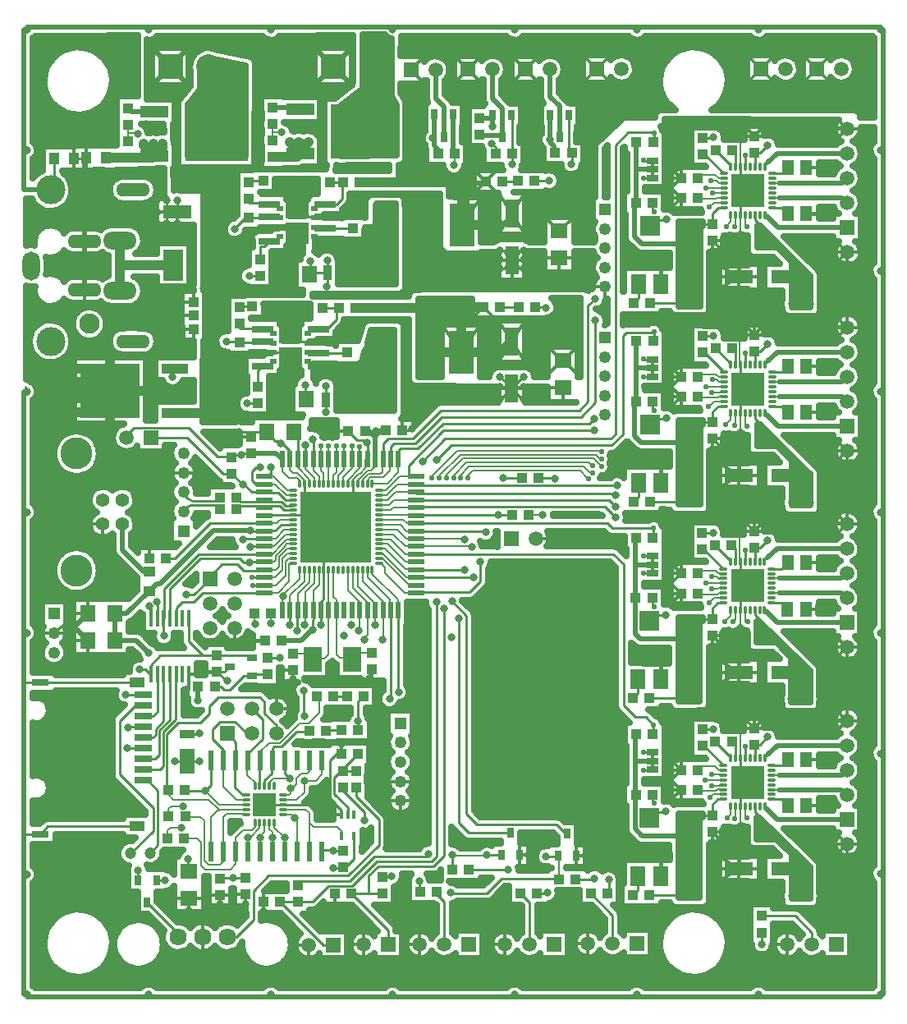
<source format=gbr>
G04 DipTrace 2.4.0.1*
%INTop.gbr*%
%MOIN*%
%ADD14C,0.04*%
%ADD15C,0.01*%
%ADD16C,0.02*%
%ADD17C,0.006*%
%ADD18C,0.005*%
%ADD19C,0.012*%
%ADD20C,0.08*%
%ADD21C,0.008*%
%ADD22C,0.025*%
%ADD23C,0.013*%
%ADD25R,0.0551X0.1181*%
%ADD26R,0.063X0.0709*%
%ADD27R,0.0394X0.0433*%
%ADD28R,0.1181X0.0551*%
%ADD29R,0.0433X0.0394*%
%ADD30R,0.0709X0.063*%
%ADD31O,0.0709X0.1181*%
%ADD33O,0.1378X0.0551*%
%ADD35O,0.1378X0.0709*%
%ADD36C,0.1181*%
%ADD38C,0.0827*%
%ADD40C,0.0559*%
%ADD42C,0.1299*%
%ADD44R,0.0591X0.0591*%
%ADD45C,0.0591*%
%ADD46C,0.0591*%
%ADD47R,0.1X0.1*%
%ADD49C,0.1*%
%ADD50C,0.0705*%
%ADD53R,0.0984X0.063*%
%ADD54R,0.0358X0.063*%
%ADD55R,0.063X0.0984*%
%ADD56R,0.063X0.0358*%
%ADD57R,0.0787X0.1252*%
%ADD58R,0.0394X0.0472*%
%ADD59R,0.0472X0.0394*%
%ADD60R,0.0591X0.0394*%
%ADD61R,0.0709X0.0315*%
%ADD62R,0.061X0.0394*%
%ADD63R,0.0492X0.0492*%
%ADD64C,0.0492*%
%ADD65C,0.0492*%
%ADD66R,0.1024X0.1772*%
%ADD68R,0.0256X0.0413*%
%ADD69R,0.2559X0.2185*%
%ADD70R,0.1122X0.0492*%
%ADD71R,0.0512X0.0591*%
%ADD73R,0.063X0.0787*%
%ADD74R,0.0787X0.0787*%
%ADD75R,0.05X0.025*%
%ADD76C,0.0472*%
%ADD79R,0.0709X0.0197*%
%ADD80R,0.0197X0.0709*%
%ADD81O,0.0335X0.0118*%
%ADD82O,0.0118X0.0335*%
%ADD83R,0.2913X0.2913*%
%ADD84R,0.0965X0.0965*%
%ADD85R,0.0157X0.0354*%
%ADD86R,0.0866X0.0315*%
%ADD87R,0.0256X0.0197*%
%ADD88R,0.0917X0.0886*%
%ADD89R,0.0917X0.0732*%
%ADD90R,0.0413X0.0256*%
%ADD91R,0.0157X0.0709*%
%ADD92O,0.0118X0.0394*%
%ADD93O,0.0394X0.0118*%
%ADD94R,0.1339X0.1339*%
%ADD95R,0.1083X0.0394*%
%ADD96R,0.2421X0.2185*%
%ADD97R,0.0236X0.0787*%
%ADD98R,0.0748X0.1*%
%ADD99C,0.032*%
%ADD101C,0.022*%
%FSLAX44Y44*%
G04*
G70*
G90*
G75*
G01*
%LNTop*%
%LPD*%
X18090Y31650D2*
D14*
X19640D1*
D15*
X20110Y32120D1*
X18090Y31650D2*
D14*
Y33350D1*
D16*
X18970D1*
X19040Y33420D1*
X13929Y33380D2*
D14*
X17970D1*
X18175Y33175D1*
Y31650D1*
X18090D1*
X6985Y15703D2*
D15*
Y14745D1*
X7550Y14180D1*
X8110D1*
X9468D1*
X9550Y14098D1*
X5450Y13420D2*
Y13800D1*
X5830Y14180D1*
X8110D1*
X5130Y10413D2*
X4493D1*
X5000Y13610D2*
X5230D1*
X5460Y13380D1*
Y13430D1*
X5450Y13420D1*
X28710Y32362D2*
X28480D1*
X28253Y32135D1*
Y31717D1*
X28270Y31700D1*
X27600D1*
X27290Y31390D1*
Y30938D1*
X26963D1*
Y28623D1*
X26993Y28653D1*
Y28545D1*
X26928Y28480D1*
X25710D1*
X25150Y32550D2*
D16*
X25080D1*
Y31189D1*
X25383Y30885D1*
X27237D1*
X27290Y30938D1*
X25171Y35010D2*
X25150D1*
Y33910D1*
Y32550D1*
X25830Y33910D2*
X25150D1*
X26953Y28475D2*
D17*
X27673D1*
X27683Y28485D1*
X27313D1*
X28710Y24302D2*
D15*
X28480D1*
X28253Y24075D1*
Y23657D1*
X28270Y23640D1*
X27600D1*
X27290Y23330D1*
Y22878D1*
X26963D1*
Y20563D1*
X26993Y20593D1*
Y20485D1*
X26928Y20420D1*
X25710D1*
X25150Y24490D2*
D16*
X25100D1*
Y23089D1*
X25363Y22825D1*
X27237D1*
X27290Y22878D1*
X25171Y26950D2*
X25143D1*
Y25850D1*
Y24497D1*
X25150Y24490D1*
X25830Y25850D2*
X25143D1*
X26953Y20415D2*
D17*
X27673D1*
X27683Y20425D1*
X27313D1*
X28697Y16321D2*
D15*
X28467D1*
X28240Y16095D1*
Y15676D1*
X28257Y15659D1*
X27587D1*
X27277Y15349D1*
Y14898D1*
X26950D1*
Y12583D1*
X26980Y12613D1*
Y12505D1*
X26915Y12439D1*
X25697D1*
X25137Y16509D2*
D16*
X25120D1*
Y15055D1*
X25330Y14845D1*
X27224D1*
X27277Y14898D1*
X25158Y18969D2*
X25130D1*
Y17869D1*
Y16516D1*
X25817Y17869D2*
X25130D1*
X26940Y12435D2*
D17*
X27660D1*
X27670Y12445D1*
X27300D1*
X28700Y8342D2*
D15*
X28470D1*
X28243Y8115D1*
Y7697D1*
X28260Y7680D1*
X27590D1*
X27280Y7370D1*
Y6918D1*
X26953D1*
Y4603D1*
X26983Y4633D1*
Y4525D1*
X26918Y4460D1*
X25700D1*
X25140Y8530D2*
D16*
X25110D1*
Y7139D1*
X25383Y6865D1*
X27227D1*
X27280Y6918D1*
X25161Y10990D2*
X25133D1*
Y9890D1*
Y8537D1*
X25140Y8530D1*
X25820Y9890D2*
X25133D1*
X26943Y4455D2*
D17*
X27663D1*
X27673Y4465D1*
X27303D1*
X13769Y28290D2*
D14*
X16520D1*
X16790Y28020D1*
Y26480D1*
X18040D1*
X5450Y15703D2*
D15*
Y16100D1*
X5375Y16175D1*
X11420Y4850D2*
Y5010D1*
X13530D1*
X14530Y6010D1*
X16730D1*
Y6130D1*
X14860Y5200D2*
X15225D1*
Y5210D1*
X30255Y2935D2*
X30260D1*
Y2460D1*
X23990Y4510D2*
X24040D1*
Y5080D1*
X21124Y4525D2*
X21530D1*
X21555Y4550D1*
X16400Y4580D2*
X16340D1*
Y5020D1*
X21180Y21390D2*
X21860D1*
Y21360D1*
X6930Y11002D2*
X7410D1*
Y11010D1*
X10675Y14100D2*
X10206D1*
X10190Y14085D1*
X18040Y26480D2*
D14*
Y28100D1*
X18265Y28325D1*
X18956D1*
X18040Y26480D2*
X19655D1*
X20100Y26925D1*
X27673Y4465D2*
D15*
X27303D1*
X26953D1*
X26943Y4455D1*
X26953Y4603D1*
X10779Y22149D2*
D18*
Y21661D1*
X11070Y21370D1*
X11400D1*
X11480Y21290D1*
Y21146D1*
X11486D1*
X13848D2*
Y21278D1*
X14250Y21680D1*
X14400D1*
X14530Y21810D1*
Y22149D1*
X14558D1*
X12273Y17642D2*
Y17043D1*
X12039Y16809D1*
Y16007D1*
X12025Y15225D2*
D15*
X12039Y16007D1*
X12025Y15225D2*
D16*
Y15250D1*
X11550Y14775D1*
X10750D1*
X9525Y22400D2*
X10527D1*
X10779Y22149D1*
X14558D2*
Y23042D1*
X14310Y23290D1*
X14140D1*
X14558Y22149D2*
Y23078D1*
X14790Y23310D1*
X15000D1*
X14575Y23275D2*
X14558Y23042D1*
X19740Y21390D2*
D15*
X20511D1*
X20794Y19875D2*
D17*
X21350D1*
X9656Y15900D2*
Y15469D1*
X9675Y15450D1*
X8725Y22225D2*
D15*
X8800D1*
X8900Y22325D1*
X9125D1*
X9525Y22400D2*
X9200D1*
X9125Y22325D1*
X4460Y23020D2*
Y23130D1*
X4750Y23420D1*
X6980D1*
X8150Y22250D1*
X8700D1*
X8725Y22225D1*
X9321Y8123D2*
D17*
X8237D1*
X7700Y8660D1*
X6809D1*
Y8720D1*
D15*
Y8690D1*
X7720D1*
X7710Y8700D1*
X7670D1*
X7420Y9880D2*
X6940D1*
X6930Y9890D1*
X4930Y5460D2*
Y5053D1*
X4927Y5050D1*
X6970Y5920D2*
Y5450D1*
X6995Y5425D1*
X8790Y5140D2*
X8263D1*
X8250Y5127D1*
X6430Y9880D2*
X6930D1*
X14110Y7490D2*
Y7810D1*
X13240Y8680D1*
Y8831D1*
X13860Y11520D2*
Y12311D1*
X14079Y12530D1*
X13859Y11150D2*
Y12310D1*
X13700Y6854D2*
Y5910D1*
X13370Y5580D1*
X13240D1*
X12870Y5560D2*
X13220D1*
X13240Y5580D1*
X6330Y25480D2*
D16*
Y25825D1*
X6430D1*
X18369Y5480D2*
D15*
X19960D1*
X22694Y5100D2*
X23430D1*
X23460Y5130D1*
X7890Y9911D2*
Y8920D1*
X7670Y8700D1*
X8790Y5140D2*
X9288D1*
X9300Y5152D1*
X4193Y31024D2*
D14*
Y30019D1*
Y28976D1*
Y30019D2*
X6349D1*
X6360Y30030D1*
X29990Y32067D2*
D15*
Y31850D1*
X31430Y30410D1*
Y29750D1*
X31220Y29540D1*
X29990Y34035D2*
Y34551D1*
X29960Y34581D1*
X27850Y35200D2*
X28290D1*
Y35210D1*
X29960Y34581D2*
X30191D1*
X30500Y34890D1*
X31483Y28445D2*
D17*
X32203D1*
X32213Y28455D1*
X31843D1*
X29990Y24007D2*
D15*
Y23790D1*
X31430Y22350D1*
Y21690D1*
X31220Y21480D1*
X29990Y25975D2*
Y26491D1*
X29960Y26521D1*
X27850Y27140D2*
X28290D1*
Y27150D1*
X29960Y26521D2*
X30191D1*
X30500Y26830D1*
X31483Y20385D2*
D17*
X32203D1*
X32213Y20395D1*
X31843D1*
X29977Y16026D2*
D15*
Y15810D1*
X31417Y14369D1*
Y13709D1*
X31207Y13499D1*
X29977Y17995D2*
Y18510D1*
X29947Y18540D1*
X27837Y19159D2*
X28277D1*
Y19169D1*
X29947Y18540D2*
X30178D1*
X30487Y18849D1*
X31470Y12405D2*
D17*
X32190D1*
X32200Y12415D1*
X31830D1*
X29980Y8047D2*
D15*
Y7830D1*
X31420Y6390D1*
Y5730D1*
X31210Y5520D1*
X29980Y10015D2*
Y10531D1*
X29950Y10561D1*
X27840Y11180D2*
X28280D1*
Y11190D1*
X29950Y10561D2*
X30181D1*
X30490Y10870D1*
X31473Y4425D2*
D17*
X32193D1*
X32203Y4435D1*
X31833D1*
X8329Y30030D2*
D15*
Y29009D1*
X7850Y28530D1*
Y27970D1*
Y27430D1*
X7860Y27420D1*
X8329Y30030D2*
Y31131D1*
X8030D1*
X7869D1*
Y31659D1*
X8410Y32200D1*
X9430Y31271D2*
Y31040D1*
X8030D1*
Y31131D1*
X9430Y31271D2*
D16*
X9641D1*
X9820Y31450D1*
X10200D1*
X10270Y31520D1*
D15*
X11187D1*
X11400Y31307D1*
X10790Y29650D2*
Y30300D1*
X11150Y30660D1*
Y31057D1*
X11400Y31307D1*
X10270Y31520D2*
X10658D1*
X10701Y31563D1*
X8030Y31010D2*
Y31040D1*
X8329Y30030D2*
Y30711D1*
X8030Y31010D1*
X7610D1*
X8329Y30030D2*
X8170D1*
X7710Y30490D1*
Y30080D1*
X7700D1*
Y29670D1*
X8329Y30030D2*
Y29349D1*
X8060Y29080D1*
X7610D1*
X7590Y29100D1*
X9990Y26450D2*
X10378D1*
X10421Y26493D1*
X10864D1*
X11120Y26237D1*
X9040Y26231D2*
X9241D1*
X9440Y26430D1*
X9970D1*
X9990Y26450D1*
X6430Y24030D2*
D14*
X8440D1*
X8610Y24200D1*
Y25801D1*
X9040Y26231D1*
X8410Y32200D2*
D15*
Y32540D1*
X7790Y33160D1*
X8130D1*
X8140Y33150D1*
X8490D1*
X8840D1*
Y33140D1*
X20125Y19875D2*
X19560D1*
X16222D1*
X16212Y19865D1*
X14714Y19886D2*
D17*
X16191D1*
X16212Y19865D1*
X19560Y19870D2*
D15*
Y19875D1*
X11724Y22149D2*
D18*
Y21746D1*
X12080Y21390D1*
Y21142D1*
X12076Y21146D1*
X11420Y4181D2*
D15*
X11301D1*
X11290Y4170D1*
X10700D1*
X11724Y22149D2*
Y22724D1*
X11725Y22725D1*
X12860Y2430D2*
X12440D1*
X10700Y4170D1*
X11420Y4181D2*
X12011D1*
X12660Y4830D1*
X13630D1*
X14620Y5820D1*
X16850D1*
X17040Y6010D1*
Y16340D1*
X13780Y9500D2*
Y9485D1*
X13154D1*
X13849Y10180D1*
X13444Y7720D2*
Y8006D1*
X12890Y8560D1*
Y9221D1*
X13849Y10180D1*
X13780Y9500D2*
X13240D1*
X8550Y2750D2*
X8930D1*
X9620Y3440D1*
Y4630D1*
X10230Y5240D1*
X13470D1*
X14710Y6480D1*
Y7510D1*
X13780Y8440D1*
Y8831D1*
X10817Y7926D2*
D17*
X11734D1*
X11890Y7770D1*
Y7380D1*
X12050Y7220D1*
X13020D1*
X13188Y7052D1*
Y6854D1*
X11890Y6210D2*
Y7380D1*
X10817Y7926D2*
D15*
D3*
X1522Y34350D2*
Y33215D1*
X1378Y33071D1*
X410Y39590D2*
D16*
Y39700D1*
X5360D1*
X10320D1*
X15260D1*
X20220D1*
X25190D1*
X30140D1*
X35090D1*
Y39590D1*
X35200D1*
Y34660D1*
Y29790D1*
Y24840D1*
Y20010D1*
Y15090D1*
Y10370D1*
Y5310D1*
Y410D1*
X35090D1*
Y310D1*
X30130D1*
X25170D1*
X20230D1*
X15270D1*
X10330D1*
X5360D1*
X410D1*
Y410D1*
X1378Y33071D2*
X300D1*
Y34690D1*
Y39590D1*
X410D1*
Y24900D2*
X300D1*
Y20000D1*
Y15070D1*
Y13071D1*
Y6929D1*
Y5300D1*
Y410D1*
X410D1*
Y15100D2*
D15*
Y15180D1*
X300Y15070D1*
X410Y20000D2*
D16*
X300D1*
X410Y5300D2*
X300D1*
X410Y34690D2*
X300D1*
X35090D2*
D15*
X35200Y34660D1*
X35090Y29790D2*
X35200D1*
X35090Y24900D2*
X35200Y24840D1*
X35090Y20000D2*
X35200Y20010D1*
X35090Y15100D2*
X35200Y15090D1*
X35090Y5310D2*
X35200D1*
X35090Y10200D2*
Y10260D1*
X35200Y10370D1*
X5360Y39590D2*
D16*
Y39700D1*
X10320Y39590D2*
Y39700D1*
X15270Y39590D2*
X15260Y39700D1*
X20230Y39590D2*
X20220Y39700D1*
X25180Y39590D2*
X25190Y39700D1*
X30130Y39590D2*
X30140Y39700D1*
X5360Y410D2*
Y310D1*
X10320Y410D2*
X10330Y310D1*
X15270Y410D2*
Y310D1*
X20230Y410D2*
Y310D1*
X25180Y410D2*
X25170Y310D1*
X30130Y410D2*
Y310D1*
X4894Y13071D2*
D15*
X957D1*
X4894Y7244D2*
X1272D1*
X957Y6929D1*
X300D1*
X957Y13071D2*
X300D1*
X350Y25070D2*
Y24960D1*
X410Y24900D1*
X8920Y20110D2*
X8960D1*
X9110Y20260D1*
X10070D1*
Y20180D1*
X11210Y20083D2*
Y20100D1*
X10850D1*
X10690Y20260D1*
X9990D1*
X9910Y20180D1*
X10070D1*
X8251Y20110D2*
Y20089D1*
X8057Y20283D1*
X7109D1*
G03X6714Y20020I294J-870D01*
G01*
X6775Y20017D1*
X8920Y20580D2*
X9090Y20410D1*
X9780D1*
X9850Y20480D1*
X10090D1*
X10105Y20495D1*
X10070D1*
X11210Y20279D2*
Y20250D1*
X10920D1*
X10760Y20410D1*
X9760D1*
Y20495D1*
X10070D1*
X8251Y20580D2*
Y20450D1*
X7120D1*
G02X6775Y20805I108J450D01*
G01*
D3*
X14714Y20083D2*
D18*
X15183D1*
X15280Y20180D1*
X16212D1*
X29586Y8047D2*
D17*
Y7580D1*
X29670D1*
X16212Y20180D2*
D15*
Y20220D1*
X23880D1*
X24325Y19775D1*
X14714Y18901D2*
D18*
X15179D1*
X15790Y18290D1*
X16212D1*
X29586Y10015D2*
D15*
Y10466D1*
X29590Y10470D1*
X25863Y11365D2*
Y11023D1*
X25830Y10990D1*
X16212Y18290D2*
X24235D1*
X24650Y17875D1*
Y12150D1*
X25125Y11675D1*
X25554D1*
X25863Y11365D1*
X28225Y9350D2*
D17*
X28700D1*
Y9326D1*
X25820Y10240D2*
D15*
X25459D1*
X25443Y10255D1*
X27950Y9125D2*
D17*
X28700D1*
Y9129D1*
X25443Y9535D2*
D15*
X25815D1*
X25820Y9540D1*
X30669Y8736D2*
D17*
X30950D1*
D16*
X33504D1*
X33710Y8530D1*
Y7530D2*
X30900D1*
X30430Y8000D1*
D17*
X30373Y8047D1*
X30669Y9326D2*
X30960D1*
D16*
X33506D1*
X33710Y9530D1*
Y10530D2*
X30880D1*
X30480Y10160D1*
D17*
X30373Y10015D1*
X29192Y8047D2*
Y7592D1*
X29160Y7560D1*
X25697Y7592D2*
D15*
Y7835D1*
X26370D1*
Y7850D1*
X28700Y8736D2*
D17*
Y8750D1*
X28475D1*
X28400Y8675D1*
X27704D1*
X27659Y8720D1*
X30669Y8342D2*
D15*
X31050D1*
X31306Y8086D1*
X30669Y9720D2*
X31070D1*
X31310Y9960D1*
X28700Y8539D2*
D17*
X28289D1*
X28170Y8420D1*
X28225Y8900D2*
X28700D1*
Y8933D1*
X25883Y8175D2*
D15*
X25809D1*
Y8530D1*
X14714Y20279D2*
D18*
X15109D1*
X15330Y20500D1*
X16207D1*
X16212Y20495D1*
X28995Y8047D2*
D17*
Y7735D1*
X28840Y7580D1*
X16212Y20495D2*
D15*
X24055D1*
X24325Y20225D1*
X11879Y17642D2*
D18*
Y17159D1*
X11409Y16689D1*
Y16007D1*
X11390Y15200D2*
D15*
Y15988D1*
X11409Y16007D1*
X28700Y9720D2*
X27909Y10511D1*
X27840D1*
X28700Y9523D2*
D17*
X28527D1*
X28350Y9700D1*
X27820D1*
X27650Y9530D1*
X12039Y22149D2*
D18*
Y21691D1*
X12273Y21457D1*
Y21146D1*
X13605Y4510D2*
D15*
X14839D1*
X14860Y4531D1*
X12039Y22149D2*
Y22936D1*
X12025Y22950D1*
X15090Y2440D2*
Y3025D1*
X13605Y4510D1*
X14860Y4531D2*
X14300D1*
Y5240D1*
X14680Y5620D1*
X16920D1*
X17350Y6050D1*
Y16080D1*
X14873Y16007D2*
D18*
Y16357D1*
X14040Y17190D1*
Y17637D1*
X14045Y17642D1*
X10462Y7375D2*
D17*
Y7198D1*
X10880Y6780D1*
X14873Y16007D2*
Y14830D1*
X14850D1*
X10880Y6780D2*
Y6220D1*
X10890Y6210D1*
X11210Y19886D2*
D15*
X10070D1*
Y19865D1*
X11094Y22149D2*
D17*
X11100D1*
Y21720D1*
X11220Y21600D1*
X11380D1*
X11682Y21298D1*
Y21146D1*
X14243Y22149D2*
X14170D1*
Y21780D1*
X13940Y21550D1*
X13900D1*
X13660Y21310D1*
Y21137D1*
X13651Y21146D1*
X6985Y13420D2*
D15*
X7460D1*
X7510Y13470D1*
X8069D1*
X8110Y13511D1*
X8431D1*
X8644Y13724D1*
X12470Y17642D2*
Y16470D1*
X12340Y16340D1*
Y16007D1*
X12353D1*
X12470Y17642D2*
Y18901D1*
X12962Y19394D1*
X11210Y19886D2*
X12470D1*
X12962Y19394D1*
X11682Y21146D2*
Y20673D1*
X12173Y20183D1*
X12962Y19394D1*
X13651Y21146D2*
Y20083D1*
X12962Y19394D1*
X29399Y32067D2*
D17*
Y29609D1*
D15*
X29330Y29540D1*
X32630Y33980D2*
X32068D1*
X32620Y32100D2*
X32064D1*
Y32106D1*
X29399Y34035D2*
D17*
X29380D1*
Y35310D1*
D15*
X29400Y35330D1*
X29210Y33520D2*
Y33070D1*
X29230Y33050D1*
Y32620D1*
X29220Y32610D1*
X29680D1*
X30120D1*
X30150Y32580D1*
Y33030D1*
X30170Y33050D1*
Y33510D1*
X29700D1*
X29690Y33520D1*
X29220Y32610D2*
X29690Y33080D1*
X29399Y32067D2*
Y32756D1*
X29694Y33051D1*
X29399Y34035D2*
Y33371D1*
X29690Y33080D1*
X29399Y34035D2*
Y33346D1*
X29694Y33051D1*
X10817Y8123D2*
X12947D1*
X13188Y7882D1*
Y7720D1*
X32040Y35620D2*
X33659D1*
X33723Y35555D1*
X33133Y30735D2*
Y30355D1*
X33123Y30345D1*
Y29955D1*
X33113Y29945D1*
X32733Y30735D2*
Y30355D1*
X32723Y30345D1*
Y29955D1*
X32713Y29945D1*
X32883Y29435D2*
X33743D1*
X33753Y29445D1*
X33333D1*
X32863Y29005D2*
X33723D1*
X33733Y29015D1*
X33313D1*
X26193Y29955D2*
Y29273D1*
X26170Y29250D1*
X29399Y24007D2*
D17*
Y21549D1*
D15*
X29330Y21480D1*
X32630Y25920D2*
X32068D1*
X32620Y24040D2*
X32064D1*
Y24046D1*
X29399Y25975D2*
D17*
X29370D1*
Y27240D1*
D15*
X29400Y27270D1*
X29210Y25460D2*
Y25010D1*
X29230Y24990D1*
Y24560D1*
X29220Y24550D1*
X29680D1*
X30120D1*
X30150Y24520D1*
Y24970D1*
X30170Y24990D1*
Y25450D1*
X29700D1*
X29690Y25460D1*
X29220Y24550D2*
X29690Y25020D1*
X29399Y24007D2*
Y24696D1*
X29694Y24991D1*
X29399Y25975D2*
Y25311D1*
X29690Y25020D1*
X29399Y25975D2*
Y25286D1*
X29694Y24991D1*
X32040Y27560D2*
X33659D1*
X33723Y27495D1*
X33133Y22675D2*
Y22295D1*
X33123Y22285D1*
Y21895D1*
X33113Y21885D1*
X32733Y22675D2*
Y22295D1*
X32723Y22285D1*
Y21895D1*
X32713Y21885D1*
X32883Y21375D2*
X33743D1*
X33753Y21385D1*
X33333D1*
X32863Y20945D2*
X33723D1*
X33733Y20955D1*
X33313D1*
X26193Y21895D2*
Y21213D1*
X26170Y21190D1*
X29386Y16026D2*
D17*
Y13568D1*
D15*
X29317Y13499D1*
X32617Y17939D2*
X32055D1*
X32607Y16059D2*
X32051D1*
Y16065D1*
X29386Y17995D2*
D17*
X29360D1*
Y19262D1*
D15*
X29387Y19289D1*
X29197Y17479D2*
Y17029D1*
X29217Y17009D1*
Y16579D1*
X29207Y16569D1*
X29667D1*
X30107D1*
X30137Y16539D1*
Y16989D1*
X30157Y17009D1*
Y17469D1*
X29687D1*
X29677Y17479D1*
X29207Y16569D2*
X29677Y17039D1*
X29386Y16026D2*
Y16715D1*
X29681Y17010D1*
X29386Y17995D2*
Y17330D1*
X29677Y17039D1*
X29386Y17995D2*
Y17306D1*
X29681Y17010D1*
X32027Y19579D2*
X33646D1*
X33710Y19515D1*
X33120Y14695D2*
Y14315D1*
X33110Y14305D1*
Y13915D1*
X33100Y13905D1*
X32720Y14695D2*
Y14315D1*
X32710Y14305D1*
Y13915D1*
X32700Y13905D1*
X32870Y13395D2*
X33730D1*
X33740Y13405D1*
X33320D1*
X32850Y12965D2*
X33710D1*
X33720Y12975D1*
X33300D1*
X26180Y13915D2*
Y13233D1*
X26157Y13209D1*
X29389Y8047D2*
D17*
Y5589D1*
D15*
X29320Y5520D1*
X32620Y9960D2*
X32058D1*
X32610Y8080D2*
X32054D1*
Y8086D1*
X29389Y10015D2*
D17*
X29380D1*
Y11300D1*
D15*
X29390Y11310D1*
X29200Y9500D2*
Y9050D1*
X29220Y9030D1*
Y8600D1*
X29210Y8590D1*
X29670D1*
X30110D1*
X30140Y8560D1*
Y9010D1*
X30160Y9030D1*
Y9490D1*
X29690D1*
X29680Y9500D1*
X29210Y8590D2*
X29680Y9060D1*
X29389Y8047D2*
Y8736D1*
X29684Y9031D1*
X29389Y10015D2*
Y9351D1*
X29680Y9060D1*
X29389Y10015D2*
Y9326D1*
X29684Y9031D1*
X32030Y11600D2*
X33649D1*
X33713Y11535D1*
X33123Y6715D2*
Y6335D1*
X33113Y6325D1*
Y5935D1*
X33103Y5925D1*
X32723Y6715D2*
Y6335D1*
X32713Y6325D1*
Y5935D1*
X32703Y5925D1*
X32873Y5415D2*
X33733D1*
X33743Y5425D1*
X33323D1*
X32853Y4985D2*
X33713D1*
X33723Y4995D1*
X33303D1*
X26183Y5935D2*
Y5253D1*
X26160Y5230D1*
X13188Y7892D2*
X12730Y8350D1*
Y9930D1*
X13000Y10200D1*
X13160D1*
X13180Y10180D1*
X10690Y33460D2*
X11400D1*
Y33440D1*
X11980D1*
X12040Y33380D1*
X11400Y33440D2*
Y32870D1*
X11420D1*
Y32294D1*
X11400Y32274D1*
X12530Y31980D2*
X11850D1*
X11556Y32274D1*
X11400D1*
X12611Y29720D2*
X11962D1*
X11892Y29650D1*
X12530Y31980D2*
X12142D1*
X12099Y31937D1*
X9892Y29600D2*
X9440D1*
Y29580D1*
X12610Y30210D2*
Y29721D1*
X12611Y29720D1*
X11930Y30190D2*
Y29688D1*
X11892Y29650D1*
X12530Y31980D2*
X13180D1*
X13210Y31950D1*
X12611Y29720D2*
Y29150D1*
X12600D1*
X11410Y32870D2*
X10840D1*
X10760Y32950D1*
X10870D1*
X10940Y32880D1*
X11410Y32870D2*
X11880D1*
X11900Y32850D1*
X2309Y34350D2*
X2802D1*
X2822Y34370D1*
X2756Y30984D2*
D16*
Y34304D1*
X2822Y34370D1*
X2756Y30984D2*
Y29016D1*
X11120Y27204D2*
D15*
Y27470D1*
X10730Y27860D1*
X11120Y27204D2*
Y27850D1*
X11130Y27860D1*
X11120Y27204D2*
Y27430D1*
X11540Y27850D1*
X12250Y26910D2*
X12780D1*
X12870Y27000D1*
X12250Y26910D2*
X11862D1*
X11819Y26867D1*
X12250Y26910D2*
X11413D1*
X11120Y27204D1*
X9805Y24425D2*
X9385D1*
X9370Y24410D1*
X11770Y24570D2*
X11720D1*
Y25160D1*
X12540Y24562D2*
Y25100D1*
X12550Y25110D1*
X12540Y24562D2*
Y24030D1*
X12550Y24040D1*
X19625Y30625D2*
X19825D1*
Y30515D1*
X20110Y30230D1*
X19625Y30250D2*
X20090D1*
X20110Y30230D1*
X19625Y29875D2*
X19825D1*
Y29945D1*
X20110Y30230D1*
X20575Y29875D2*
X20400D1*
Y29940D1*
X20110Y30230D1*
X20575Y30250D2*
X20130D1*
X20110Y30230D1*
X20575Y30625D2*
X20400D1*
Y30520D1*
X20110Y30230D1*
X22030Y30308D2*
X20633D1*
X20575Y30250D1*
X21019Y33440D2*
X21615D1*
X21625Y33450D1*
X12350Y15425D2*
Y16003D1*
X11225Y13581D2*
Y13220D1*
X11230D1*
X14425Y13631D2*
Y13260D1*
X14330D1*
X8540Y13150D2*
X8500D1*
X8139Y13511D1*
X8110D1*
X19625Y24600D2*
X19665D1*
X20100Y25035D1*
X20600Y24600D2*
X20535D1*
X20100Y25035D1*
X20600Y25075D2*
X20140D1*
X20100Y25035D1*
X20600Y25475D2*
X20540D1*
X20100Y25035D1*
X19625Y25075D2*
X20060D1*
X20100Y25035D1*
X19625Y25475D2*
X19660D1*
X20100Y25035D1*
X22175Y25048D2*
X20112D1*
X20100Y25035D1*
X21050Y28325D2*
X21475D1*
X21500Y28300D1*
X10069Y8123D2*
X10817D1*
X11094Y22149D2*
Y22481D1*
X10762Y22812D1*
X10675Y22900D1*
X10498D1*
X10148Y23250D1*
X10725Y22775D2*
X10762Y22812D1*
X14243Y22149D2*
Y22807D1*
X14220Y22830D1*
X13471Y23290D2*
X13831Y22930D1*
X14220D1*
Y22830D1*
X15669Y23310D2*
X16000D1*
X16070Y23380D1*
X9525Y23069D2*
X9556D1*
X9375Y23250D1*
X9025D1*
X10148D2*
X9025D1*
X13180Y10180D2*
Y10570D1*
X13200Y10590D1*
X13240Y6249D2*
X12861D1*
X12850Y6260D1*
X12936Y4510D2*
Y4071D1*
X12925Y4060D1*
X10031Y4170D2*
Y3801D1*
X10030Y3800D1*
X5401Y18110D2*
Y18471D1*
X5640Y18710D1*
X2325Y15350D2*
D16*
X2348D1*
X2873Y15875D1*
X2325Y15350D2*
X2875Y14800D1*
X2873D1*
X20423Y6075D2*
D17*
X20775D1*
Y6070D1*
X22723Y6050D2*
X23100D1*
X6995Y4323D2*
D15*
Y3830D1*
X6990Y3825D1*
X8250Y4458D2*
X8255Y4075D1*
X9300Y4483D2*
Y4100D1*
X9575Y14750D2*
X10056D1*
X10081Y14775D1*
X7181Y28530D2*
X6695D1*
X6675Y28550D1*
X7181Y27970D2*
X6705D1*
X6700Y27975D1*
X7191Y27420D2*
X6705D1*
X6700Y27425D1*
X6520Y32200D2*
X5810D1*
X5700Y32310D1*
Y32650D1*
X6100D2*
Y32380D1*
X6280Y32200D1*
X6520D1*
X6525Y32650D2*
Y32205D1*
X6520Y32200D1*
X6525Y31725D2*
Y32195D1*
X6075Y31725D2*
Y32135D1*
X6140Y32200D1*
X6520D1*
X5675Y31725D2*
X5700D1*
Y32050D1*
X5850Y32200D1*
X6520D1*
X12960Y19400D2*
X12962Y19394D1*
X11910Y20430D2*
X12157Y20183D1*
X12173D1*
X2370Y25820D2*
D14*
X2900D1*
X3792Y24928D1*
X2370Y25280D2*
X3440D1*
X3792Y24928D1*
X2370Y24610D2*
X3475D1*
X3792Y24928D1*
X2370Y24040D2*
X2905D1*
X3792Y24928D1*
X1858D1*
X1820Y24890D1*
X3792Y24928D2*
Y26418D1*
X3760Y26450D1*
X3792Y24928D2*
Y23412D1*
Y24928D2*
X5678D1*
X2325Y15350D2*
D15*
X1789D1*
X1520Y15081D1*
X12390Y6210D2*
Y6270D1*
X12860D1*
X5130Y11280D2*
X4540D1*
X4520Y11260D1*
X17120Y34560D2*
D16*
Y34700D1*
X16940Y34880D1*
Y35190D1*
Y36108D1*
X16972Y36140D1*
X18805Y36000D2*
X19222D1*
X19332Y36110D1*
X19320Y35650D2*
Y36098D1*
X19332Y36110D1*
D15*
Y35662D1*
X19320Y35650D1*
X21672Y36130D2*
D16*
Y35110D1*
Y35008D1*
X21830Y34850D1*
Y34610D1*
X21870Y34570D1*
X16900Y35190D2*
D15*
X16940D1*
X21650Y35110D2*
X21672D1*
X19440Y34540D2*
Y34810D1*
X19290Y34960D1*
X14714Y19098D2*
D18*
X15302D1*
X15795Y18605D1*
X16212D1*
X10400Y35740D2*
D17*
Y35412D1*
Y35079D1*
Y35412D2*
X10768D1*
X10770Y35410D1*
X16212Y18605D2*
X18445D1*
X18475Y18575D1*
X14714Y19295D2*
D18*
X15445D1*
X15820Y18920D1*
X16212D1*
X4510Y35720D2*
D17*
Y35373D1*
Y35039D1*
Y35373D2*
X4877D1*
X4910Y35340D1*
X16212Y18920D2*
X18155D1*
X18175Y18900D1*
X10069Y8871D2*
D15*
Y9109D1*
X10360Y9400D1*
Y9881D1*
X10390Y9911D1*
Y10420D1*
X10450Y10480D1*
X10760D1*
X11370Y11090D1*
X11840D1*
X11880Y11130D1*
X9872Y8871D2*
D17*
Y10252D1*
X10240Y10620D1*
X10700D1*
X11490Y11410D1*
X11860D1*
X12300Y11850D1*
Y12520D1*
X12190D1*
X9872Y8871D2*
D15*
Y9893D1*
X9890Y9911D1*
X14714Y17917D2*
D18*
X14793D1*
X14950Y17760D1*
Y17530D1*
X15770Y16710D1*
X16206D1*
X16212Y16716D1*
X17720Y36140D2*
D16*
Y34560D1*
X17789D1*
D17*
Y34119D1*
X17750Y34080D1*
X16212Y16716D2*
D15*
Y16750D1*
X18400D1*
X18830Y17180D1*
Y17975D1*
X10266Y8871D2*
D17*
Y9016D1*
X10430Y9180D1*
X11100D1*
X6020Y5050D2*
D15*
X5675D1*
X11100Y9180D2*
X11090D1*
X10880Y9390D1*
Y9901D1*
X10890Y9911D1*
X11210Y18508D2*
D18*
X10978D1*
X10640Y18170D1*
Y17770D1*
X10530Y17660D1*
X10070D1*
X5706Y15703D2*
D15*
Y16354D1*
X5700Y16360D1*
X6900Y16650D2*
X7190D1*
X7840Y17300D1*
X7810D1*
Y17350D1*
X8330Y17870D1*
X8960D1*
X9210Y17620D1*
X10030D1*
X10070Y17660D1*
X9321Y8517D2*
X9173D1*
X8860Y8830D1*
Y9881D1*
X8890Y9911D1*
Y10660D1*
X8540Y11010D1*
X11210Y18705D2*
D18*
X10965D1*
X10880Y18620D1*
Y18590D1*
X10520Y18230D1*
Y18060D1*
X10440Y17980D1*
X10075D1*
X10070Y17975D1*
X6218Y15703D2*
D15*
Y16888D1*
X7450Y18120D1*
X9060D1*
X9230Y17950D1*
X9460D1*
Y17975D1*
X10070D1*
X13410Y12530D2*
X12859D1*
Y12520D1*
X12409Y28290D2*
X13100D1*
X12250Y27430D2*
X12600D1*
X12980Y27810D1*
Y28170D1*
X13100Y28290D1*
X12250Y27430D2*
X12008D1*
X11819Y27241D1*
X25245Y21190D2*
Y20624D1*
X25041Y20420D1*
X13190Y11150D2*
X12549D1*
Y11130D1*
X4285Y19508D2*
D16*
Y18465D1*
X5172Y17578D1*
X5380D1*
X25245Y29250D2*
D15*
Y28684D1*
X25041Y28480D1*
X12530Y32500D2*
X13000D1*
X13210Y32710D1*
Y33330D1*
X13260Y33380D1*
X12709D2*
X13260D1*
X12530Y32500D2*
X12288D1*
X12099Y32311D1*
X12530Y31520D2*
X13672D1*
X12530D2*
X12142D1*
X12099Y31563D1*
X9892Y30269D2*
Y30800D1*
X10070D1*
X10270Y31000D1*
X10512D1*
X10701Y31189D1*
X9430Y32721D2*
Y32540D1*
X10230D1*
X10270Y32500D1*
X10512D1*
X10701Y32311D1*
X9430Y33390D2*
X9520D1*
X9590Y33460D1*
X10021D1*
X30679Y33740D2*
X31080D1*
X31320Y33980D1*
X12530Y31000D2*
X13523D1*
X13672Y30851D1*
Y30950D1*
X14240D1*
X14940Y31650D1*
X13672Y30851D2*
Y29770D1*
X13722Y29720D1*
X12530Y31000D2*
X12288D1*
X12099Y31189D1*
X25232Y13209D2*
Y12643D1*
X25028Y12439D1*
X29202Y25975D2*
Y26488D1*
X29050Y26640D1*
X29005Y25975D2*
Y26015D1*
X28381Y26640D1*
X29189Y17995D2*
Y18507D1*
X29037Y18659D1*
X28993Y17995D2*
Y18035D1*
X28368Y18659D1*
X25235Y5230D2*
Y4664D1*
X25031Y4460D1*
X20381Y28325D2*
X19625D1*
X19709Y33420D2*
X20330D1*
X20350Y33440D1*
X29192Y10015D2*
Y10528D1*
X29040Y10680D1*
X28995Y10015D2*
Y10055D1*
X28371Y10680D1*
X17010Y37950D2*
D16*
Y36800D1*
X17350Y36460D1*
Y35239D1*
X17346Y35234D1*
X21650Y37970D2*
Y36860D1*
X22040Y36470D1*
Y35230D1*
X22046Y35224D1*
X19320Y37970D2*
Y36790D1*
X19720Y36390D1*
Y35219D1*
X19706Y35204D1*
X18805Y35330D2*
Y35300D1*
X19610D1*
X19706Y35204D1*
X7800Y38080D2*
D20*
Y35660D1*
X8110Y35350D1*
X14410Y38080D2*
Y35820D1*
X14030Y35440D1*
X5590Y36248D2*
D16*
X4652D1*
X4510Y36389D1*
X32290Y2450D2*
D15*
X32300D1*
Y2930D1*
X31625Y3605D1*
X30255D1*
X24200Y2480D2*
Y3631D1*
X23321Y4510D1*
X20830Y2450D2*
Y4150D1*
X20455Y4525D1*
X17370Y2450D2*
Y4180D1*
X16970Y4580D1*
X17069D1*
X12250Y26450D2*
X13380D1*
X13415Y26485D1*
X12250Y26450D2*
X11862D1*
X11819Y26493D1*
X9990Y25930D2*
X10232D1*
X10421Y26119D1*
X9805Y25095D2*
Y25745D1*
X9990Y25930D1*
X9050Y27641D2*
Y27460D1*
X9960D1*
X9990Y27430D1*
X10232D1*
X10421Y27241D1*
X9050Y28310D2*
X9140D1*
X9190Y28360D1*
X9541D1*
X9561Y28340D1*
X10190Y13415D2*
X9615D1*
X9550Y13350D1*
X9230D1*
X8670Y12790D1*
X8420D1*
X8300Y12910D1*
X8040D1*
X10400Y36409D2*
D16*
X11439D1*
X11510Y36338D1*
X11210Y19689D2*
D21*
X10699D1*
X10560Y19550D1*
X10070D1*
X6070Y18110D2*
D15*
X6430D1*
X7860Y19540D1*
X10060D1*
X10070Y19550D1*
X11409Y22149D2*
D18*
Y21821D1*
X11870Y21360D1*
Y21155D1*
X11879Y21146D1*
X11409Y22149D2*
D15*
Y23091D1*
X11250Y23250D1*
X5130Y12146D2*
X4806D1*
X4190Y11530D1*
Y9350D1*
X5540Y8000D1*
Y7060D1*
X4630Y6150D1*
X5130Y9114D2*
X5316D1*
X5730Y8700D1*
Y6470D1*
X5420Y6160D1*
X9321Y7729D2*
D17*
X9189D1*
X9200Y7740D1*
X8520D1*
X8390Y7610D1*
Y6210D1*
Y5820D1*
X8240Y5670D1*
X7780D1*
X7610Y5840D1*
Y7470D1*
X7450Y7630D1*
X6850D1*
X6840Y7640D1*
X9675Y7375D2*
Y7205D1*
X9550Y7080D1*
X9190D1*
X8880Y6770D1*
Y6220D1*
X8890Y6210D1*
Y5710D1*
X8680Y5500D1*
X7640D1*
X7490Y5650D1*
Y6580D1*
X7320Y6750D1*
X6790D1*
X14438Y17642D2*
D18*
Y17482D1*
X15480Y16440D1*
Y16030D1*
X15503Y16007D1*
X10817Y8517D2*
D17*
X11067D1*
X11125Y8575D1*
X11130D1*
Y8780D1*
X15503Y16007D2*
D15*
Y12707D1*
X15510Y12700D1*
X11130Y8780D2*
D17*
X11190D1*
X11370Y8960D1*
Y9180D1*
X11570Y9380D1*
X11780D1*
X11880Y9480D1*
Y9901D1*
X11890Y9911D1*
X14241Y17642D2*
D18*
Y17359D1*
X15160Y16440D1*
Y16035D1*
X15188Y16007D1*
X10817Y7729D2*
D17*
X11146D1*
X11275Y7600D1*
X15140Y12410D2*
D15*
X15188D1*
Y16007D1*
X11390Y6210D2*
D17*
Y7485D1*
X11275Y7600D1*
X11210Y18311D2*
X10986D1*
X10790Y18115D1*
Y17665D1*
X10475Y17350D1*
X10074D1*
X10070Y17346D1*
D15*
X9574D1*
X9560Y17360D1*
X10070Y17031D2*
X9601D1*
X9600Y17030D1*
X11210Y18114D2*
D17*
X11054D1*
X10920Y17980D1*
Y17420D1*
X10530Y17030D1*
X10071D1*
X10070Y17031D1*
X14714Y18705D2*
D18*
X15065D1*
X15800Y17970D1*
X16206D1*
X16212Y17975D1*
X14714Y18114D2*
X14846D1*
X15890Y17070D1*
X16172D1*
X16212Y17031D1*
X12353Y22149D2*
D17*
Y21687D1*
X12450Y21590D1*
Y21165D1*
X12470Y21146D1*
X12353Y22149D2*
Y22670D1*
X12350D1*
X18320Y21400D2*
Y21480D1*
X18520Y21680D1*
X22880D1*
X23160Y21400D1*
X23220Y21340D1*
X12668Y22149D2*
X12667Y21146D1*
X12668Y22149D2*
Y22678D1*
X12670Y22680D1*
X18020Y21400D2*
Y21500D1*
X18360Y21840D1*
X23020D1*
X23250Y21610D1*
X23360D1*
X23380Y21590D1*
X12983Y22149D2*
Y21623D1*
X12860Y21500D1*
Y21149D1*
X12864Y21146D1*
X12983Y22149D2*
Y22667D1*
X12980Y22670D1*
X17740Y21400D2*
Y21490D1*
X18260Y22010D1*
X23230D1*
X23370Y21870D1*
X23400D1*
X23390Y21880D1*
X13298Y22149D2*
Y21718D1*
X13060Y21480D1*
Y21146D1*
X13298Y22149D2*
Y22662D1*
X13290Y22670D1*
X17460Y21400D2*
Y21520D1*
X18110Y22170D1*
X23420D1*
X23740Y21850D1*
X13613Y22149D2*
Y21773D1*
X13250Y21410D1*
Y21153D1*
X13257Y21146D1*
X13613Y22149D2*
Y22667D1*
X13610Y22670D1*
X17170Y21400D2*
Y21470D1*
X18030Y22330D1*
X23510D1*
X23690Y22150D1*
X23750D1*
X13928Y22149D2*
Y21778D1*
X13440Y21290D1*
Y21160D1*
X13454Y21146D1*
X13928Y22149D2*
Y22652D1*
X13920Y22660D1*
X16870Y21400D2*
Y21450D1*
X17900Y22480D1*
X23720D1*
X23750Y22450D1*
X10400Y34410D2*
D14*
X11378D1*
X11510Y34542D1*
X4510Y34370D2*
X5508D1*
X5590Y34452D1*
X5140Y34950D2*
Y34903D1*
X5590Y34452D1*
X5540Y34950D2*
Y34503D1*
X5590Y34452D1*
X5930Y34950D2*
Y34792D1*
X5590Y34452D1*
X11510Y34542D2*
Y34610D1*
X11100Y35020D1*
X11510Y34542D2*
Y34970D1*
X11470Y35010D1*
X11510Y34542D2*
Y34670D1*
X11860Y35020D1*
X3609Y34370D2*
X4510D1*
X14558Y16007D2*
D18*
Y16292D1*
X13848Y17002D1*
Y17642D1*
X10266Y7375D2*
D17*
Y7134D1*
X10380Y7020D1*
Y6790D1*
X10390D1*
X14558Y16007D2*
Y15410D1*
X14560D1*
X10390Y6790D2*
Y6210D1*
X14714Y19492D2*
X15578D1*
X15835Y19235D1*
X16212D1*
X20109Y34540D2*
D15*
Y36081D1*
X20080Y36110D1*
X22420Y36130D2*
Y34689D1*
X22539Y34570D1*
X20109Y34540D2*
Y34111D1*
X20110Y34110D1*
X22539Y34570D2*
Y34139D1*
X22530Y34130D1*
X16212Y19235D2*
X18990D1*
X19050Y19175D1*
X12076Y17642D2*
D18*
Y17106D1*
X11724Y16754D1*
Y16007D1*
D17*
Y15449D1*
X11700Y15425D1*
X10817Y8320D2*
X11370D1*
X11680Y8630D1*
Y9090D1*
X11700Y11720D2*
D15*
X11660D1*
Y12750D1*
X11680Y9090D2*
D17*
X12140D1*
X12390Y9340D1*
Y9911D1*
X10325Y15900D2*
Y15475D1*
X9321Y7926D2*
Y7915D1*
X8215D1*
X7800Y8330D1*
X6350D1*
X6140Y8540D1*
Y8720D1*
X8215Y7915D2*
D15*
X8185D1*
D17*
X7890Y7620D1*
Y6210D1*
X10540Y11010D2*
D15*
Y11340D1*
X10070Y11810D1*
Y12300D1*
X9880Y12490D1*
X8200D1*
X7820Y12110D1*
Y11810D1*
X7450Y11440D1*
X6560D1*
X6100Y10980D1*
Y8680D1*
X6140Y8720D1*
X11210Y18901D2*
D18*
X10971D1*
X10770Y18700D1*
Y18690D1*
X10380Y18300D1*
X10080D1*
X10070Y18290D1*
X5962Y15703D2*
D15*
X5980D1*
Y16870D1*
X7390Y18280D1*
X10060D1*
X10070Y18290D1*
X5962Y15703D2*
Y14988D1*
X5980Y14970D1*
X9321Y8320D2*
D17*
X8920D1*
X8380Y8860D1*
Y9901D1*
X8390Y9911D1*
X9540Y11010D2*
D15*
X9340D1*
X8870Y11480D1*
X8240D1*
X7960Y11200D1*
Y10790D1*
X8390Y10360D1*
Y9911D1*
X9675Y8871D2*
D17*
Y9015D1*
X9360Y9330D1*
Y9881D1*
X9390Y9911D1*
D15*
Y10210D1*
X9980Y10800D1*
Y11570D1*
X9540Y12010D1*
X10779Y16007D2*
D18*
Y16519D1*
X10830Y16570D1*
X10760D1*
X11486Y17296D1*
Y17642D1*
X4430Y12590D2*
D15*
X5119D1*
X5130Y12579D1*
Y10846D2*
X5526D1*
X5640Y10960D1*
Y11200D1*
X5950Y11510D1*
Y13408D1*
X5962Y13420D1*
X10070Y16716D2*
D17*
X10606D1*
X11060Y17170D1*
Y17917D1*
X11210D1*
X6474Y15703D2*
D15*
Y16104D1*
X6718Y16348D1*
X7198D1*
X7566Y16716D1*
X10070D1*
X5130Y9547D2*
X5807D1*
X5950Y9690D1*
Y11070D1*
X6460Y11580D1*
Y13406D1*
X6474Y13420D1*
X5130Y9980D2*
X5620D1*
X5800Y10160D1*
Y11140D1*
X6220Y11560D1*
Y13418D1*
X6218Y13420D1*
X5130Y11713D2*
X5533D1*
X5710Y11890D1*
Y13416D1*
X5706Y13420D1*
X9872Y7375D2*
D17*
Y7172D1*
X9490Y6790D1*
X9400D1*
X17700Y6080D2*
D15*
Y5480D1*
D17*
Y6020D1*
X17740Y6060D1*
X19675D1*
Y6075D1*
X19100Y6080D2*
D15*
X19670D1*
X19675Y6075D1*
X14714Y18508D2*
D17*
X14967D1*
X15800Y17675D1*
X16197D1*
X16212Y17660D1*
D15*
X18200D1*
X9400Y6790D2*
D17*
Y6220D1*
X9390Y6210D1*
X20049Y6981D2*
D15*
X18349D1*
X17950Y7380D1*
Y15680D1*
X8870Y31500D2*
X8930D1*
Y31580D1*
X9220Y31870D1*
X9500D1*
X9430Y31940D1*
X10230D1*
X10270Y31980D1*
X10658D1*
X10701Y31937D1*
X10069Y7375D2*
D17*
Y7009D1*
X9850Y6790D1*
X9890D1*
X17610Y4540D2*
D15*
X17625Y4525D1*
X19095D1*
X19700Y5130D1*
X22055D1*
X22025Y5100D1*
D17*
Y6000D1*
X21975Y6050D1*
X21500Y6025D2*
D15*
X21950D1*
X21975Y6050D1*
X18550Y17350D2*
X16216D1*
X16212Y17346D1*
X14714Y18311D2*
D17*
X14869D1*
X15830Y17350D1*
X16207D1*
X16212Y17346D1*
X9890Y6790D2*
Y6210D1*
X9050Y26910D2*
D15*
X9040Y26900D1*
X22349Y6956D2*
Y6881D1*
X21920Y7310D1*
X18700D1*
X18260Y7750D1*
Y15800D1*
X17680Y16380D1*
X8525Y26925D2*
X9015D1*
X9040Y26900D1*
X9980D1*
X9990Y26910D1*
X10378D1*
X10421Y26867D1*
X13454Y17642D2*
D18*
Y16816D1*
X13928Y16342D1*
Y16007D1*
D17*
Y15228D1*
X13900Y15200D1*
X6700Y7200D2*
X6240D1*
X6130Y7090D1*
Y6750D1*
X6121D1*
X13651Y17642D2*
D18*
Y16929D1*
X14220Y16360D1*
Y16030D1*
X14243Y16007D1*
D17*
Y15023D1*
X14040Y14820D1*
X14120D1*
X6760Y8060D2*
X6290D1*
X6171Y7941D1*
Y7640D1*
X6550Y2750D2*
D15*
Y2895D1*
X5301Y4144D1*
X3975Y15875D2*
D16*
Y14800D1*
X4840D1*
X5360Y14280D1*
X7371Y12359D2*
Y12910D1*
X3975Y15875D2*
X4464D1*
X5380Y16791D1*
X11210Y20476D2*
D15*
X10924D1*
X10625Y20775D1*
X10105D1*
X10070Y20810D1*
X11210Y19492D2*
X10742D1*
X10500Y19250D1*
X10085D1*
X10070Y19235D1*
X8725Y21556D2*
X8734D1*
X9180Y21110D1*
X10070Y20810D2*
X9540D1*
X9200Y21150D1*
Y21130D1*
X9180Y21110D1*
X10070Y19235D2*
X9490D1*
X9475Y19250D1*
D16*
X7990D1*
X5830Y17090D1*
X5679D1*
X5380Y16791D1*
X5460Y23020D2*
D15*
X6910D1*
X8374Y21556D1*
X8725D1*
X29202Y34035D2*
Y34548D1*
X29050Y34700D1*
X29005Y34035D2*
Y34075D1*
X28381Y34700D1*
X14241Y21146D2*
D18*
Y21291D1*
X14370Y21420D1*
X14900D1*
X15160Y21680D1*
Y22121D1*
X15188Y22149D1*
X29596Y32067D2*
D17*
Y31580D1*
X29650D1*
X15188Y22149D2*
D15*
Y22638D1*
X15325Y22775D1*
X16175D1*
X17260Y23860D1*
X22910D1*
X23500Y24450D1*
Y27770D1*
X10070Y21125D2*
D21*
X10505D1*
X10957Y20673D1*
X11210D1*
X29596Y34035D2*
D15*
Y34494D1*
X29590Y34500D1*
X25873Y35385D2*
Y35043D1*
X25840Y35010D1*
X10070Y21125D2*
X9725D1*
X9550Y21300D1*
Y21640D1*
X9730Y21820D1*
X9900D1*
X16475Y22045D2*
X17400Y22970D1*
X24130D1*
X24310Y23150D1*
Y34900D1*
X24830Y35420D1*
X25839D1*
X25873Y35385D1*
X28180Y33460D2*
D17*
X28410D1*
X28524Y33346D1*
X28710D1*
X25830Y34260D2*
D15*
X25469D1*
X25453Y34275D1*
X28000Y33150D2*
D17*
X28710D1*
Y33149D1*
X25453Y33555D2*
D15*
X25825D1*
X25830Y33560D1*
X30679Y32756D2*
D17*
X30960D1*
D16*
X33514D1*
X33720Y32550D1*
Y31550D2*
X30910D1*
X30440Y32020D1*
D17*
X30383Y32067D1*
X30679Y33346D2*
X30970D1*
D16*
X33516D1*
X33720Y33550D1*
Y34550D2*
X30890D1*
X30490Y34180D1*
D17*
X30383Y34035D1*
X29202Y32067D2*
Y31632D1*
X29150Y31580D1*
X25707Y31612D2*
D15*
Y31855D1*
X26380D1*
Y31870D1*
X28710Y32756D2*
D17*
X28446D1*
X28400Y32710D1*
X27699D1*
X27669Y32740D1*
X30679Y32362D2*
D15*
X31060D1*
X31316Y32106D1*
X28710Y32559D2*
D17*
X28309D1*
X28130Y32380D1*
X28240Y32940D2*
X28710D1*
Y32953D1*
X25893Y32195D2*
D15*
X25819D1*
Y32550D1*
X14045Y21146D2*
D18*
Y21305D1*
X14280Y21540D1*
X14760D1*
X14850Y21630D1*
Y22149D1*
X14873D1*
X29005Y32067D2*
D17*
Y31785D1*
X28810Y31590D1*
X14873Y22149D2*
D15*
Y22773D1*
X15090Y22990D1*
X16090D1*
X17230Y24130D1*
X22855D1*
X23200Y24475D1*
Y28370D1*
X23490Y28660D1*
X10070Y18920D2*
D18*
X10510D1*
X10870Y19280D1*
X11195D1*
X11210Y19295D1*
X10070Y18920D2*
D15*
X9200D1*
X9180Y18900D1*
X28710Y33740D2*
X27919Y34531D1*
X27850D1*
X28710Y33543D2*
D17*
X28517D1*
X28360Y33700D1*
X27810D1*
X27660Y33550D1*
X12864Y17642D2*
D18*
Y16566D1*
X12983Y16447D1*
Y16007D1*
D17*
Y14217D1*
X13125Y14075D1*
X13575D1*
X13625Y14025D1*
X14425Y14300D2*
X13900D1*
X13625Y14025D1*
X12667Y17642D2*
D18*
Y16009D1*
X12668Y16007D1*
D17*
Y14218D1*
X12500Y14050D1*
X12036D1*
X12011Y14025D1*
X11225Y14250D2*
X11786D1*
X12011Y14025D1*
X29596Y24007D2*
Y23500D1*
X29670D1*
X14714Y20870D2*
D18*
X14980D1*
X15550Y21440D1*
X16212D1*
X23470Y23310D2*
D15*
X17335D1*
X15925Y21900D1*
Y21440D1*
X16212D1*
X29596Y25975D2*
X29590Y26440D1*
X25873Y27325D2*
Y26983D1*
X25840Y26950D1*
X10070Y21440D2*
D21*
X10410D1*
X10980Y20870D1*
X11210D1*
X10070Y21440D2*
D15*
X10170D1*
X10310Y21580D1*
Y21820D1*
X17050Y22120D2*
X17640Y22710D1*
X24170D1*
X24620Y23160D1*
Y27160D1*
X24760Y27300D1*
X25848D1*
X25873Y27325D1*
X28240Y25390D2*
D17*
X28410D1*
X28514Y25286D1*
X28710D1*
X25830Y26200D2*
D15*
X25469D1*
X25453Y26215D1*
X30679Y24696D2*
D17*
X30960D1*
D16*
X33514D1*
X33720Y24490D1*
Y23490D2*
X30910D1*
X30440Y23960D1*
D17*
X30383Y24007D1*
X30679Y25286D2*
X30970D1*
D16*
X33516D1*
X33720Y25490D1*
Y26490D2*
X30890D1*
X30490Y26120D1*
D17*
X30383Y25975D1*
X29202Y24007D2*
Y23572D1*
X29140Y23510D1*
X25707Y23552D2*
D15*
Y23795D1*
X26380D1*
Y23810D1*
X28710Y24696D2*
D17*
Y24720D1*
X28560D1*
X28480Y24640D1*
X27709D1*
X27669Y24680D1*
X30679Y24302D2*
D15*
X31060D1*
X31316Y24046D1*
X30679Y25680D2*
X31080D1*
X31320Y25920D1*
X28710Y24499D2*
D17*
Y24470D1*
X28330D1*
X28130Y24270D1*
X28090D1*
X28220Y24860D2*
X28710D1*
Y24893D1*
X25893Y24135D2*
D15*
X25819D1*
Y24490D1*
X29005Y24007D2*
D17*
Y23745D1*
X28800Y23540D1*
X14438Y21146D2*
D18*
Y21160D1*
X15040D1*
X15490Y21610D1*
Y22136D1*
X15503Y22149D1*
D15*
Y22493D1*
X15585Y22575D1*
X16300D1*
X17325Y23600D1*
X23260D1*
X23450Y23790D1*
X11210Y19098D2*
D18*
X10938D1*
X10450Y18610D1*
X10075D1*
X10070Y18605D1*
D15*
X9480D1*
X9475Y18600D1*
X28710Y25680D2*
X27919Y26471D1*
X27850D1*
X28710Y25483D2*
D17*
Y25470D1*
X28530D1*
X28400Y25600D1*
X27770D1*
X27660Y25490D1*
X28000Y25090D2*
X28710D1*
Y25089D1*
X25453Y25495D2*
D15*
X25825D1*
X25830Y25500D1*
X29583Y16026D2*
D17*
Y15550D1*
X29690D1*
X14714Y20476D2*
D18*
X15046D1*
X15380Y20810D1*
X16212D1*
D15*
Y20760D1*
X24265D1*
X24325Y20700D1*
X29583Y17995D2*
Y18453D1*
X29577Y18459D1*
X25860Y19345D2*
Y19003D1*
X25827Y18969D1*
X14714Y19689D2*
D18*
X15701D1*
X15840Y19550D1*
X16212D1*
D15*
X23975D1*
X24175Y19350D1*
X25855D1*
X25860Y19345D1*
X28220Y17400D2*
D17*
X28410D1*
X28520Y17290D1*
X28697D1*
Y17306D1*
X25817Y18219D2*
D15*
X25456D1*
X25440Y18235D1*
X27987Y17109D2*
D17*
X28697D1*
X25440Y17515D2*
D15*
X25813D1*
X25817Y17519D1*
X30666Y16715D2*
D17*
X30947D1*
D16*
X33501D1*
X33707Y16509D1*
Y15509D2*
X30897D1*
X30427Y15979D1*
D17*
X30370Y16026D1*
X30666Y17306D2*
X30957D1*
D16*
X33504D1*
X33707Y17509D1*
Y18509D2*
X30877D1*
X30477Y18139D1*
D17*
X30370Y17995D1*
X29189Y16026D2*
Y15629D1*
X29100Y15540D1*
X25695Y15572D2*
D15*
Y15815D1*
X26367D1*
Y15829D1*
X28697Y16715D2*
D17*
X28515D1*
X28450Y16650D1*
X27706D1*
X27657Y16699D1*
X30666Y16321D2*
D15*
X31047D1*
X31303Y16065D1*
X30666Y17699D2*
X31067D1*
X31307Y17939D1*
X28697Y16518D2*
D17*
X28328D1*
X28130Y16320D1*
X28220Y16870D2*
X28470D1*
X28520Y16920D1*
X28697D1*
Y16912D1*
X25880Y16155D2*
D15*
X25807D1*
Y16509D1*
X28993Y16026D2*
D17*
Y15793D1*
X28750Y15550D1*
X14714Y20673D2*
D18*
X15013D1*
X15460Y21120D1*
X16207D1*
X16212Y21125D1*
D15*
Y21080D1*
X24395D1*
X11682Y17642D2*
D18*
Y17202D1*
X11094Y16614D1*
Y16007D1*
X11075Y15425D2*
D15*
Y15988D1*
X11094Y16007D1*
X28697Y17699D2*
X27907Y18490D1*
X27837D1*
X28697Y17502D2*
D17*
Y17530D1*
X28480D1*
X28390Y17620D1*
X27758D1*
X27647Y17509D1*
D99*
X4493Y10413D3*
X5000Y13610D3*
X7420Y9880D3*
X6330Y25480D3*
X19960Y5480D3*
X23460Y5130D3*
X19960Y5480D3*
X17040Y16340D3*
X24325Y19775D3*
Y20225D3*
X17350Y16080D3*
X18830Y17975D3*
X6020Y5050D3*
X6900Y16650D3*
X9460Y17950D3*
X11700Y11720D3*
X11660Y12750D3*
X4430Y12590D3*
X10830Y16570D3*
X17700Y6080D3*
X18200Y17660D3*
X17950Y15680D3*
X8870Y31500D3*
X17610Y4540D3*
X18550Y17350D3*
X17680Y16380D3*
X8525Y26925D3*
X6700Y7200D3*
X6760Y8060D3*
X5360Y14280D3*
X7371Y12359D3*
X23500Y27770D3*
X16475Y22045D3*
X23490Y28660D3*
X23470Y23310D3*
X17050Y22120D3*
X23450Y23790D3*
X24325Y20700D3*
X24395Y21080D3*
X16900Y35190D3*
X19290Y34960D3*
X21650Y35110D3*
X2370Y25820D3*
Y25280D3*
X4930Y15390D3*
X7790Y33160D3*
X30170Y33510D3*
Y33050D3*
X30150Y32580D3*
X29690Y33080D3*
Y33520D3*
X29680Y32610D3*
X29220D3*
X29230Y33050D3*
X29210Y33520D3*
D101*
X28810Y31590D3*
X29150Y31580D3*
X29650D3*
X28130Y32380D3*
X28240Y32940D3*
X28000Y33150D3*
X28180Y33460D3*
X29590Y34500D3*
D99*
X30500Y34890D3*
X28290Y35210D3*
X32630Y33980D3*
X32620Y32100D3*
X30260Y31340D3*
X28410Y28560D3*
Y28920D3*
X29180D3*
X28770Y28560D3*
Y28910D3*
X29180Y28560D3*
X29400Y35330D3*
X28850D3*
X29400Y35760D3*
X28850D3*
X32040Y35620D3*
X31670D3*
X31230D3*
X26730Y35630D3*
D101*
X25893Y32195D3*
X25453Y33555D3*
Y34275D3*
X25873Y35385D3*
D99*
X26380Y31870D3*
X9890Y6790D3*
X10940Y32880D3*
X11410Y32870D3*
X11900Y32850D3*
X13210Y31950D3*
X11930Y30190D3*
X12610Y30210D3*
X12600Y29150D3*
X9440Y29580D3*
X7610Y31010D3*
X8030D3*
X7590Y29100D3*
X8060Y29080D3*
X7700Y29670D3*
Y30080D3*
X7710Y30490D3*
X10770Y35410D3*
X11100Y35020D3*
X11470Y35010D3*
X11860Y35020D3*
X5140Y34950D3*
X5540D3*
X5930D3*
X4910Y35340D3*
X12550Y25110D3*
Y24040D3*
X11720Y25160D3*
X9370Y24410D3*
X9400Y6790D3*
X10730Y27860D3*
X11130D3*
X11540Y27850D3*
X12870Y27000D3*
X19320Y35650D3*
X17750Y34080D3*
X20110Y34110D3*
X33133Y30735D3*
X33123Y30345D3*
X33113Y29945D3*
X32733Y30735D3*
X32723Y30345D3*
X32713Y29945D3*
X32883Y29435D3*
X33753Y29445D3*
X33333D3*
X32863Y29005D3*
X33733Y29015D3*
X33313D3*
X31483Y28445D3*
X32213Y28455D3*
X31843D3*
X26953Y28475D3*
X27683Y28485D3*
X27313D3*
X33133Y22675D3*
X26193Y29955D3*
X33123Y22285D3*
X33113Y21885D3*
X32733Y22675D3*
X32723Y22285D3*
X32713Y21885D3*
X32883Y21375D3*
X33753Y21385D3*
X33333D3*
X30170Y25450D3*
Y24990D3*
X30150Y24520D3*
X29690Y25020D3*
Y25460D3*
X29680Y24550D3*
X29220D3*
X29230Y24990D3*
X29210Y25460D3*
D101*
X28800Y23540D3*
X29140Y23510D3*
X29670Y23500D3*
X28090Y24270D3*
X28220Y24860D3*
X28000Y25090D3*
X28240Y25390D3*
X29590Y26440D3*
D99*
X30500Y26830D3*
X28290Y27150D3*
X32630Y25920D3*
X32620Y24040D3*
X30260Y23280D3*
X28410Y20500D3*
Y20860D3*
X29180D3*
X28770Y20500D3*
Y20850D3*
X29180Y20500D3*
X29400Y27270D3*
X28850D3*
X29400Y27700D3*
X28850D3*
X32040Y27560D3*
X31670D3*
X31230D3*
X26730Y27570D3*
D101*
X25893Y24135D3*
X25453Y25495D3*
Y26215D3*
X25873Y27325D3*
D99*
X26380Y23810D3*
X32863Y20945D3*
X33733Y20955D3*
X33313D3*
X31483Y20385D3*
X32213Y20395D3*
X31843D3*
X26953Y20415D3*
X27683Y20425D3*
X27313D3*
X26193Y21895D3*
X33120Y14695D3*
X33110Y14305D3*
X33100Y13905D3*
X32720Y14695D3*
X32710Y14305D3*
X32700Y13905D3*
X32870Y13395D3*
X33740Y13405D3*
X33320D3*
X30157Y17469D3*
Y17009D3*
X30137Y16539D3*
X29677Y17039D3*
Y17479D3*
X29667Y16569D3*
X29207D3*
X29217Y17009D3*
X29197Y17479D3*
D101*
X28750Y15550D3*
X29100Y15540D3*
X29690Y15550D3*
X28130Y16320D3*
X28220Y16870D3*
X27987Y17109D3*
X28220Y17400D3*
X29577Y18459D3*
D99*
X30487Y18849D3*
X28277Y19169D3*
X32617Y17939D3*
X32607Y16059D3*
X30247Y15299D3*
X28397Y12519D3*
Y12879D3*
X29167D3*
X28757Y12519D3*
Y12869D3*
X29167Y12519D3*
X29387Y19289D3*
X28837D3*
X29387Y19719D3*
X28837D3*
X32027Y19579D3*
X31657D3*
X31217D3*
X26717Y19589D3*
D101*
X25880Y16155D3*
X25440Y17515D3*
Y18235D3*
X25860Y19345D3*
D99*
X26367Y15829D3*
X32850Y12965D3*
X33720Y12975D3*
X33300D3*
X31470Y12405D3*
X32200Y12415D3*
X31830D3*
X26940Y12435D3*
X27670Y12445D3*
X27300D3*
X26180Y13915D3*
X33123Y6715D3*
X33113Y6325D3*
X33103Y5925D3*
X32723Y6715D3*
X32713Y6325D3*
X32703Y5925D3*
X32873Y5415D3*
X33743Y5425D3*
X33323D3*
X30160Y9490D3*
Y9030D3*
X30140Y8560D3*
X29680Y9060D3*
Y9500D3*
X29670Y8590D3*
X29210D3*
X29220Y9030D3*
X29200Y9500D3*
D101*
X28840Y7580D3*
X29160Y7560D3*
X29670Y7580D3*
X28170Y8420D3*
X28225Y8900D3*
X27950Y9125D3*
X28225Y9350D3*
X29590Y10470D3*
D99*
X30490Y10870D3*
X28280Y11190D3*
X32620Y9960D3*
X32610Y8080D3*
X30250Y7320D3*
X28400Y4540D3*
Y4900D3*
X29170D3*
X28760Y4540D3*
Y4890D3*
X29170Y4540D3*
X29390Y11310D3*
X28840D3*
X29390Y11740D3*
X28840D3*
X32030Y11600D3*
X31660D3*
X31220D3*
X26720Y11610D3*
D101*
X25883Y8175D3*
X25443Y9535D3*
Y10255D3*
X25863Y11365D3*
D99*
X26370Y7850D3*
X32853Y4985D3*
X33723Y4995D3*
X33303D3*
X31473Y4425D3*
X32203Y4435D3*
X31833D3*
X26943Y4455D3*
X27673Y4465D3*
X27303D3*
X26183Y5935D3*
X22530Y34130D3*
X19625Y30250D3*
X20575D3*
Y29875D3*
X19625D3*
X20575Y30625D3*
X19625D3*
X21625Y33450D3*
X410Y39590D3*
X8140Y33150D3*
X19100Y6080D3*
X21500Y6025D3*
X10390Y6790D3*
X10880Y6780D3*
X8490Y33150D3*
X11275Y7600D3*
X11130Y8780D3*
X11680Y9090D3*
X11100Y9180D3*
X9825Y8375D3*
X4520Y11260D3*
X8840Y33140D3*
X15510Y12700D3*
X15140Y12410D3*
X14850Y14830D3*
X14560Y15410D3*
X14120Y14820D3*
X13900Y15200D3*
X13600Y15425D3*
X13300Y14970D3*
X11700Y15425D3*
X12350D3*
X12025Y15225D3*
X11230Y13220D3*
X14330Y13260D3*
X8540Y13150D3*
X20600Y25475D3*
Y25075D3*
Y24600D3*
X19625Y25475D3*
Y25075D3*
Y24600D3*
X21500Y28300D3*
X21150Y27675D3*
X21475D3*
X21800D3*
X22125D3*
X21150Y27350D3*
X21475D3*
X21800D3*
X22125D3*
X10310Y21820D3*
X9900D3*
X14575Y23275D3*
X10250Y8375D3*
Y7900D3*
X19050Y19175D3*
X18175Y18900D3*
X18475Y18575D3*
X9850Y7875D3*
X10725Y22775D3*
X11725Y22725D3*
X12025Y22950D3*
X14220Y22830D3*
X16070Y23380D3*
X9025Y23250D3*
X9475Y18600D3*
X9180Y18900D3*
X11390Y15200D3*
X11075Y15425D3*
X5375Y16175D3*
X20775Y6070D3*
X16730Y6130D3*
X15225Y5210D3*
X30260Y2460D3*
X24040Y5080D3*
X21555Y4550D3*
X16340Y5020D3*
X13200Y10590D3*
X12850Y6260D3*
X10030Y3800D3*
X12925Y4060D3*
X19560Y19870D3*
X21350Y19875D3*
X19740Y21390D3*
X9675Y15450D3*
X10325Y15475D3*
X9125Y22325D3*
X21860Y21360D3*
X5700Y16360D3*
X5980Y14970D3*
X5640Y18710D3*
X2325Y15350D3*
X23100Y6050D3*
X6990Y3825D3*
X8255Y4075D3*
X9300Y4100D3*
X7410Y11010D3*
X10675Y14100D3*
X9575Y14750D3*
X9180Y21110D3*
X9475Y19250D3*
X7670Y8700D3*
X6675Y28550D3*
X6700Y27975D3*
Y27425D3*
X6100Y32650D3*
X6075Y31725D3*
X6525D3*
Y32650D3*
X5700D3*
X5675Y31725D3*
X410Y410D3*
X35090Y39590D3*
Y410D3*
X4930Y5460D3*
X6970Y5920D3*
X8790Y5140D3*
X13860Y11520D3*
X12870Y5560D3*
X14110Y7490D3*
X6430Y9880D3*
X12960Y19400D3*
X11910Y20430D3*
X14070Y20460D3*
Y18250D3*
X11870Y18230D3*
X410Y5300D3*
Y15100D3*
Y20000D3*
Y24900D3*
Y34690D3*
X35090D3*
Y29790D3*
Y24900D3*
X5360Y39590D3*
X35090Y20000D3*
Y15100D3*
Y10200D3*
Y5310D3*
X10320Y39590D3*
X15270D3*
X20230D3*
X25180D3*
X30130D3*
X5360Y410D3*
X10320D3*
X15270D3*
X20230D3*
X25180D3*
X30130D3*
X20570Y6890D3*
X7210Y11880D3*
X16040Y13680D3*
X17640Y14920D3*
D101*
X16870Y21400D3*
D99*
X19240Y18710D3*
X22080Y19890D3*
X25700Y9070D3*
X27560Y8180D3*
X27300Y11030D3*
X25710Y17060D3*
X27290Y18900D3*
X30250Y12540D3*
X30210Y14130D3*
X27480Y16180D3*
X30460Y20590D3*
X30390Y22080D3*
X25700Y25020D3*
X27340Y26860D3*
X30350Y30100D3*
X30400Y28600D3*
X25720Y33130D3*
X27360Y34970D3*
X27510Y32210D3*
X5260Y35760D3*
X7460Y19800D3*
X8410Y18730D3*
X2370Y24610D3*
Y24040D3*
D101*
X12350Y22670D3*
X12670Y22680D3*
X12980Y22670D3*
X13290D3*
X13610D3*
X13920Y22660D3*
X9560Y17360D3*
X9600Y17030D3*
X17170Y21400D3*
X17460D3*
X18020D3*
X17740D3*
X18320D3*
X23750Y22450D3*
Y22150D3*
X23740Y21850D3*
X23390Y21880D3*
X23380Y21590D3*
X23220Y21340D3*
X28707Y30866D2*
D22*
X29680D1*
X28707Y30618D2*
X29680D1*
X28240Y30369D2*
X29680D1*
X28240Y30120D2*
X29680D1*
X28240Y29872D2*
X28501D1*
X28240Y29623D2*
X28501D1*
X28240Y29374D2*
X28501D1*
X28240Y29126D2*
X28501D1*
X28240Y28877D2*
X29680D1*
X28240Y28628D2*
X29680D1*
X28240Y28379D2*
X29680D1*
X28682Y31115D2*
Y30599D1*
X28215D1*
Y28365D1*
X29705D1*
Y29049D1*
X28525D1*
Y30031D1*
X29705D1*
Y31115D1*
X28685D1*
X28270Y31031D2*
D23*
X28682Y30600D1*
X28525Y30030D2*
X29330Y29540D1*
X28525Y29050D1*
X30100Y31486D2*
D22*
X30279D1*
X30100Y31238D2*
X30529D1*
X30100Y30989D2*
X30782D1*
X30903Y30740D2*
X31035D1*
X31161Y30492D2*
X31291D1*
X31411Y30243D2*
X31541D1*
X31508Y29994D2*
X31798D1*
X31508Y29746D2*
X32048D1*
X31508Y29497D2*
X32200D1*
X31508Y29248D2*
X32200D1*
X31508Y28999D2*
X32200D1*
X31508Y28751D2*
X32200D1*
X31508Y28502D2*
X32200D1*
X32226Y29596D2*
X30181Y31606D1*
X30075Y31610D1*
Y30755D1*
X30823Y30753D1*
X30908Y30718D1*
X31449Y30175D1*
X31485Y30090D1*
Y28335D1*
X32225D1*
Y29599D1*
X26930Y31526D2*
X27722D1*
X26930Y31278D2*
X27722D1*
X26930Y31029D2*
X27722D1*
X26930Y30780D2*
X27722D1*
X26930Y30532D2*
X27722D1*
X26930Y30283D2*
X27722D1*
X26930Y30034D2*
X27722D1*
X26930Y29786D2*
X27722D1*
X26930Y29537D2*
X27722D1*
X26930Y29288D2*
X27722D1*
X26930Y29039D2*
X27722D1*
X26930Y28791D2*
X27722D1*
X26930Y28542D2*
X27722D1*
X27858Y31624D2*
Y31776D1*
X26905Y31775D1*
Y28365D1*
X27745D1*
Y31500D1*
X27806Y31605D1*
X27854Y31624D1*
X26350Y35696D2*
X33208D1*
X26350Y35448D2*
X26810D1*
X28739D2*
X29525D1*
X30395D2*
X33200D1*
X26350Y35199D2*
X26810D1*
X28739D2*
X29525D1*
X26350Y34950D2*
X26810D1*
X26350Y34702D2*
X26810D1*
X26350Y34453D2*
X26810D1*
X26350Y34204D2*
X26810D1*
X26350Y33956D2*
X26532D1*
X26350Y33707D2*
X26532D1*
X26350Y33458D2*
X26532D1*
X26350Y33209D2*
X26532D1*
X26350Y32961D2*
X26544D1*
X26350Y32712D2*
X26544D1*
X26350Y32463D2*
X26544D1*
X29573Y35682D2*
X30372D1*
Y35275D1*
X33293D1*
X33236Y35405D1*
X33214Y35527D1*
X33222Y35652D1*
X33260Y35770D1*
X33326Y35876D1*
X33384Y35936D1*
X26324Y35945D1*
X26325Y32425D1*
X26571D1*
X26568Y33140D1*
X26559Y33138D1*
Y33962D1*
X26837D1*
X26835Y35500D1*
X26896Y35605D1*
X26960Y35625D1*
X27440D1*
X27438Y35632D1*
X28335Y35625D1*
X28590D1*
X28695Y35564D1*
X28715Y35500D1*
Y35125D1*
X29547D1*
X29548Y35682D1*
X29573D1*
X29548Y35681D2*
D23*
X29960Y35250D1*
X30372Y35681D2*
X29960Y35250D1*
X26560Y33962D2*
X26991Y33550D1*
X26560Y33139D1*
X33363Y35916D2*
X33723Y35555D1*
X33363Y35195D1*
X26569Y33152D2*
X27000Y32740D1*
X26569Y32329D1*
X32071Y30606D2*
D22*
X33193D1*
X32294Y30358D2*
X33224D1*
X32516Y30109D2*
X33435D1*
X32680Y29860D2*
X33869D1*
X32680Y29612D2*
X33869D1*
X32680Y29363D2*
X33869D1*
X32680Y29114D2*
X33869D1*
X32680Y28866D2*
X33869D1*
X32680Y28617D2*
X33869D1*
X32680Y28368D2*
X33869D1*
X33896Y30065D2*
X33775Y30038D1*
X33650Y30040D1*
X33530Y30073D1*
X33421Y30134D1*
X33330Y30220D1*
X33263Y30325D1*
X33223Y30443D1*
X33213Y30567D1*
X33234Y30690D1*
X33284Y30805D1*
X33313Y30848D1*
X31820Y30854D1*
X32624Y29960D1*
X32655Y29880D1*
Y28325D1*
X33895D1*
Y30063D1*
X33363Y30906D2*
D23*
X33723Y30545D1*
X33363Y30185D1*
X28707Y22806D2*
D22*
X29680D1*
X28707Y22558D2*
X29680D1*
X28240Y22309D2*
X29680D1*
X28240Y22060D2*
X29680D1*
X28240Y21812D2*
X28501D1*
X28240Y21563D2*
X28501D1*
X28240Y21314D2*
X28501D1*
X28240Y21065D2*
X28501D1*
X28240Y20817D2*
X29680D1*
X28240Y20568D2*
X29680D1*
X28240Y20319D2*
X29680D1*
X28682Y23055D2*
Y22539D1*
X28215D1*
Y20305D1*
X29705D1*
Y20989D1*
X28525D1*
Y21971D1*
X29705D1*
Y23055D1*
X28685D1*
X28270Y22971D2*
D23*
X28682Y22540D1*
X28525Y21970D2*
X29330Y21480D1*
X28525Y20990D1*
X30100Y23426D2*
D22*
X30279D1*
X30100Y23178D2*
X30529D1*
X30100Y22929D2*
X30782D1*
X30903Y22680D2*
X31035D1*
X31161Y22432D2*
X31291D1*
X31411Y22183D2*
X31541D1*
X31508Y21934D2*
X31798D1*
X31508Y21685D2*
X32048D1*
X31508Y21437D2*
X32200D1*
X31508Y21188D2*
X32200D1*
X31508Y20939D2*
X32200D1*
X31508Y20691D2*
X32200D1*
X31508Y20442D2*
X32200D1*
X32226Y21536D2*
X30181Y23546D1*
X30075Y23550D1*
Y22695D1*
X30823Y22693D1*
X30908Y22658D1*
X31449Y22115D1*
X31485Y22030D1*
Y20275D1*
X32225D1*
Y21539D1*
X26930Y23466D2*
X27722D1*
X26930Y23218D2*
X27722D1*
X26930Y22969D2*
X27722D1*
X26930Y22720D2*
X27722D1*
X26930Y22472D2*
X27722D1*
X26930Y22223D2*
X27722D1*
X26930Y21974D2*
X27722D1*
X26930Y21725D2*
X27722D1*
X26930Y21477D2*
X27722D1*
X26930Y21228D2*
X27722D1*
X26930Y20979D2*
X27722D1*
X26930Y20731D2*
X27722D1*
X26930Y20482D2*
X27722D1*
X27858Y23564D2*
Y23715D1*
X26905D1*
Y20305D1*
X27745D1*
Y23440D1*
X27806Y23545D1*
X27854Y23564D1*
X26350Y27636D2*
X33208D1*
X26350Y27388D2*
X26810D1*
X28739D2*
X29525D1*
X30395D2*
X33200D1*
X26350Y27139D2*
X26810D1*
X28739D2*
X29525D1*
X26350Y26890D2*
X26810D1*
X26350Y26642D2*
X26810D1*
X26350Y26393D2*
X26810D1*
X26350Y26144D2*
X26810D1*
X26350Y25895D2*
X26532D1*
X26350Y25647D2*
X26532D1*
X26350Y25398D2*
X26532D1*
X26350Y25149D2*
X26532D1*
X26350Y24901D2*
X26544D1*
X26350Y24652D2*
X26544D1*
X26350Y24403D2*
X26544D1*
X29573Y27622D2*
X30372D1*
Y27215D1*
X33293D1*
X33236Y27344D1*
X33214Y27467D1*
X33222Y27592D1*
X33260Y27710D1*
X33326Y27816D1*
X33384Y27876D1*
X26324Y27885D1*
X26325Y24365D1*
X26571D1*
X26568Y25080D1*
X26559Y25078D1*
Y25902D1*
X26837D1*
X26835Y27440D1*
X26896Y27545D1*
X26960Y27565D1*
X27440D1*
X27438Y27572D1*
X28335Y27565D1*
X28590D1*
X28695Y27504D1*
X28715Y27440D1*
Y27065D1*
X29547D1*
X29548Y27622D1*
X29573D1*
X29548Y27621D2*
D23*
X29960Y27190D1*
X30372Y27621D2*
X29960Y27190D1*
X26560Y25902D2*
X26991Y25490D1*
X26560Y25078D1*
X33363Y27856D2*
X33723Y27495D1*
X33363Y27135D1*
X26569Y25092D2*
X27000Y24680D1*
X26569Y24268D1*
X32071Y22546D2*
D22*
X33193D1*
X32294Y22298D2*
X33224D1*
X32516Y22049D2*
X33435D1*
X32680Y21800D2*
X33869D1*
X32680Y21552D2*
X33869D1*
X32680Y21303D2*
X33869D1*
X32680Y21054D2*
X33869D1*
X32680Y20805D2*
X33869D1*
X32680Y20557D2*
X33869D1*
X32680Y20308D2*
X33869D1*
X33896Y22005D2*
X33775Y21978D1*
X33650Y21980D1*
X33530Y22013D1*
X33421Y22074D1*
X33330Y22160D1*
X33263Y22265D1*
X33223Y22383D1*
X33213Y22507D1*
X33234Y22630D1*
X33284Y22745D1*
X33313Y22788D1*
X31820Y22794D1*
X32624Y21900D1*
X32655Y21820D1*
Y20265D1*
X33895D1*
Y22003D1*
X33363Y22846D2*
D23*
X33723Y22485D1*
X33363Y22125D1*
X28694Y14826D2*
D22*
X29667D1*
X28694Y14577D2*
X29667D1*
X28227Y14328D2*
X29667D1*
X28227Y14080D2*
X29667D1*
X28227Y13831D2*
X28488D1*
X28227Y13582D2*
X28488D1*
X28227Y13333D2*
X28488D1*
X28227Y13085D2*
X28488D1*
X28227Y12836D2*
X29667D1*
X28227Y12587D2*
X29667D1*
X28227Y12339D2*
X29667D1*
X28669Y15074D2*
Y14558D1*
X28203D1*
X28202Y12324D1*
X29692D1*
Y13008D1*
X28512Y13009D1*
Y13990D1*
X29692D1*
Y15074D1*
X28673D1*
X28257Y14990D2*
D23*
X28669Y14559D1*
X28512Y13990D2*
X29317Y13499D1*
X28512Y13009D1*
X30087Y15446D2*
D22*
X30266D1*
X30087Y15197D2*
X30516D1*
X30087Y14948D2*
X30770D1*
X30890Y14700D2*
X31022D1*
X31148Y14451D2*
X31278D1*
X31398Y14202D2*
X31528D1*
X31495Y13953D2*
X31785D1*
X31495Y13705D2*
X32035D1*
X31495Y13456D2*
X32188D1*
X31495Y13207D2*
X32188D1*
X31495Y12959D2*
X32188D1*
X31495Y12710D2*
X32188D1*
X31495Y12461D2*
X32188D1*
X32213Y13556D2*
X30168Y15565D1*
X30062Y15569D1*
Y14714D1*
X30811Y14713D1*
X30896Y14678D1*
X31437Y14134D1*
X31472Y14049D1*
Y12294D1*
X32212D1*
Y13559D1*
X26917Y15486D2*
X27709D1*
X26917Y15237D2*
X27709D1*
X26917Y14988D2*
X27709D1*
X26917Y14740D2*
X27709D1*
X26917Y14491D2*
X27709D1*
X26917Y14242D2*
X27709D1*
X26917Y13993D2*
X27709D1*
X26917Y13745D2*
X27709D1*
X26917Y13496D2*
X27709D1*
X26917Y13247D2*
X27709D1*
X26917Y12999D2*
X27709D1*
X26917Y12750D2*
X27709D1*
X26917Y12501D2*
X27709D1*
X27845Y15583D2*
Y15735D1*
X26892Y15734D1*
Y12324D1*
X27732D1*
Y15459D1*
X27793Y15565D1*
X27841Y15583D1*
X26337Y19656D2*
X33195D1*
X26337Y19407D2*
X26797D1*
X28726D2*
X29512D1*
X30382D2*
X33188D1*
X26337Y19158D2*
X26797D1*
X28726D2*
X29512D1*
X26337Y18910D2*
X26797D1*
X26337Y18661D2*
X26797D1*
X26337Y18412D2*
X26797D1*
X26337Y18163D2*
X26797D1*
X26337Y17915D2*
X26520D1*
X26337Y17666D2*
X26520D1*
X26337Y17417D2*
X26520D1*
X26337Y17169D2*
X26520D1*
X26337Y16920D2*
X26531D1*
X26337Y16671D2*
X26531D1*
X26337Y16423D2*
X26531D1*
X29560Y19641D2*
X30359D1*
Y19234D1*
X33281D1*
X33223Y19364D1*
X33201Y19487D1*
X33209Y19611D1*
X33248Y19730D1*
X33314Y19835D1*
X33371Y19896D1*
X26311Y19904D1*
X26312Y16384D1*
X26558D1*
X26556Y17100D1*
X26546Y17097D1*
Y17921D1*
X26824D1*
X26822Y19459D1*
X26883Y19565D1*
X26947Y19584D1*
X27428D1*
X27425Y19591D1*
X28322Y19584D1*
X28577D1*
X28683Y19523D1*
X28702Y19459D1*
Y19084D1*
X29534D1*
X29535Y19641D1*
X29560D1*
X29536Y19640D2*
D23*
X29947Y19209D1*
X30359Y19640D2*
X29947Y19209D1*
X26547Y17921D2*
X26978Y17509D1*
X26547Y17098D1*
X33350Y19875D2*
X33710Y19515D1*
X33350Y19154D1*
X26556Y17111D2*
X26987Y16699D1*
X26556Y16288D1*
X32058Y14566D2*
D22*
X33180D1*
X32281Y14317D2*
X33211D1*
X32503Y14068D2*
X33422D1*
X32667Y13820D2*
X33856D1*
X32667Y13571D2*
X33856D1*
X32667Y13322D2*
X33856D1*
X32667Y13073D2*
X33856D1*
X32667Y12825D2*
X33856D1*
X32667Y12576D2*
X33856D1*
X32667Y12327D2*
X33856D1*
X33883Y14024D2*
X33762Y13997D1*
X33637Y14000D1*
X33517Y14032D1*
X33408Y14093D1*
X33318Y14179D1*
X33250Y14284D1*
X33211Y14402D1*
X33201Y14526D1*
X33221Y14649D1*
X33271Y14764D1*
X33300Y14807D1*
X31808Y14813D1*
X32611Y13919D1*
X32642Y13839D1*
Y12284D1*
X33882D1*
Y14023D1*
X33350Y14865D2*
D23*
X33710Y14505D1*
X33350Y14144D1*
X28697Y6846D2*
D22*
X29670D1*
X28697Y6598D2*
X29670D1*
X28230Y6349D2*
X29670D1*
X28230Y6100D2*
X29670D1*
X28230Y5852D2*
X28491D1*
X28230Y5603D2*
X28491D1*
X28230Y5354D2*
X28491D1*
X28230Y5105D2*
X28491D1*
X28230Y4857D2*
X29670D1*
X28230Y4608D2*
X29670D1*
X28230Y4359D2*
X29670D1*
X28672Y7095D2*
Y6579D1*
X28205D1*
Y4345D1*
X29695D1*
Y5029D1*
X28515D1*
Y6011D1*
X29695D1*
Y7095D1*
X28675D1*
X28260Y7011D2*
D23*
X28672Y6580D1*
X28515Y6010D2*
X29320Y5520D1*
X28515Y5030D1*
X30090Y7466D2*
D22*
X30269D1*
X30090Y7218D2*
X30519D1*
X30090Y6969D2*
X30772D1*
X30893Y6720D2*
X31025D1*
X31151Y6472D2*
X31281D1*
X31401Y6223D2*
X31531D1*
X31498Y5974D2*
X31788D1*
X31498Y5725D2*
X32038D1*
X31498Y5477D2*
X32190D1*
X31498Y5228D2*
X32190D1*
X31498Y4979D2*
X32190D1*
X31498Y4731D2*
X32190D1*
X31498Y4482D2*
X32190D1*
X32216Y5576D2*
X30171Y7586D1*
X30065Y7590D1*
Y6735D1*
X30813Y6733D1*
X30898Y6698D1*
X31439Y6155D1*
X31475Y6070D1*
Y4315D1*
X32215D1*
Y5579D1*
X26920Y7506D2*
X27712D1*
X26920Y7258D2*
X27712D1*
X26920Y7009D2*
X27712D1*
X26920Y6760D2*
X27712D1*
X26920Y6512D2*
X27712D1*
X26920Y6263D2*
X27712D1*
X26920Y6014D2*
X27712D1*
X26920Y5765D2*
X27712D1*
X26920Y5517D2*
X27712D1*
X26920Y5268D2*
X27712D1*
X26920Y5019D2*
X27712D1*
X26920Y4771D2*
X27712D1*
X26920Y4522D2*
X27712D1*
X27848Y7604D2*
Y7755D1*
X26895D1*
Y4345D1*
X27735D1*
Y7480D1*
X27796Y7585D1*
X27844Y7604D1*
X26340Y11676D2*
X33198D1*
X26340Y11428D2*
X26800D1*
X28729D2*
X29515D1*
X30385D2*
X33190D1*
X26340Y11179D2*
X26800D1*
X28729D2*
X29515D1*
X26340Y10930D2*
X26800D1*
X26340Y10682D2*
X26800D1*
X26340Y10433D2*
X26800D1*
X26340Y10184D2*
X26800D1*
X26340Y9935D2*
X26522D1*
X26340Y9687D2*
X26522D1*
X26340Y9438D2*
X26522D1*
X26340Y9189D2*
X26522D1*
X26340Y8941D2*
X26534D1*
X26340Y8692D2*
X26534D1*
X26340Y8443D2*
X26534D1*
X29563Y11662D2*
X30362D1*
Y11255D1*
X33283D1*
X33226Y11384D1*
X33204Y11507D1*
X33212Y11632D1*
X33250Y11750D1*
X33316Y11856D1*
X33374Y11916D1*
X26314Y11925D1*
X26315Y8405D1*
X26561D1*
X26558Y9120D1*
X26549Y9118D1*
Y9942D1*
X26827D1*
X26825Y11480D1*
X26886Y11585D1*
X26950Y11605D1*
X27430D1*
X27428Y11612D1*
X28325Y11605D1*
X28580D1*
X28685Y11544D1*
X28705Y11480D1*
Y11105D1*
X29537D1*
X29538Y11662D1*
X29563D1*
X29538Y11661D2*
D23*
X29950Y11230D1*
X30362Y11661D2*
X29950Y11230D1*
X26550Y9942D2*
X26981Y9530D1*
X26550Y9118D1*
X33353Y11896D2*
X33713Y11535D1*
X33353Y11175D1*
X26559Y9132D2*
X26990Y8720D1*
X26559Y8308D1*
X32061Y6586D2*
D22*
X33183D1*
X32284Y6338D2*
X33214D1*
X32506Y6089D2*
X33425D1*
X32670Y5840D2*
X33859D1*
X32670Y5592D2*
X33859D1*
X32670Y5343D2*
X33859D1*
X32670Y5094D2*
X33859D1*
X32670Y4845D2*
X33859D1*
X32670Y4597D2*
X33859D1*
X32670Y4348D2*
X33859D1*
X33886Y6045D2*
X33765Y6018D1*
X33640Y6020D1*
X33520Y6053D1*
X33411Y6114D1*
X33320Y6200D1*
X33253Y6305D1*
X33213Y6423D1*
X33203Y6547D1*
X33224Y6670D1*
X33274Y6785D1*
X33303Y6828D1*
X31810Y6834D1*
X32614Y5940D1*
X32645Y5860D1*
Y4305D1*
X33885D1*
Y6043D1*
X33353Y6886D2*
D23*
X33713Y6525D1*
X33353Y6165D1*
X10527Y33276D2*
D22*
X12204D1*
X10527Y33028D2*
X12204D1*
X10992Y32779D2*
X11806D1*
X13551D2*
X14138D1*
X11117Y32530D2*
X11681D1*
X13492D2*
X14138D1*
X11117Y32282D2*
X11681D1*
X13254D2*
X14138D1*
X11117Y32033D2*
X11681D1*
X12516D2*
X14138D1*
X10502Y33527D2*
Y32998D1*
X9897D1*
X9947Y32922D1*
X10968D1*
Y32676D1*
X11094Y32674D1*
Y32015D1*
X11704D1*
X11706Y32674D1*
X11835D1*
X11832Y32922D1*
X12226D1*
X12228Y33524D1*
X11495Y33521D1*
X10499Y33523D1*
X13336Y32002D2*
X14134D1*
Y31943D1*
X14167Y31945D1*
X14163Y32499D1*
Y32801D1*
X14245D1*
Y32918D1*
X13929Y32915D1*
X13528Y32918D1*
X13525Y32710D1*
X13501Y32588D1*
X13433Y32487D1*
X13228Y32282D1*
Y32078D1*
X12490D1*
X12492Y31951D1*
X13214Y31948D1*
X13211Y32002D1*
X13336D1*
X14661Y32256D2*
X15361D1*
X14661Y32008D2*
X15361D1*
X14653Y31759D2*
X15361D1*
X14177Y31510D2*
X15361D1*
X14161Y31262D2*
X15361D1*
X12149Y31013D2*
X15361D1*
X12149Y30764D2*
X15361D1*
X12931Y30515D2*
X15361D1*
X13079Y30267D2*
X15361D1*
X13079Y30018D2*
X15361D1*
X13079Y29769D2*
X15361D1*
X13079Y29521D2*
X15361D1*
X13079Y29272D2*
X15361D1*
X14134Y31451D2*
Y31038D1*
X13211D1*
Y31097D1*
X12123D1*
X12124Y30599D1*
X12104D1*
X12263Y30452D1*
X12372Y30562D1*
X12484Y30616D1*
X12607Y30635D1*
X12731Y30618D1*
X12844Y30565D1*
X12936Y30482D1*
X13001Y30376D1*
X13022Y30297D1*
X13055Y30300D1*
Y29241D1*
X13595Y29245D1*
X15385D1*
Y32505D1*
X14631D1*
X14635Y31820D1*
X14606Y31700D1*
X14526Y31605D1*
X14407Y31559D1*
X14162Y31555D1*
X14134Y31452D1*
X5330Y39156D2*
X13637D1*
X5330Y38908D2*
X13637D1*
X5330Y38659D2*
X5450D1*
X7031D2*
X7274D1*
X8621D2*
X12059D1*
X5330Y38410D2*
X5450D1*
X9629D2*
X12059D1*
X5330Y38162D2*
X5450D1*
X9711D2*
X12059D1*
X5330Y37913D2*
X5450D1*
X9707D2*
X12059D1*
X5330Y37664D2*
X5450D1*
X9707D2*
X12059D1*
X5330Y37415D2*
X5450D1*
X9707D2*
X12059D1*
X5330Y37167D2*
X6930D1*
X9703D2*
X13372D1*
X5330Y36918D2*
X6727D1*
X9703D2*
X13044D1*
X6441Y36669D2*
X6540D1*
X9703D2*
X9915D1*
X12359D2*
X12458D1*
X6441Y36421D2*
X6532D1*
X9699D2*
X9915D1*
X12359D2*
X12458D1*
X6441Y36172D2*
X6532D1*
X9699D2*
X9915D1*
X12359D2*
X12458D1*
X6441Y35923D2*
X6532D1*
X9699D2*
X9915D1*
X12359D2*
X12458D1*
X6383Y35675D2*
X6532D1*
X9695D2*
X9915D1*
X11129D2*
X12462D1*
X6387Y35426D2*
X6532D1*
X9695D2*
X9915D1*
X12113D2*
X12462D1*
X6387Y35177D2*
X6532D1*
X9695D2*
X9915D1*
X12324D2*
X12462D1*
X6441Y34929D2*
X6532D1*
X9691D2*
X9915D1*
X12359D2*
X12458D1*
X6441Y34680D2*
X6532D1*
X9691D2*
X9915D1*
X12359D2*
X12458D1*
X6441Y34431D2*
X6532D1*
X9691D2*
X9911D1*
X12359D2*
X12458D1*
X6441Y34183D2*
X6540D1*
X9680D2*
X9915D1*
X12359D2*
X12458D1*
X6394Y33934D2*
X9915D1*
X10887D2*
X12551D1*
X6394Y33685D2*
X8942D1*
X6398Y33436D2*
X8942D1*
X6398Y33188D2*
X8942D1*
X7609Y32939D2*
X8942D1*
X7609Y32690D2*
X8942D1*
X7609Y32442D2*
X8942D1*
X7609Y32193D2*
X8942D1*
X7609Y31944D2*
X8825D1*
X7605Y31696D2*
X8469D1*
X7605Y31447D2*
X8423D1*
X9316D2*
X10282D1*
X11121D2*
X11606D1*
X7605Y31198D2*
X8548D1*
X9195D2*
X9548D1*
X11121D2*
X11602D1*
X7605Y30950D2*
X9548D1*
X11121D2*
X11602D1*
X7605Y30701D2*
X9407D1*
X10992D2*
X11602D1*
X7605Y30452D2*
X9407D1*
X10379D2*
X11571D1*
X7605Y30204D2*
X9407D1*
X10379D2*
X11286D1*
X7605Y29955D2*
X9216D1*
X10379D2*
X11286D1*
X7601Y29706D2*
X9009D1*
X10379D2*
X11286D1*
X7601Y29457D2*
X9009D1*
X10379D2*
X11286D1*
X7601Y29209D2*
X9208D1*
X10379D2*
X11286D1*
X7687Y28960D2*
X11598D1*
X7687Y28711D2*
X8563D1*
X7687Y28463D2*
X8563D1*
X7687Y28214D2*
X8563D1*
X7687Y27965D2*
X8563D1*
X7695Y27717D2*
X8563D1*
X7695Y27468D2*
X8563D1*
X7695Y27219D2*
X8192D1*
X7695Y26971D2*
X8079D1*
X7598Y26722D2*
X8126D1*
X7598Y26473D2*
X8551D1*
X9527D2*
X10005D1*
X10840D2*
X11399D1*
X7594Y26225D2*
X9266D1*
X10840D2*
X11399D1*
X7594Y25976D2*
X9266D1*
X10840D2*
X11399D1*
X7594Y25727D2*
X9266D1*
X10715D2*
X11528D1*
X7594Y25478D2*
X9317D1*
X10293D2*
X11415D1*
X7594Y25230D2*
X9317D1*
X10293D2*
X11274D1*
X7594Y24981D2*
X9317D1*
X10293D2*
X11165D1*
X7594Y24732D2*
X9067D1*
X10293D2*
X11165D1*
X7594Y24484D2*
X8926D1*
X10293D2*
X11165D1*
X7590Y24235D2*
X8958D1*
X10293D2*
X11165D1*
X7590Y23986D2*
X9313D1*
X10293D2*
X11165D1*
X7590Y23738D2*
X9544D1*
X10795Y23869D2*
X11604D1*
X11606Y23953D1*
X11190Y23951D1*
Y25189D1*
X11296D1*
X11327Y25321D1*
X11390Y25428D1*
X11482Y25512D1*
X11556Y25547D1*
X11552Y25754D1*
X11426Y25756D1*
Y26479D1*
X10811Y26482D1*
X10814Y25756D1*
X10685D1*
X10688Y25508D1*
X10270D1*
X10267Y24701D1*
X10263Y24613D1*
X10267Y24532D1*
Y23944D1*
X9343D1*
Y23987D1*
X9288Y23993D1*
X9171Y24035D1*
X9070Y24109D1*
X8996Y24208D1*
X8954Y24325D1*
X8947Y24450D1*
X8977Y24571D1*
X9040Y24678D1*
X9132Y24762D1*
X9244Y24816D1*
X9340Y24831D1*
X9343Y25507D1*
X9292Y25508D1*
Y26352D1*
X10030D1*
X10028Y26482D1*
X10104Y26483D1*
X9499Y26485D1*
X9502Y26418D1*
X8578D1*
Y26500D1*
X8443Y26508D1*
X8326Y26550D1*
X8225Y26624D1*
X8151Y26723D1*
X8109Y26840D1*
X8102Y26965D1*
X8132Y27086D1*
X8195Y27193D1*
X8287Y27277D1*
X8399Y27331D1*
X8522Y27350D1*
X8580Y27342D1*
X8578Y27382D1*
X8590D1*
X8588Y28122D1*
Y28792D1*
X9076D1*
X9079Y28802D1*
X9255D1*
X9299Y28822D1*
X9381Y28835D1*
X11619Y28830D1*
X11622Y29031D1*
X11312D1*
Y30269D1*
X11512D1*
X11537Y30351D1*
X11600Y30458D1*
X11626Y30482D1*
X11630Y31562D1*
X10967D1*
X10843Y31558D1*
X9894D1*
X9892Y31458D1*
X9294D1*
X9277Y31377D1*
X9224Y31264D1*
X9140Y31172D1*
X9033Y31108D1*
X8913Y31077D1*
X8788Y31083D1*
X8671Y31125D1*
X8570Y31199D1*
X8496Y31298D1*
X8454Y31415D1*
X8447Y31540D1*
X8477Y31661D1*
X8540Y31768D1*
X8632Y31852D1*
X8744Y31906D1*
X8825Y31918D1*
X8970Y32065D1*
X8968Y32422D1*
Y33202D1*
Y33872D1*
X9539Y33873D1*
Y33922D1*
X10502Y33918D1*
X10487Y33928D1*
X9938D1*
X9939Y34449D1*
X9942Y34892D1*
X9938Y34973D1*
X9942Y35561D1*
X9938Y35508D1*
X9942Y36222D1*
X9938Y36303D1*
Y36891D1*
X10862D1*
Y36848D1*
X12336Y36849D1*
Y35827D1*
X10864D1*
X11004Y35765D1*
X11096Y35682D1*
X11161Y35576D1*
X11188Y35474D1*
X11252Y35460D1*
X11290Y35440D1*
X11401Y35470D1*
X11515Y35473D1*
X11626Y35448D1*
X11653Y35437D1*
X11746Y35471D1*
X11870Y35485D1*
X11993Y35466D1*
X12106Y35414D1*
X12202Y35335D1*
X12274Y35232D1*
X12315Y35115D1*
X12319Y35057D1*
X12336Y35053D1*
Y34031D1*
X11645D1*
X11608Y34006D1*
X11492Y33959D1*
X11378Y33945D1*
X10858D1*
X10862Y33928D1*
X10333Y33922D1*
X11172D1*
Y33910D1*
X12571Y33909D1*
X12575Y34082D1*
X12485D1*
Y36798D1*
X12911D1*
X13590Y37315D1*
X12085D1*
Y38845D1*
X13615D1*
Y37332D1*
X13656Y37481D1*
X13658Y37938D1*
X13646Y38052D1*
X13660Y38218D1*
X13664Y39337D1*
X10662Y39335D1*
X10590Y39262D1*
X10483Y39198D1*
X10363Y39167D1*
X10238Y39173D1*
X10121Y39215D1*
X10020Y39289D1*
X9986Y39335D1*
X5699D1*
X5630Y39262D1*
X5523Y39198D1*
X5403Y39167D1*
X5305Y39172D1*
Y36760D1*
X6416Y36759D1*
Y35737D1*
X6358D1*
X6362Y35125D1*
X6386Y35041D1*
X6394Y34964D1*
X6416Y34963D1*
Y33941D1*
X6366D1*
X6373Y33246D1*
X6375Y33055D1*
X6522Y33075D1*
X6649Y33056D1*
X7460Y33055D1*
X7565Y32994D1*
X7585Y32930D1*
X7577Y28992D1*
X7662D1*
X7658Y28068D1*
X7662Y27881D1*
X7672Y27882D1*
Y26958D1*
X7575D1*
X7569Y25555D1*
X7565Y23645D1*
X8866D1*
X9022Y23675D1*
X9146Y23658D1*
X9190Y23645D1*
X9568Y23642D1*
Y23869D1*
X10670Y23866D1*
X10795Y23869D1*
X10353Y30082D2*
X10354Y29118D1*
X9431D1*
Y29154D1*
X9358Y29163D1*
X9241Y29205D1*
X9140Y29279D1*
X9066Y29378D1*
X9024Y29495D1*
X9017Y29620D1*
X9047Y29741D1*
X9110Y29848D1*
X9202Y29932D1*
X9314Y29986D1*
X9433Y30004D1*
X9431Y30751D1*
X9575D1*
X9572Y31422D1*
X10310D1*
X10308Y31552D1*
X11094D1*
Y30826D1*
X10965D1*
X10968Y30578D1*
X10355D1*
X10350Y29788D1*
X5500Y38845D2*
X7005D1*
Y37315D1*
X5475D1*
Y38845D1*
X5500D1*
X7071Y37856D2*
X7050Y37928D1*
X7036Y38052D1*
X7041Y38176D1*
X7067Y38299D1*
X7112Y38415D1*
X7176Y38522D1*
X7256Y38618D1*
X7351Y38699D1*
X7458Y38764D1*
X7573Y38811D1*
X7695Y38838D1*
X7820Y38845D1*
X7944Y38831D1*
X8064Y38798D1*
X8181Y38743D1*
X9473Y38480D1*
X9585Y38427D1*
X9662Y38326D1*
X9685Y38219D1*
X9664Y34325D1*
X9655Y34083D1*
Y33992D1*
X6565D1*
Y34254D1*
X6555Y34330D1*
X6556Y36584D1*
X6565Y36708D1*
X6585D1*
X7064Y37302D1*
X7072Y37850D1*
X5475Y38845D2*
D16*
X7005Y37315D1*
Y38845D2*
X5475Y37315D1*
X12085Y38845D2*
X13615Y37315D1*
Y38845D2*
X12085Y37315D1*
X10067Y28196D2*
D22*
X11904D1*
X10067Y27948D2*
X11904D1*
X10712Y27699D2*
X11529D1*
X13301D2*
X13830D1*
X10841Y27450D2*
X11400D1*
X13091D2*
X13830D1*
X10841Y27202D2*
X11400D1*
X12973D2*
X13830D1*
X10841Y26953D2*
X11400D1*
X12235D2*
X12927D1*
X10042Y28446D2*
Y27878D1*
X9512Y27872D1*
Y27853D1*
X10688Y27852D1*
Y27606D1*
X10814Y27604D1*
Y26945D1*
X11424D1*
X11426Y27604D1*
X11555D1*
X11552Y27852D1*
X11931D1*
X11928Y28441D1*
X10038Y28444D1*
X13078Y26966D2*
X13854D1*
X13855Y27822D1*
X13626Y27828D1*
X13296D1*
X13271Y27688D1*
X13203Y27587D1*
X12946Y27330D1*
X12948Y27008D1*
X12210D1*
X12212Y26878D1*
X11841D1*
X12177Y26872D1*
X12948Y26868D1*
X12953Y26966D1*
X13078D1*
X14345Y27136D2*
X15311D1*
X14271Y26888D2*
X15311D1*
X14252Y26639D2*
X15311D1*
X14127Y26390D2*
X15311D1*
X14052Y26142D2*
X15311D1*
X12080Y25893D2*
X15311D1*
X12076Y25644D2*
X15311D1*
X12099Y25395D2*
X12211D1*
X12888D2*
X15311D1*
X12998Y25147D2*
X15311D1*
X13009Y24898D2*
X15311D1*
X13009Y24649D2*
X15311D1*
X13009Y24401D2*
X15311D1*
X13009Y24152D2*
X15311D1*
X13877Y26022D2*
Y26003D1*
X12953D1*
Y26023D1*
X12054Y26024D1*
X12052Y25427D1*
X12111Y25326D1*
X12140Y25217D1*
X12157Y25271D1*
X12220Y25378D1*
X12312Y25462D1*
X12424Y25516D1*
X12547Y25535D1*
X12671Y25518D1*
X12784Y25465D1*
X12876Y25382D1*
X12941Y25276D1*
X12973Y25143D1*
X12985Y25142D1*
Y24123D1*
X14420Y24125D1*
X15335D1*
Y27385D1*
X14394D1*
X14245Y26879D1*
Y26740D1*
X14214Y26617D1*
X14232Y26657D1*
X14138Y26515D1*
X14020Y26115D1*
X13931Y26031D1*
X13873Y26025D1*
X15630Y39186D2*
X20072D1*
X20387D2*
X25021D1*
X25337D2*
X29974D1*
X30286D2*
X34810D1*
X15630Y38938D2*
X34810D1*
X15630Y38689D2*
X26783D1*
X28219D2*
X34810D1*
X16594Y38440D2*
X16716D1*
X17305D2*
X17736D1*
X18907D2*
X18993D1*
X19649D2*
X20064D1*
X21235D2*
X21320D1*
X21981D2*
X22974D1*
X24919D2*
X26470D1*
X28528D2*
X29646D1*
X30813D2*
X30889D1*
X31575D2*
X31904D1*
X33848D2*
X34810D1*
X17540Y38192D2*
X17736D1*
X19860D2*
X20064D1*
X22188D2*
X22974D1*
X25106D2*
X26287D1*
X28716D2*
X29646D1*
X31774D2*
X31904D1*
X34036D2*
X34810D1*
X17594Y37943D2*
X17736D1*
X19903D2*
X20064D1*
X22235D2*
X22974D1*
X25141D2*
X26173D1*
X28829D2*
X29646D1*
X31813D2*
X31902D1*
X34075D2*
X34810D1*
X17532Y37694D2*
X17736D1*
X19833D2*
X20064D1*
X22161D2*
X22974D1*
X25059D2*
X26111D1*
X28887D2*
X29646D1*
X31735D2*
X31904D1*
X33989D2*
X34810D1*
X17399Y37445D2*
X17736D1*
X19712D2*
X20064D1*
X22040D2*
X22974D1*
X24145D2*
X24404D1*
X24716D2*
X26099D1*
X28899D2*
X29646D1*
X30813D2*
X31037D1*
X31423D2*
X31904D1*
X33075D2*
X33334D1*
X33645D2*
X34810D1*
X15630Y37197D2*
X16619D1*
X17399D2*
X18931D1*
X19712D2*
X21259D1*
X22040D2*
X26134D1*
X28868D2*
X34810D1*
X15661Y36948D2*
X16619D1*
X17403D2*
X18931D1*
X19712D2*
X21259D1*
X22102D2*
X26212D1*
X28786D2*
X34810D1*
X15790Y36699D2*
X16634D1*
X17649D2*
X18943D1*
X19950D2*
X21298D1*
X22348D2*
X26357D1*
X28645D2*
X34810D1*
X15829Y36451D2*
X16552D1*
X18137D2*
X18318D1*
X20497D2*
X21255D1*
X22837D2*
X26584D1*
X28415D2*
X34810D1*
X15829Y36202D2*
X16552D1*
X18137D2*
X18318D1*
X20497D2*
X21255D1*
X22837D2*
X25947D1*
X34247D2*
X34810D1*
X15829Y35953D2*
X16548D1*
X18137D2*
X18318D1*
X20497D2*
X21255D1*
X22837D2*
X24529D1*
X15829Y35705D2*
X16548D1*
X18137D2*
X18318D1*
X20497D2*
X21255D1*
X22837D2*
X24267D1*
X15829Y35456D2*
X16544D1*
X18110D2*
X18318D1*
X20450D2*
X21283D1*
X22759D2*
X24009D1*
X15829Y35207D2*
X16451D1*
X18110D2*
X18318D1*
X20450D2*
X21212D1*
X22759D2*
X23748D1*
X15829Y34959D2*
X16517D1*
X20614D2*
X21228D1*
X23048D2*
X23486D1*
X15829Y34710D2*
X16591D1*
X18298D2*
X18923D1*
X20614D2*
X21365D1*
X23048D2*
X23459D1*
X15829Y34461D2*
X16615D1*
X18298D2*
X18935D1*
X20614D2*
X21365D1*
X23048D2*
X23459D1*
X15786Y34213D2*
X16615D1*
X18298D2*
X18935D1*
X20614D2*
X21365D1*
X23048D2*
X23459D1*
X15532Y33964D2*
X17318D1*
X18184D2*
X19685D1*
X20536D2*
X22115D1*
X22946D2*
X23459D1*
X15532Y33715D2*
X17505D1*
X17993D2*
X18533D1*
X21981D2*
X22412D1*
X22646D2*
X23459D1*
X17544Y33466D2*
X18533D1*
X22075D2*
X23459D1*
X17591Y33218D2*
X18533D1*
X22005D2*
X23459D1*
X17591Y32969D2*
X18533D1*
X20676D2*
X23459D1*
X18891Y32720D2*
X19544D1*
X20676D2*
X23365D1*
X18891Y32472D2*
X19544D1*
X20676D2*
X23365D1*
X18891Y32223D2*
X19544D1*
X20676D2*
X23365D1*
X18891Y31974D2*
X19544D1*
X20676D2*
X21384D1*
X22673D2*
X23365D1*
X18891Y31726D2*
X19544D1*
X20676D2*
X21384D1*
X22673D2*
X23416D1*
X18891Y31477D2*
X19544D1*
X20676D2*
X21384D1*
X22673D2*
X23365D1*
X18891Y31228D2*
X21384D1*
X22673D2*
X23443D1*
X18891Y30980D2*
X19365D1*
X20833D2*
X21384D1*
X22673D2*
X23439D1*
X20191Y32976D2*
X20651D1*
Y31264D1*
X19569D1*
X19566Y32958D1*
X19228Y32962D1*
X19147Y32958D1*
X18558D1*
Y33882D1*
X19755D1*
X19736Y33908D1*
X19694Y34025D1*
X19691Y34076D1*
X18958Y34078D1*
Y34691D1*
X18916Y34758D1*
X18883Y34850D1*
X18344Y34849D1*
X18347Y35812D1*
X18344Y35893D1*
Y36481D1*
X18941D1*
X18939Y36582D1*
X19021D1*
X18990Y36634D1*
X18956Y36768D1*
X18955Y37544D1*
X18880Y37555D1*
Y37410D1*
X17760D1*
Y38530D1*
X18880D1*
Y38317D1*
X18961Y38400D1*
X19065Y38469D1*
X19181Y38513D1*
X19305Y38530D1*
X19429Y38520D1*
X19548Y38482D1*
X19656Y38419D1*
X19747Y38333D1*
X19816Y38230D1*
X19862Y38114D1*
X19880Y37970D1*
X19866Y37846D1*
X19825Y37728D1*
X19759Y37622D1*
X19685Y37548D1*
Y36943D1*
X19991Y36634D1*
X20062Y36582D1*
X20473D1*
Y35638D1*
X20422D1*
X20424Y34999D1*
X20591Y35002D1*
Y34078D1*
X20532D1*
X20517Y33987D1*
X20475Y33899D1*
X20832Y33902D1*
X21501D1*
Y33859D1*
X21622Y33875D1*
X21746Y33858D1*
X21859Y33805D1*
X21951Y33722D1*
X22016Y33616D1*
X22048Y33495D1*
X22050Y33450D1*
X22032Y33327D1*
X21979Y33214D1*
X21895Y33122D1*
X21788Y33058D1*
X21668Y33027D1*
X21543Y33033D1*
X21503Y33047D1*
X21501Y32978D1*
X20538Y32982D1*
X20457Y32978D1*
X20187D1*
X19694Y31086D2*
X20651D1*
Y31043D1*
X20696Y31033D1*
X20809Y30980D1*
X20829Y30962D1*
X21412Y30961D1*
X21411Y31990D1*
X22649D1*
Y30963D1*
X23452Y30965D1*
X23484Y31006D1*
X23485Y31203D1*
X23440Y31280D1*
X23400Y31398D1*
X23389Y31522D1*
X23409Y31645D1*
X23475Y31781D1*
X23389Y31779D1*
Y32801D1*
X23487D1*
X23485Y34880D1*
X23512Y34957D1*
X24607Y36001D1*
X24690Y36035D1*
X25936Y36033D1*
X25935Y36070D1*
X25964Y36190D1*
X26044Y36285D1*
X26163Y36331D1*
X26700Y36334D1*
X26767D1*
X26614Y36447D1*
X26438Y36625D1*
X26297Y36831D1*
X26196Y37059D1*
X26138Y37302D1*
X26125Y37551D1*
X26157Y37799D1*
X26233Y38037D1*
X26350Y38257D1*
X26506Y38452D1*
X26694Y38616D1*
X26909Y38743D1*
X27143Y38829D1*
X27389Y38872D1*
X27639Y38869D1*
X27884Y38822D1*
X28117Y38730D1*
X28329Y38599D1*
X28514Y38431D1*
X28665Y38233D1*
X28778Y38010D1*
X28849Y37771D1*
X28876Y37523D1*
X28871Y37375D1*
X28826Y37130D1*
X28737Y36896D1*
X28607Y36683D1*
X28442Y36496D1*
X28245Y36343D1*
X28228Y36333D1*
X34000Y36325D1*
X34121Y36296D1*
X34215Y36215D1*
X34262Y36097D1*
X34265Y36017D1*
X34835Y36016D1*
Y39250D1*
X34790Y39289D1*
X34756Y39335D1*
X30469D1*
X30400Y39262D1*
X30293Y39198D1*
X30173Y39167D1*
X30048Y39173D1*
X29931Y39215D1*
X29830Y39289D1*
X29796Y39335D1*
X25519D1*
X25450Y39262D1*
X25343Y39198D1*
X25223Y39167D1*
X25098Y39173D1*
X24981Y39215D1*
X24880Y39289D1*
X24846Y39335D1*
X20569D1*
X20500Y39262D1*
X20393Y39198D1*
X20273Y39167D1*
X20148Y39173D1*
X20031Y39215D1*
X19930Y39289D1*
X19896Y39335D1*
X15607D1*
X15605Y38507D1*
X15800Y38510D1*
X16570D1*
Y38297D1*
X16651Y38380D1*
X16755Y38449D1*
X16871Y38493D1*
X16995Y38510D1*
X17119Y38500D1*
X17238Y38462D1*
X17346Y38399D1*
X17437Y38313D1*
X17506Y38210D1*
X17552Y38094D1*
X17570Y37950D1*
X17556Y37826D1*
X17515Y37708D1*
X17449Y37602D1*
X17375Y37528D1*
Y36954D1*
X17608Y36718D1*
X17681Y36613D1*
X18113Y36612D1*
Y35668D1*
X18086D1*
X18085Y35019D1*
X18271Y35022D1*
Y34098D1*
X18173D1*
X18157Y33957D1*
X18104Y33844D1*
X18020Y33752D1*
X17913Y33688D1*
X17793Y33657D1*
X17668Y33663D1*
X17551Y33705D1*
X17450Y33779D1*
X17376Y33878D1*
X17334Y33995D1*
X17328Y34100D1*
X17227Y34098D1*
X16638D1*
Y34672D1*
X16610Y34724D1*
X16576Y34858D1*
X16575Y34915D1*
X16526Y34988D1*
X16484Y35105D1*
X16477Y35230D1*
X16507Y35351D1*
X16573Y35461D1*
X16578Y36152D1*
X16579Y36612D1*
X16700D1*
X16680Y36644D1*
X16646Y36778D1*
X16645Y37523D1*
X16570Y37510D1*
Y37390D1*
X15605D1*
Y37005D1*
X15775Y36683D1*
X15805Y36560D1*
Y34360D1*
X15776Y34240D1*
X15696Y34145D1*
X15577Y34099D1*
X15575Y34082D1*
X15508D1*
X15506Y33514D1*
X17441Y33495D1*
X17546Y33433D1*
X17565Y33370D1*
Y32804D1*
X17888Y32801D1*
X18866D1*
Y30958D1*
X19358D1*
X19499Y31031D1*
X19572Y31042D1*
X19569Y31086D1*
X19694D1*
X20115Y38530D2*
X21210D1*
Y38317D1*
X21291Y38400D1*
X21395Y38469D1*
X21511Y38513D1*
X21635Y38530D1*
X21759Y38520D1*
X21878Y38482D1*
X21986Y38419D1*
X22077Y38333D1*
X22146Y38230D1*
X22192Y38114D1*
X22210Y37970D1*
X22196Y37846D1*
X22155Y37728D1*
X22089Y37622D1*
X22015Y37548D1*
Y37013D1*
X22298Y36728D1*
X22377Y36609D1*
X22527Y36602D1*
X22813D1*
Y35658D1*
X22739D1*
X22735Y35255D1*
Y35032D1*
X23021D1*
Y34108D1*
X22954D1*
X22937Y34007D1*
X22884Y33894D1*
X22800Y33802D1*
X22693Y33738D1*
X22573Y33707D1*
X22448Y33713D1*
X22331Y33755D1*
X22230Y33829D1*
X22156Y33928D1*
X22114Y34045D1*
X22110Y34111D1*
X21727Y34108D1*
X21388D1*
Y34776D1*
X21350Y34809D1*
X21276Y34908D1*
X21234Y35025D1*
X21227Y35150D1*
X21257Y35271D1*
X21306Y35354D1*
X21307Y35661D1*
X21279Y35658D1*
Y36602D1*
X21392D1*
X21320Y36704D1*
X21286Y36838D1*
X21285Y37544D1*
X21210Y37555D1*
Y37410D1*
X20090D1*
Y38530D1*
X20115D1*
X31955Y38550D2*
X33050D1*
Y38337D1*
X33131Y38420D1*
X33235Y38489D1*
X33351Y38533D1*
X33475Y38550D1*
X33599Y38540D1*
X33718Y38502D1*
X33826Y38439D1*
X33917Y38353D1*
X33986Y38250D1*
X34032Y38134D1*
X34050Y37990D1*
X34036Y37866D1*
X33995Y37748D1*
X33929Y37642D1*
X33842Y37554D1*
X33736Y37487D1*
X33619Y37445D1*
X33495Y37430D1*
X33371Y37443D1*
X33253Y37482D1*
X33146Y37547D1*
X33051Y37644D1*
X33050Y37430D1*
X31930D1*
Y38550D1*
X31955D1*
X29695Y38540D2*
X30790D1*
Y38327D1*
X30871Y38410D1*
X30975Y38479D1*
X31091Y38523D1*
X31215Y38540D1*
X31339Y38530D1*
X31458Y38492D1*
X31566Y38429D1*
X31657Y38343D1*
X31726Y38240D1*
X31772Y38124D1*
X31790Y37980D1*
X31776Y37856D1*
X31735Y37738D1*
X31669Y37632D1*
X31582Y37544D1*
X31476Y37477D1*
X31359Y37435D1*
X31235Y37420D1*
X31111Y37433D1*
X30993Y37472D1*
X30886Y37537D1*
X30791Y37634D1*
X30790Y37420D1*
X29670D1*
Y38540D1*
X29695D1*
X23025Y38550D2*
X24120D1*
Y38337D1*
X24201Y38420D1*
X24305Y38489D1*
X24421Y38533D1*
X24545Y38550D1*
X24669Y38540D1*
X24788Y38502D1*
X24896Y38439D1*
X24987Y38353D1*
X25056Y38250D1*
X25102Y38134D1*
X25120Y37990D1*
X25106Y37866D1*
X25065Y37748D1*
X24999Y37642D1*
X24912Y37554D1*
X24806Y37487D1*
X24689Y37445D1*
X24565Y37430D1*
X24441Y37443D1*
X24323Y37482D1*
X24216Y37547D1*
X24121Y37644D1*
X24120Y37430D1*
X23000D1*
Y38550D1*
X23025D1*
X19570Y32975D2*
D23*
X20650Y31265D1*
Y32975D2*
X19570Y31265D1*
X21411Y31990D2*
X22030Y31410D1*
X22649Y31990D2*
X22030Y31410D1*
X16010Y37950D2*
X16570Y37390D1*
Y38510D2*
X16010Y37950D1*
X20090Y38530D2*
X21210Y37410D1*
Y38530D2*
X20090Y37410D1*
X17760Y38530D2*
X18880Y37410D1*
Y38530D2*
X17760Y37410D1*
X31930Y38550D2*
X33050Y37430D1*
Y38550D2*
X31930Y37430D1*
X29670Y38540D2*
X30790Y37420D1*
Y38540D2*
X29670Y37420D1*
X23000Y38550D2*
X24120Y37430D1*
Y38550D2*
X23000Y37430D1*
X18866Y32800D2*
X18090Y31650D1*
X18559Y33882D2*
X19521Y32958D1*
Y33882D2*
X18559Y32958D1*
X16350Y28426D2*
D22*
X18450D1*
X21930D2*
X22864D1*
X16350Y28178D2*
X18450D1*
X21930D2*
X22861D1*
X16350Y27929D2*
X18450D1*
X21731D2*
X22861D1*
X16350Y27680D2*
X19536D1*
X20664D2*
X22861D1*
X16350Y27432D2*
X17239D1*
X18840D2*
X19536D1*
X20664D2*
X22861D1*
X16350Y27183D2*
X17239D1*
X18840D2*
X19536D1*
X20664D2*
X22861D1*
X16350Y26934D2*
X17239D1*
X18840D2*
X19536D1*
X20664D2*
X22861D1*
X16350Y26685D2*
X17239D1*
X18840D2*
X19536D1*
X20664D2*
X21532D1*
X16350Y26437D2*
X17239D1*
X18840D2*
X19536D1*
X20664D2*
X21532D1*
X16350Y26188D2*
X17239D1*
X18840D2*
X19536D1*
X20664D2*
X21532D1*
X16350Y25939D2*
X17239D1*
X18840D2*
X21532D1*
X16350Y25691D2*
X17239D1*
X18840D2*
X19236D1*
X20993D2*
X21532D1*
X19584Y27781D2*
X20641D1*
Y26069D1*
X19559D1*
Y27781D1*
X19584D1*
X19712Y25891D2*
X20516D1*
X20597Y25900D1*
X20721Y25883D1*
X20834Y25830D1*
X20926Y25747D1*
X20991Y25641D1*
X21025Y25482D1*
X21556Y25480D1*
Y26730D1*
X22794D1*
Y25475D1*
X22884Y25476D1*
X22886Y28382D1*
X22900Y28475D1*
Y28674D1*
X21709Y28670D1*
X21826Y28572D1*
X21891Y28466D1*
X21923Y28345D1*
X21925Y28300D1*
X21907Y28177D1*
X21854Y28064D1*
X21770Y27972D1*
X21663Y27908D1*
X21531Y27878D1*
X21532Y27863D1*
X20568Y27867D1*
X20487Y27863D1*
X19899Y27867D1*
X19482Y27863D1*
X19143Y27867D1*
X19062Y27863D1*
X18474D1*
Y28658D1*
X16325Y28650D1*
Y25500D1*
X17259Y25496D1*
X17263Y25579D1*
Y27631D1*
X18816D1*
Y25491D1*
X19197Y25489D1*
X19232Y25636D1*
X19295Y25743D1*
X19387Y25827D1*
X19499Y25881D1*
X19622Y25900D1*
X19688Y25891D1*
X19560Y27780D2*
D23*
X20640Y26070D1*
Y27780D2*
X19560Y26070D1*
X21556Y26730D2*
X22794Y25570D1*
Y26730D2*
X21556Y25570D1*
X17263Y27630D2*
X18040Y26480D1*
X18816Y27630D2*
X18040Y26480D1*
X18956Y28325D2*
X19437Y27863D1*
X18956Y28325D2*
X18475Y27863D1*
X689Y39118D2*
D22*
X4889D1*
X689Y38869D2*
X2335D1*
X2666D2*
X4889D1*
X689Y38620D2*
X1674D1*
X3326D2*
X4889D1*
X689Y38372D2*
X1409D1*
X3592D2*
X4889D1*
X689Y38123D2*
X1249D1*
X3752D2*
X4889D1*
X689Y37874D2*
X1151D1*
X3849D2*
X4889D1*
X689Y37625D2*
X1104D1*
X3896D2*
X4889D1*
X689Y37377D2*
X1104D1*
X3896D2*
X4889D1*
X689Y37128D2*
X1151D1*
X3849D2*
X4889D1*
X689Y36879D2*
X1245D1*
X3752D2*
X4889D1*
X689Y36631D2*
X1409D1*
X3592D2*
X4022D1*
X689Y36382D2*
X1671D1*
X3326D2*
X4022D1*
X689Y36133D2*
X2311D1*
X2685D2*
X4022D1*
X689Y35885D2*
X4022D1*
X689Y35636D2*
X4022D1*
X5240D2*
X5944D1*
X26178D2*
X27362D1*
X28338D2*
X29471D1*
X689Y35387D2*
X4022D1*
X26346D2*
X27362D1*
X28701D2*
X29471D1*
X30447D2*
X33163D1*
X34283D2*
X34811D1*
X689Y35139D2*
X4022D1*
X26346D2*
X27362D1*
X30869D2*
X33323D1*
X34123D2*
X34811D1*
X810Y34890D2*
X4022D1*
X26346D2*
X27362D1*
X34189D2*
X34690D1*
X857Y34641D2*
X1034D1*
X26369D2*
X27362D1*
X34299D2*
X34643D1*
X740Y34393D2*
X1034D1*
X24650D2*
X24760D1*
X26369D2*
X27362D1*
X34283D2*
X34760D1*
X689Y34144D2*
X1034D1*
X24650D2*
X24760D1*
X26369D2*
X27362D1*
X32615D2*
X33311D1*
X34131D2*
X34811D1*
X689Y33895D2*
X1034D1*
X4998D2*
X5956D1*
X12990D2*
X15092D1*
X24650D2*
X24760D1*
X26369D2*
X26482D1*
X32615D2*
X33253D1*
X34185D2*
X34811D1*
X2037Y33646D2*
X5956D1*
X24650D2*
X24760D1*
X26369D2*
X26482D1*
X34299D2*
X34811D1*
X2193Y33398D2*
X3854D1*
X5592D2*
X5956D1*
X24650D2*
X24760D1*
X26369D2*
X26482D1*
X34283D2*
X34811D1*
X2256Y33149D2*
X3753D1*
X5697D2*
X5960D1*
X24650D2*
X24760D1*
X25541D2*
X26483D1*
X34135D2*
X34811D1*
X2240Y32900D2*
X3772D1*
X5674D2*
X5964D1*
X13549D2*
X17151D1*
X26326D2*
X26495D1*
X34181D2*
X34811D1*
X410Y32652D2*
X608D1*
X2150D2*
X3944D1*
X5506D2*
X5639D1*
X13545D2*
X14053D1*
X15799D2*
X17151D1*
X26326D2*
X26495D1*
X34295D2*
X34811D1*
X410Y32403D2*
X819D1*
X1935D2*
X5639D1*
X13373D2*
X13983D1*
X15799D2*
X17151D1*
X26326D2*
X26495D1*
X34287D2*
X34811D1*
X410Y32154D2*
X5639D1*
X13252D2*
X13909D1*
X15799D2*
X17151D1*
X32611D2*
X33299D1*
X34142D2*
X34811D1*
X410Y31906D2*
X5639D1*
X15799D2*
X17151D1*
X34306D2*
X34811D1*
X410Y31657D2*
X7167D1*
X15799D2*
X17151D1*
X34306D2*
X34811D1*
X410Y31408D2*
X850D1*
X1904D2*
X1983D1*
X5037D2*
X7167D1*
X15799D2*
X17151D1*
X34306D2*
X34811D1*
X410Y31160D2*
X717D1*
X5158D2*
X7167D1*
X15799D2*
X17151D1*
X28756D2*
X29659D1*
X31217D2*
X33135D1*
X34306D2*
X34811D1*
X410Y30911D2*
X698D1*
X5162D2*
X5678D1*
X7045D2*
X7164D1*
X15799D2*
X17151D1*
X24650D2*
X24815D1*
X28756D2*
X29659D1*
X31471D2*
X33272D1*
X34174D2*
X34811D1*
X5056Y30662D2*
X5678D1*
X7045D2*
X7164D1*
X15799D2*
X17210D1*
X24650D2*
X25065D1*
X28756D2*
X29659D1*
X31721D2*
X33151D1*
X34295D2*
X34811D1*
X1728Y30414D2*
X3702D1*
X7045D2*
X7164D1*
X15799D2*
X19546D1*
X20674D2*
X21385D1*
X22674D2*
X23464D1*
X24650D2*
X26491D1*
X28158D2*
X29772D1*
X31974D2*
X33155D1*
X34291D2*
X34811D1*
X1236Y30165D2*
X3702D1*
X7045D2*
X7164D1*
X15799D2*
X19546D1*
X20674D2*
X21385D1*
X22674D2*
X23421D1*
X24650D2*
X26491D1*
X28158D2*
X30885D1*
X32228D2*
X33288D1*
X34158D2*
X34811D1*
X1236Y29916D2*
X3702D1*
X7045D2*
X7164D1*
X15799D2*
X19546D1*
X20674D2*
X21385D1*
X22674D2*
X23366D1*
X24650D2*
X26491D1*
X28158D2*
X28448D1*
X30209D2*
X30338D1*
X32482D2*
X34659D1*
X1491Y29667D2*
X3702D1*
X7045D2*
X7164D1*
X15799D2*
X19546D1*
X20674D2*
X23436D1*
X28158D2*
X28448D1*
X30209D2*
X30338D1*
X32639D2*
X34659D1*
X4986Y29419D2*
X5678D1*
X7045D2*
X7164D1*
X15799D2*
X19546D1*
X20674D2*
X23448D1*
X28158D2*
X28448D1*
X30209D2*
X30338D1*
X32639D2*
X34811D1*
X5142Y29170D2*
X5678D1*
X7045D2*
X7149D1*
X15799D2*
X23366D1*
X28158D2*
X28448D1*
X30209D2*
X30338D1*
X32639D2*
X34811D1*
X410Y28921D2*
X702D1*
X5170D2*
X6674D1*
X15709D2*
X15956D1*
X28158D2*
X31069D1*
X32639D2*
X34811D1*
X410Y28673D2*
X792D1*
X5092D2*
X6674D1*
X28158D2*
X31069D1*
X32639D2*
X34811D1*
X410Y28424D2*
X1065D1*
X1689D2*
X3553D1*
X4834D2*
X6674D1*
X23869D2*
X23972D1*
X28158D2*
X31034D1*
X32662D2*
X34811D1*
X410Y28175D2*
X2514D1*
X3392D2*
X6674D1*
X23654D2*
X23971D1*
X28150D2*
X31073D1*
X32639D2*
X34811D1*
X410Y27927D2*
X2315D1*
X3592D2*
X6674D1*
X24650D2*
X33342D1*
X34107D2*
X34811D1*
X410Y27678D2*
X940D1*
X1814D2*
X2249D1*
X3654D2*
X6674D1*
X13291D2*
X14069D1*
X15689D2*
X15909D1*
X24650D2*
X25721D1*
X26025D2*
X33171D1*
X34279D2*
X34811D1*
X410Y27429D2*
X659D1*
X2096D2*
X2284D1*
X3623D2*
X4081D1*
X5369D2*
X6686D1*
X13068D2*
X13975D1*
X15752D2*
X15909D1*
X26260D2*
X27362D1*
X28635D2*
X29471D1*
X30447D2*
X33143D1*
X34303D2*
X34811D1*
X410Y27181D2*
X534D1*
X2221D2*
X2428D1*
X3478D2*
X3807D1*
X5642D2*
X6686D1*
X12974D2*
X13901D1*
X15752D2*
X15909D1*
X26346D2*
X27362D1*
X28740D2*
X29471D1*
X30764D2*
X33233D1*
X34213D2*
X34811D1*
X410Y26932D2*
X499D1*
X2260D2*
X3745D1*
X5705D2*
X7159D1*
X15752D2*
X15909D1*
X26346D2*
X27362D1*
X30939D2*
X33350D1*
X34088D2*
X34811D1*
X410Y26683D2*
X534D1*
X2221D2*
X3803D1*
X5642D2*
X7155D1*
X15752D2*
X15909D1*
X26346D2*
X27362D1*
X34271D2*
X34811D1*
X410Y26435D2*
X655D1*
X2099D2*
X4069D1*
X5381D2*
X7155D1*
X15752D2*
X15909D1*
X26369D2*
X27362D1*
X34303D2*
X34811D1*
X410Y26186D2*
X928D1*
X1826D2*
X2292D1*
X5291D2*
X5600D1*
X15752D2*
X15909D1*
X26369D2*
X27362D1*
X34217D2*
X34811D1*
X410Y25937D2*
X2292D1*
X5291D2*
X5600D1*
X15752D2*
X15909D1*
X26369D2*
X26482D1*
X32615D2*
X33358D1*
X34084D2*
X34811D1*
X410Y25688D2*
X2292D1*
X5291D2*
X5600D1*
X15752D2*
X15909D1*
X26369D2*
X26482D1*
X32615D2*
X33171D1*
X34267D2*
X34811D1*
X410Y25440D2*
X2292D1*
X5291D2*
X5600D1*
X15752D2*
X15909D1*
X26369D2*
X26482D1*
X34303D2*
X34811D1*
X744Y25191D2*
X2292D1*
X5291D2*
X5995D1*
X6666D2*
X7155D1*
X15752D2*
X15983D1*
X26369D2*
X26482D1*
X34221D2*
X34756D1*
X857Y24942D2*
X2292D1*
X5291D2*
X7155D1*
X15752D2*
X19534D1*
X20666D2*
X21530D1*
X26326D2*
X26495D1*
X34076D2*
X34643D1*
X806Y24694D2*
X2292D1*
X5291D2*
X7151D1*
X15752D2*
X19534D1*
X20666D2*
X21530D1*
X26326D2*
X26495D1*
X34267D2*
X34694D1*
X689Y24445D2*
X2292D1*
X5291D2*
X5600D1*
X15752D2*
X19534D1*
X20666D2*
X22698D1*
X26326D2*
X26495D1*
X34303D2*
X34811D1*
X689Y24196D2*
X2292D1*
X5291D2*
X5600D1*
X15752D2*
X16827D1*
X26580D2*
X27698D1*
X32611D2*
X33217D1*
X34221D2*
X34811D1*
X689Y23948D2*
X2292D1*
X5291D2*
X5600D1*
X15744D2*
X16577D1*
X32611D2*
X33135D1*
X34306D2*
X34811D1*
X689Y23699D2*
X2292D1*
X12021D2*
X12964D1*
X16178D2*
X16327D1*
X34306D2*
X34811D1*
X689Y23450D2*
X4077D1*
X12002D2*
X12964D1*
X34306D2*
X34811D1*
X689Y23202D2*
X2026D1*
X2838D2*
X3905D1*
X7670D2*
X9038D1*
X12392D2*
X12964D1*
X34306D2*
X34811D1*
X689Y22953D2*
X1702D1*
X3162D2*
X3878D1*
X7916D2*
X9038D1*
X28756D2*
X29659D1*
X31365D2*
X33135D1*
X34306D2*
X34811D1*
X689Y22704D2*
X1553D1*
X3306D2*
X3971D1*
X6045D2*
X6354D1*
X8166D2*
X8242D1*
X24635D2*
X24944D1*
X28756D2*
X29659D1*
X31619D2*
X33182D1*
X34264D2*
X34811D1*
X689Y22456D2*
X1495D1*
X3365D2*
X6245D1*
X24381D2*
X26491D1*
X28158D2*
X29686D1*
X31873D2*
X33139D1*
X34306D2*
X34811D1*
X689Y22207D2*
X1506D1*
X3357D2*
X6268D1*
X24146D2*
X26491D1*
X28158D2*
X30784D1*
X32127D2*
X33214D1*
X34236D2*
X34811D1*
X689Y21958D2*
X1589D1*
X3271D2*
X6393D1*
X7158D2*
X7503D1*
X24123D2*
X26491D1*
X28158D2*
X28448D1*
X30209D2*
X30338D1*
X32377D2*
X33510D1*
X33939D2*
X34811D1*
X689Y21709D2*
X1772D1*
X3088D2*
X6253D1*
X7299D2*
X7749D1*
X24111D2*
X24639D1*
X28158D2*
X28448D1*
X30209D2*
X30338D1*
X32611D2*
X34811D1*
X689Y21461D2*
X2307D1*
X2553D2*
X6256D1*
X7295D2*
X7999D1*
X23756D2*
X24182D1*
X28158D2*
X28448D1*
X30209D2*
X30338D1*
X32639D2*
X34811D1*
X689Y21212D2*
X6409D1*
X7142D2*
X8237D1*
X28158D2*
X28448D1*
X30209D2*
X30338D1*
X32639D2*
X34811D1*
X689Y20963D2*
X3202D1*
X3795D2*
X3987D1*
X4584D2*
X6264D1*
X7287D2*
X7745D1*
X28158D2*
X28448D1*
X30209D2*
X30338D1*
X32639D2*
X34811D1*
X689Y20715D2*
X2975D1*
X4806D2*
X6249D1*
X28158D2*
X31069D1*
X32639D2*
X34811D1*
X689Y20466D2*
X2928D1*
X4853D2*
X6366D1*
X28158D2*
X31042D1*
X32658D2*
X34811D1*
X799Y20217D2*
X3003D1*
X4779D2*
X6280D1*
X28158D2*
X31069D1*
X32639D2*
X34702D1*
X857Y19969D2*
X3182D1*
X4599D2*
X6241D1*
X26217D2*
X26596D1*
X28056D2*
X31143D1*
X32568D2*
X33358D1*
X34064D2*
X34643D1*
X756Y19720D2*
X2971D1*
X4810D2*
X6241D1*
X7310D2*
X7569D1*
X24771D2*
X33163D1*
X34256D2*
X34745D1*
X689Y19471D2*
X2928D1*
X4853D2*
X6241D1*
X26240D2*
X27350D1*
X28599D2*
X29460D1*
X30435D2*
X33128D1*
X34295D2*
X34811D1*
X689Y19223D2*
X3010D1*
X4775D2*
X6241D1*
X21576D2*
X23831D1*
X26334D2*
X27350D1*
X28724D2*
X29460D1*
X30717D2*
X33206D1*
X34213D2*
X34811D1*
X689Y18974D2*
X3366D1*
X3626D2*
X3897D1*
X4674D2*
X6241D1*
X21658D2*
X24651D1*
X26334D2*
X27350D1*
X30920D2*
X33370D1*
X34045D2*
X34811D1*
X689Y18725D2*
X3897D1*
X4674D2*
X6241D1*
X8006D2*
X8768D1*
X18896D2*
X19491D1*
X21623D2*
X24651D1*
X26334D2*
X27350D1*
X34248D2*
X34811D1*
X689Y18477D2*
X2061D1*
X2803D2*
X3897D1*
X4814D2*
X4892D1*
X24517D2*
X24741D1*
X26357D2*
X27350D1*
X34291D2*
X34811D1*
X689Y18228D2*
X1714D1*
X3146D2*
X3983D1*
X26357D2*
X27350D1*
X34217D2*
X34811D1*
X689Y17979D2*
X1561D1*
X3303D2*
X4229D1*
X26357D2*
X27948D1*
X32599D2*
X33378D1*
X34037D2*
X34811D1*
X689Y17730D2*
X1499D1*
X3365D2*
X4479D1*
X19201D2*
X24311D1*
X26357D2*
X26471D1*
X32599D2*
X33167D1*
X34248D2*
X34811D1*
X689Y17482D2*
X1503D1*
X3357D2*
X4729D1*
X19170D2*
X24311D1*
X26357D2*
X26471D1*
X34291D2*
X34811D1*
X689Y17233D2*
X1581D1*
X3279D2*
X4854D1*
X7033D2*
X7256D1*
X19170D2*
X24311D1*
X26357D2*
X26471D1*
X34221D2*
X34811D1*
X689Y16984D2*
X1756D1*
X3103D2*
X4854D1*
X19103D2*
X24311D1*
X25521D2*
X26479D1*
X34029D2*
X34811D1*
X689Y16736D2*
X2214D1*
X2646D2*
X4784D1*
X18857D2*
X24311D1*
X26314D2*
X26482D1*
X34244D2*
X34811D1*
X689Y16487D2*
X2268D1*
X18599D2*
X24311D1*
X26314D2*
X26482D1*
X34291D2*
X34811D1*
X689Y16238D2*
X983D1*
X2056D2*
X2268D1*
X15892D2*
X16604D1*
X18291D2*
X24311D1*
X32596D2*
X33190D1*
X34221D2*
X34811D1*
X689Y15990D2*
X983D1*
X2056D2*
X2268D1*
X15892D2*
X16702D1*
X18537D2*
X24311D1*
X32596D2*
X33124D1*
X34291D2*
X34811D1*
X689Y15741D2*
X983D1*
X2056D2*
X2268D1*
X4873D2*
X5081D1*
X8209D2*
X8471D1*
X15892D2*
X16702D1*
X18599D2*
X24311D1*
X34291D2*
X34811D1*
X689Y15492D2*
X983D1*
X2056D2*
X2268D1*
X4580D2*
X5081D1*
X15892D2*
X16702D1*
X18599D2*
X24311D1*
X34291D2*
X34811D1*
X834Y15244D2*
X1010D1*
X2029D2*
X2268D1*
X4580D2*
X5081D1*
X15842D2*
X16702D1*
X18599D2*
X24311D1*
X29353D2*
X29448D1*
X34291D2*
X34667D1*
X846Y14995D2*
X991D1*
X2049D2*
X2268D1*
X5185D2*
X5530D1*
X6428D2*
X6647D1*
X9334D2*
X9573D1*
X15842D2*
X16702D1*
X18599D2*
X24311D1*
X28744D2*
X29647D1*
X31330D2*
X33124D1*
X34291D2*
X34655D1*
X689Y14746D2*
X1108D1*
X1931D2*
X2268D1*
X5435D2*
X5592D1*
X6365D2*
X6647D1*
X7455D2*
X7729D1*
X7951D2*
X8729D1*
X8951D2*
X9573D1*
X15842D2*
X16702D1*
X18599D2*
X24311D1*
X28744D2*
X29647D1*
X31584D2*
X33178D1*
X34240D2*
X34811D1*
X689Y14498D2*
X1026D1*
X2014D2*
X2268D1*
X5752D2*
X6760D1*
X8596D2*
X9573D1*
X15842D2*
X16702D1*
X18599D2*
X24311D1*
X24990D2*
X25194D1*
X28146D2*
X29663D1*
X31838D2*
X33124D1*
X34295D2*
X34811D1*
X689Y14249D2*
X987D1*
X2053D2*
X2268D1*
X4580D2*
X4850D1*
X15842D2*
X16702D1*
X18599D2*
X24311D1*
X24990D2*
X26479D1*
X28146D2*
X30749D1*
X32088D2*
X33186D1*
X34232D2*
X34811D1*
X689Y14000D2*
X1077D1*
X1963D2*
X4807D1*
X15842D2*
X16702D1*
X18599D2*
X24311D1*
X24990D2*
X26479D1*
X28146D2*
X28436D1*
X30197D2*
X30330D1*
X32342D2*
X33440D1*
X33978D2*
X34811D1*
X689Y13751D2*
X4573D1*
X7353D2*
X7624D1*
X12674D2*
X12960D1*
X15842D2*
X16702D1*
X18599D2*
X24311D1*
X28146D2*
X28436D1*
X30197D2*
X30330D1*
X32584D2*
X34811D1*
X689Y13503D2*
X4307D1*
X7353D2*
X7624D1*
X12674D2*
X12960D1*
X15842D2*
X16702D1*
X18599D2*
X24311D1*
X28146D2*
X28436D1*
X30197D2*
X30330D1*
X32627D2*
X34811D1*
X11713Y13254D2*
X13940D1*
X15842D2*
X16702D1*
X18599D2*
X24311D1*
X28146D2*
X28436D1*
X30197D2*
X30330D1*
X32627D2*
X34811D1*
X10678Y13005D2*
X11296D1*
X12025D2*
X14846D1*
X15842D2*
X16702D1*
X18599D2*
X24311D1*
X28146D2*
X28436D1*
X30197D2*
X30330D1*
X32627D2*
X34811D1*
X10072Y12757D2*
X11210D1*
X14584D2*
X14846D1*
X15955D2*
X16702D1*
X18599D2*
X24311D1*
X28146D2*
X31057D1*
X32627D2*
X34811D1*
X689Y12508D2*
X3987D1*
X10822D2*
X11284D1*
X14584D2*
X14700D1*
X15916D2*
X16702D1*
X18599D2*
X24311D1*
X28146D2*
X31034D1*
X32639D2*
X34811D1*
X1240Y12259D2*
X4139D1*
X6799D2*
X6930D1*
X11068D2*
X11319D1*
X14584D2*
X14719D1*
X15560D2*
X16702D1*
X18599D2*
X24311D1*
X28146D2*
X31046D1*
X32627D2*
X34811D1*
X1342Y12011D2*
X4202D1*
X6799D2*
X7104D1*
X11127D2*
X11319D1*
X12619D2*
X13518D1*
X14201D2*
X14971D1*
X15310D2*
X16702D1*
X18599D2*
X24342D1*
X26205D2*
X26557D1*
X28068D2*
X31112D1*
X32576D2*
X33393D1*
X34033D2*
X34811D1*
X1310Y11762D2*
X3952D1*
X6799D2*
X7303D1*
X11068D2*
X11253D1*
X12607D2*
X13487D1*
X14236D2*
X15046D1*
X16115D2*
X16702D1*
X18599D2*
X24569D1*
X25935D2*
X33174D1*
X34252D2*
X34811D1*
X1107Y11513D2*
X3850D1*
X10826D2*
X11151D1*
X14365D2*
X15046D1*
X16115D2*
X16702D1*
X18599D2*
X24815D1*
X26232D2*
X27354D1*
X28580D2*
X29464D1*
X30435D2*
X33128D1*
X34299D2*
X34811D1*
X689Y11265D2*
X3850D1*
X14365D2*
X15046D1*
X16115D2*
X16702D1*
X18599D2*
X24655D1*
X26338D2*
X27354D1*
X28724D2*
X29464D1*
X30674D2*
X33198D1*
X34228D2*
X34811D1*
X689Y11016D2*
X3850D1*
X14365D2*
X15046D1*
X16115D2*
X16702D1*
X18599D2*
X24655D1*
X26338D2*
X27354D1*
X30916D2*
X33405D1*
X34014D2*
X34811D1*
X689Y10767D2*
X3850D1*
X14365D2*
X15061D1*
X16099D2*
X16702D1*
X18599D2*
X24655D1*
X26338D2*
X27354D1*
X34244D2*
X34811D1*
X689Y10519D2*
X3850D1*
X14357D2*
X15061D1*
X16099D2*
X16702D1*
X18599D2*
X24745D1*
X26361D2*
X27354D1*
X34295D2*
X34784D1*
X689Y10270D2*
X3850D1*
X14357D2*
X15206D1*
X15955D2*
X16702D1*
X18599D2*
X24745D1*
X26361D2*
X27354D1*
X34232D2*
X34647D1*
X689Y10021D2*
X3850D1*
X14357D2*
X15073D1*
X16088D2*
X16702D1*
X18599D2*
X24745D1*
X26361D2*
X27928D1*
X32603D2*
X33417D1*
X34006D2*
X34678D1*
X689Y9772D2*
X3850D1*
X14357D2*
X15049D1*
X16107D2*
X16702D1*
X18599D2*
X24745D1*
X26361D2*
X26477D1*
X32603D2*
X33178D1*
X34240D2*
X34811D1*
X689Y9524D2*
X3850D1*
X14267D2*
X15167D1*
X15994D2*
X16702D1*
X18599D2*
X24745D1*
X26361D2*
X26477D1*
X34295D2*
X34811D1*
X1033Y9275D2*
X3858D1*
X14267D2*
X15089D1*
X16072D2*
X16702D1*
X18599D2*
X24745D1*
X26361D2*
X26477D1*
X34232D2*
X34811D1*
X1291Y9026D2*
X4042D1*
X14267D2*
X15046D1*
X16115D2*
X16702D1*
X18599D2*
X24745D1*
X25521D2*
X26483D1*
X33994D2*
X34811D1*
X1346Y8778D2*
X4292D1*
X12002D2*
X12549D1*
X14267D2*
X15135D1*
X16025D2*
X16702D1*
X18599D2*
X24635D1*
X26314D2*
X26482D1*
X34236D2*
X34811D1*
X1267Y8529D2*
X4542D1*
X11982D2*
X12553D1*
X14267D2*
X15108D1*
X16053D2*
X16702D1*
X18599D2*
X24635D1*
X26314D2*
X26482D1*
X34295D2*
X34811D1*
X689Y8280D2*
X4788D1*
X11771D2*
X12698D1*
X14408D2*
X15046D1*
X16115D2*
X16702D1*
X18599D2*
X24635D1*
X26314D2*
X26482D1*
X32599D2*
X33182D1*
X34236D2*
X34811D1*
X689Y8032D2*
X5038D1*
X12072D2*
X12819D1*
X14658D2*
X15108D1*
X16053D2*
X16702D1*
X18599D2*
X24721D1*
X32599D2*
X33124D1*
X34295D2*
X34811D1*
X689Y7783D2*
X5202D1*
X12209D2*
X12819D1*
X14908D2*
X15440D1*
X15721D2*
X16702D1*
X18697D2*
X24721D1*
X34295D2*
X34811D1*
X689Y7534D2*
X1124D1*
X12209D2*
X12819D1*
X15049D2*
X16702D1*
X22166D2*
X24721D1*
X34295D2*
X34811D1*
X8709Y7286D2*
X8952D1*
X15049D2*
X16702D1*
X22767D2*
X24721D1*
X34295D2*
X34811D1*
X14068Y7037D2*
X14370D1*
X15049D2*
X16702D1*
X17689D2*
X17822D1*
X22767D2*
X24733D1*
X28748D2*
X29651D1*
X31310D2*
X33124D1*
X34295D2*
X34811D1*
X1599Y6788D2*
X4299D1*
X14068D2*
X14370D1*
X15049D2*
X16702D1*
X17689D2*
X18073D1*
X20467D2*
X21932D1*
X22767D2*
X24921D1*
X28748D2*
X29651D1*
X31564D2*
X33194D1*
X34232D2*
X34811D1*
X1599Y6540D2*
X4292D1*
X14068D2*
X14299D1*
X15049D2*
X16592D1*
X17689D2*
X19256D1*
X20842D2*
X21932D1*
X22767D2*
X25194D1*
X28748D2*
X29659D1*
X31818D2*
X33128D1*
X34299D2*
X34811D1*
X689Y6291D2*
X4124D1*
X20842D2*
X21143D1*
X23142D2*
X26479D1*
X28150D2*
X30729D1*
X32072D2*
X33178D1*
X34248D2*
X34811D1*
X689Y6042D2*
X4116D1*
X5931D2*
X6538D1*
X20842D2*
X21049D1*
X23142D2*
X26479D1*
X28150D2*
X28440D1*
X30201D2*
X30331D1*
X32322D2*
X33405D1*
X34021D2*
X34811D1*
X689Y5793D2*
X4253D1*
X5787D2*
X6350D1*
X20842D2*
X21120D1*
X23142D2*
X24631D1*
X28150D2*
X28440D1*
X30201D2*
X30331D1*
X32572D2*
X34811D1*
X783Y5545D2*
X4487D1*
X5373D2*
X6350D1*
X20404D2*
X21518D1*
X23201D2*
X23344D1*
X23576D2*
X24631D1*
X28150D2*
X28440D1*
X30201D2*
X30331D1*
X32631D2*
X34710D1*
X861Y5296D2*
X4510D1*
X15666D2*
X15991D1*
X16689D2*
X17194D1*
X24431D2*
X24631D1*
X28150D2*
X28440D1*
X30201D2*
X30331D1*
X32631D2*
X34639D1*
X775Y5047D2*
X4510D1*
X7639D2*
X7764D1*
X15642D2*
X15889D1*
X16791D2*
X17194D1*
X18877D2*
X19147D1*
X24490D2*
X24631D1*
X28150D2*
X28440D1*
X30201D2*
X30331D1*
X32631D2*
X34729D1*
X689Y4799D2*
X4510D1*
X7639D2*
X7764D1*
X10260D2*
X10932D1*
X15357D2*
X15893D1*
X19838D2*
X19951D1*
X28150D2*
X31061D1*
X32631D2*
X34811D1*
X689Y4550D2*
X4881D1*
X5721D2*
X6350D1*
X7639D2*
X7764D1*
X8736D2*
X8814D1*
X15346D2*
X15893D1*
X19592D2*
X19948D1*
X22006D2*
X22815D1*
X28150D2*
X31042D1*
X32639D2*
X34811D1*
X689Y4301D2*
X4881D1*
X5721D2*
X6350D1*
X7639D2*
X7764D1*
X8736D2*
X8814D1*
X15346D2*
X15893D1*
X19342D2*
X19948D1*
X21924D2*
X22815D1*
X28150D2*
X31042D1*
X32631D2*
X34811D1*
X689Y4053D2*
X4881D1*
X5861D2*
X6350D1*
X7639D2*
X7764D1*
X8736D2*
X8814D1*
X12353D2*
X12431D1*
X15346D2*
X17026D1*
X17709D2*
X20456D1*
X21170D2*
X22815D1*
X26205D2*
X26538D1*
X28092D2*
X29768D1*
X30740D2*
X31100D1*
X32592D2*
X34811D1*
X689Y3804D2*
X2034D1*
X2967D2*
X4881D1*
X6111D2*
X6350D1*
X7639D2*
X9280D1*
X11908D2*
X13842D1*
X14783D2*
X17030D1*
X17709D2*
X20491D1*
X21170D2*
X23557D1*
X24486D2*
X27034D1*
X27967D2*
X29768D1*
X31896D2*
X34811D1*
X689Y3555D2*
X1592D1*
X3408D2*
X5421D1*
X6361D2*
X9264D1*
X9959D2*
X10846D1*
X11787D2*
X14089D1*
X15029D2*
X17030D1*
X17709D2*
X20491D1*
X21170D2*
X23803D1*
X24541D2*
X26592D1*
X28408D2*
X29768D1*
X32146D2*
X34811D1*
X689Y3307D2*
X1358D1*
X3639D2*
X4424D1*
X5478D2*
X5667D1*
X6842D2*
X7256D1*
X7842D2*
X8256D1*
X8842D2*
X9018D1*
X10678D2*
X11092D1*
X12033D2*
X14339D1*
X15279D2*
X17030D1*
X17709D2*
X20491D1*
X21170D2*
X23862D1*
X24541D2*
X26358D1*
X28639D2*
X29768D1*
X32392D2*
X34811D1*
X689Y3058D2*
X1217D1*
X3783D2*
X4143D1*
X5760D2*
X5917D1*
X10959D2*
X11342D1*
X12283D2*
X14589D1*
X15428D2*
X17030D1*
X17709D2*
X20491D1*
X21170D2*
X23862D1*
X24541D2*
X26217D1*
X28783D2*
X29768D1*
X30740D2*
X31702D1*
X32611D2*
X34811D1*
X689Y2809D2*
X1135D1*
X3865D2*
X4003D1*
X11099D2*
X11424D1*
X13443D2*
X13643D1*
X15674D2*
X15917D1*
X16826D2*
X16916D1*
X18955D2*
X19374D1*
X20283D2*
X20374D1*
X22416D2*
X22721D1*
X25787D2*
X26135D1*
X28865D2*
X29768D1*
X30740D2*
X30836D1*
X31744D2*
X31837D1*
X33877D2*
X34811D1*
X689Y2561D2*
X1100D1*
X11158D2*
X11292D1*
X13443D2*
X13519D1*
X15674D2*
X15797D1*
X18955D2*
X19256D1*
X22416D2*
X22620D1*
X25787D2*
X26100D1*
X28900D2*
X29768D1*
X33877D2*
X34811D1*
X689Y2312D2*
X1112D1*
X5959D2*
X6088D1*
X7010D2*
X7089D1*
X8010D2*
X8089D1*
X9010D2*
X9139D1*
X11154D2*
X11288D1*
X13443D2*
X13519D1*
X15674D2*
X15805D1*
X18955D2*
X19260D1*
X22416D2*
X22639D1*
X25787D2*
X26112D1*
X28889D2*
X29839D1*
X33877D2*
X34811D1*
X689Y2063D2*
X1171D1*
X3830D2*
X4014D1*
X5889D2*
X9210D1*
X11088D2*
X11413D1*
X13443D2*
X13651D1*
X15674D2*
X15940D1*
X16799D2*
X16937D1*
X18955D2*
X19401D1*
X20260D2*
X20401D1*
X22416D2*
X22799D1*
X23599D2*
X23799D1*
X25787D2*
X26171D1*
X28830D2*
X30085D1*
X30435D2*
X30858D1*
X31721D2*
X31857D1*
X33877D2*
X34811D1*
X689Y1814D2*
X1280D1*
X3717D2*
X4167D1*
X5736D2*
X9362D1*
X10935D2*
X26280D1*
X28717D2*
X34811D1*
X689Y1566D2*
X1464D1*
X3537D2*
X4479D1*
X5424D2*
X9674D1*
X10623D2*
X26464D1*
X28537D2*
X34811D1*
X689Y1317D2*
X1772D1*
X3228D2*
X26772D1*
X28228D2*
X34811D1*
X689Y1068D2*
X34811D1*
X689Y820D2*
X5221D1*
X5498D2*
X10182D1*
X10459D2*
X15131D1*
X15406D2*
X20092D1*
X20369D2*
X25042D1*
X25318D2*
X29991D1*
X30266D2*
X34811D1*
X20641Y25093D2*
Y24445D1*
X22726D1*
X22719Y24468D1*
X21556D1*
Y25090D1*
X20637Y25094D1*
X19559Y24445D2*
Y25098D1*
X16199Y25110D1*
X16079Y25139D1*
X15985Y25220D1*
X15938Y25339D1*
X15935Y25875D1*
Y27824D1*
X13742Y27829D1*
X13296Y27828D1*
X13271Y27688D1*
X13203Y27587D1*
X12946Y27330D1*
X12948Y26765D1*
X12953Y26966D1*
X13863D1*
X14046Y27585D1*
X14108Y27692D1*
X14219Y27762D1*
X14300Y27775D1*
X15460D1*
X15580Y27746D1*
X15675Y27666D1*
X15721Y27547D1*
X15725Y27010D1*
Y24000D1*
X15696Y23880D1*
X15612Y23784D1*
X15613Y23772D1*
X16151D1*
Y23496D1*
X17007Y24353D1*
X17111Y24422D1*
X17230Y24445D1*
X19562D1*
X20651Y30571D2*
Y29375D1*
X19569D1*
Y30569D1*
X18864Y30567D1*
X18866Y30499D1*
X17313D1*
Y30597D1*
X17252Y30643D1*
X17188Y30749D1*
X17175Y30830D1*
Y32912D1*
X16095Y32915D1*
X13528Y32918D1*
X13525Y32710D1*
X13501Y32588D1*
X13433Y32487D1*
X13228Y32278D1*
X13224Y32078D1*
X13336Y32002D1*
X13886D1*
X14096Y32705D1*
X14158Y32812D1*
X14269Y32882D1*
X14350Y32895D1*
X15510D1*
X15630Y32866D1*
X15725Y32786D1*
X15771Y32667D1*
X15775Y32130D1*
Y29120D1*
X15746Y29000D1*
X15666Y28905D1*
X15547Y28859D1*
X15010Y28855D1*
X12014D1*
X12011Y28752D1*
X12891Y28748D1*
X12993Y28752D1*
X13582Y28748D1*
X13663Y28752D1*
X14269Y28755D1*
X15937D1*
X15964Y28895D1*
X16044Y28990D1*
X16163Y29036D1*
X16699Y29042D1*
X23024Y29065D1*
X23148Y29034D1*
X23107Y29052D1*
X23215Y28984D1*
X23252Y29012D1*
X23364Y29066D1*
X23391Y29070D1*
X23394Y29210D1*
X23425Y29330D1*
X23486Y29439D1*
X23570Y29531D1*
X23508Y29600D1*
X23440Y29705D1*
X23400Y29823D1*
X23389Y29947D1*
X23409Y30070D1*
X23458Y30185D1*
X23534Y30284D1*
X23579Y30321D1*
X23508Y30388D1*
X23440Y30492D1*
X23411Y30577D1*
X22646Y30573D1*
X22649Y30463D1*
Y29728D1*
X21411D1*
Y30572D1*
X20653Y30570D1*
X7773Y14662D2*
X8572D1*
Y14494D1*
X9501Y14493D1*
X9598Y14491D1*
X9599Y15033D1*
X9476Y15075D1*
X9379Y15146D1*
X9334Y15036D1*
X9263Y14933D1*
X9172Y14849D1*
X9064Y14786D1*
X8944Y14750D1*
X8820Y14740D1*
X8697Y14758D1*
X8580Y14803D1*
X8477Y14873D1*
X8392Y14964D1*
X8340Y15047D1*
X8279Y14952D1*
X8192Y14864D1*
X8086Y14797D1*
X7969Y14755D1*
X7845Y14740D1*
X7721Y14753D1*
X7603Y14792D1*
X7496Y14857D1*
X7407Y14944D1*
X7327Y15082D1*
X7300Y15078D1*
Y14871D1*
X7647Y14528D1*
X7648Y14662D1*
X7773D1*
X7650Y13698D2*
X7648Y13866D1*
X7329Y13864D1*
Y13371D1*
X7651Y13372D1*
X7648Y13554D1*
Y13854D1*
X5690Y32741D2*
X6063Y32742D1*
X5998Y32847D1*
X5985Y32928D1*
X5979Y33940D1*
X5686Y33941D1*
X5560Y33908D1*
X5383Y33905D1*
X4973D1*
X4972Y33888D1*
X4071D1*
Y33869D1*
X3147Y33873D1*
X3159Y33869D1*
X2770D1*
X2771Y33849D1*
X1839D1*
X1925Y33729D1*
X2015Y33642D1*
X2091Y33543D1*
X2152Y33435D1*
X2197Y33318D1*
X2224Y33196D1*
X2233Y33071D1*
X2224Y32946D1*
X2197Y32824D1*
X2152Y32708D1*
X2091Y32599D1*
X2015Y32500D1*
X1925Y32413D1*
X1824Y32341D1*
X1712Y32284D1*
X1594Y32243D1*
X1471Y32220D1*
X1347Y32216D1*
X1223Y32230D1*
X1102Y32261D1*
X987Y32310D1*
X880Y32375D1*
X784Y32455D1*
X701Y32548D1*
X607Y32705D1*
X382Y32706D1*
X385Y31865D1*
Y30822D1*
X547Y30854D1*
X672Y30850D1*
X736Y30835D1*
X723Y30918D1*
Y31043D1*
X745Y31165D1*
X791Y31282D1*
X858Y31387D1*
X943Y31478D1*
X1044Y31551D1*
X1157Y31604D1*
X1278Y31635D1*
X1403Y31642D1*
X1527Y31625D1*
X1645Y31585D1*
X1754Y31524D1*
X1849Y31443D1*
X1933Y31336D1*
X2018Y31417D1*
X2126Y31480D1*
X2245Y31516D1*
X2342Y31525D1*
X3222Y31522D1*
X3343Y31496D1*
X3421Y31462D1*
X3471Y31507D1*
X3575Y31575D1*
X3692Y31620D1*
X3815Y31641D1*
X4527Y31643D1*
X4609Y31638D1*
X4730Y31609D1*
X4843Y31556D1*
X4944Y31482D1*
X5027Y31389D1*
X5090Y31282D1*
X5131Y31164D1*
X5147Y31024D1*
X5134Y30899D1*
X5097Y30780D1*
X5037Y30671D1*
X4956Y30576D1*
X4826Y30484D1*
X5704D1*
X5701Y30921D1*
X7019D1*
Y29139D1*
X5701D1*
Y29557D1*
X4751Y29554D1*
X4843Y29509D1*
X4944Y29435D1*
X5027Y29342D1*
X5090Y29235D1*
X5131Y29117D1*
X5147Y28976D1*
X5134Y28852D1*
X5097Y28733D1*
X5037Y28624D1*
X4956Y28529D1*
X4857Y28452D1*
X4745Y28397D1*
X4625Y28365D1*
X4527Y28357D1*
X3858Y28361D1*
X3707Y28376D1*
X3590Y28418D1*
X3484Y28483D1*
X3424Y28539D1*
X3316Y28496D1*
X3193Y28476D1*
X2292Y28478D1*
X2170Y28504D1*
X2057Y28557D1*
X1959Y28634D1*
X1932Y28661D1*
X1855Y28563D1*
X1760Y28481D1*
X1652Y28418D1*
X1535Y28377D1*
X1411Y28359D1*
X1286Y28364D1*
X1165Y28393D1*
X1051Y28445D1*
X949Y28517D1*
X863Y28607D1*
X795Y28711D1*
X748Y28827D1*
X723Y28949D1*
Y29074D1*
X739Y29162D1*
X563Y29145D1*
X440Y29163D1*
X385Y29183D1*
Y25385D1*
X508Y25343D1*
X571Y25294D1*
X644Y25255D1*
X736Y25172D1*
X801Y25066D1*
X833Y24945D1*
X835Y24900D1*
X817Y24777D1*
X764Y24664D1*
X663Y24562D1*
X665Y20341D1*
X736Y20272D1*
X801Y20166D1*
X833Y20045D1*
X835Y20000D1*
X817Y19877D1*
X764Y19764D1*
X663Y19662D1*
X665Y15441D1*
X736Y15372D1*
X801Y15266D1*
X833Y15145D1*
X835Y15100D1*
X817Y14977D1*
X764Y14864D1*
X663Y14762D1*
X665Y13496D1*
X1576Y13493D1*
X1582Y13386D1*
X4336D1*
X4334Y13533D1*
X4580D1*
X4577Y13650D1*
X4607Y13771D1*
X4670Y13878D1*
X4762Y13962D1*
X4874Y14016D1*
X5017Y14032D1*
X4986Y14078D1*
X4953Y14170D1*
X4690Y14433D1*
X4555Y14435D1*
Y14181D1*
X3395Y14185D1*
X3378Y14181D1*
X2293D1*
Y16494D1*
X4555D1*
X4560Y16487D1*
X4877Y16804D1*
X4879Y17253D1*
Y17355D1*
X4027Y18206D1*
X3956Y18308D1*
X3921Y18443D1*
X3920Y19101D1*
X3885Y19125D1*
X3788Y19047D1*
X3675Y18993D1*
X3553Y18966D1*
X3429Y18968D1*
X3307Y18998D1*
X3196Y19055D1*
X3101Y19135D1*
X3027Y19235D1*
X2977Y19350D1*
X2955Y19472D1*
X2961Y19597D1*
X2995Y19717D1*
X3056Y19826D1*
X3140Y19918D1*
X3242Y19989D1*
X3266Y20000D1*
X3137Y20084D1*
X3054Y20177D1*
X2994Y20287D1*
X2960Y20407D1*
X2955Y20531D1*
X2978Y20654D1*
X3029Y20768D1*
X3104Y20868D1*
X3199Y20947D1*
X3311Y21003D1*
X3432Y21033D1*
X3557D1*
X3679Y21006D1*
X3791Y20951D1*
X3890Y20870D1*
X3987Y20947D1*
X4098Y21003D1*
X4220Y21033D1*
X4344D1*
X4466Y21006D1*
X4578Y20951D1*
X4675Y20873D1*
X4751Y20774D1*
X4803Y20661D1*
X4830Y20492D1*
X4816Y20368D1*
X4774Y20251D1*
X4706Y20146D1*
X4616Y20059D1*
X4519Y20002D1*
X4578Y19967D1*
X4675Y19888D1*
X4751Y19790D1*
X4803Y19676D1*
X4830Y19508D1*
X4816Y19384D1*
X4774Y19267D1*
X4706Y19162D1*
X4653Y19110D1*
X4650Y18613D1*
X4919Y18348D1*
Y18572D1*
X6444D1*
X6591Y18717D1*
X6264Y18719D1*
Y19741D1*
X6346D1*
X6315Y19795D1*
X6275Y19913D1*
X6264Y20037D1*
X6284Y20160D1*
X6333Y20275D1*
X6409Y20374D1*
X6454Y20410D1*
X6383Y20477D1*
X6315Y20582D1*
X6275Y20700D1*
X6264Y20824D1*
X6284Y20947D1*
X6333Y21062D1*
X6409Y21161D1*
X6454Y21198D1*
X6399Y21246D1*
X6327Y21347D1*
X6281Y21463D1*
X6264Y21587D1*
X6278Y21711D1*
X6321Y21827D1*
X6392Y21930D1*
X6450Y21986D1*
X6383Y22052D1*
X6315Y22157D1*
X6275Y22275D1*
X6264Y22399D1*
X6284Y22522D1*
X6333Y22637D1*
X6388Y22708D1*
X6023Y22705D1*
X6020Y22460D1*
X4900D1*
X4899Y22672D1*
X4812Y22584D1*
X4706Y22517D1*
X4589Y22475D1*
X4465Y22460D1*
X4341Y22473D1*
X4223Y22512D1*
X4116Y22577D1*
X4027Y22664D1*
X3959Y22769D1*
X3916Y22886D1*
X3900Y23010D1*
X3911Y23134D1*
X3950Y23253D1*
X4014Y23360D1*
X4101Y23450D1*
X4205Y23519D1*
X4321Y23563D1*
X4371Y23570D1*
X2317D1*
Y26285D1*
X5268D1*
Y23734D1*
X5621Y23735D1*
X5624Y24492D1*
X7176Y24495D1*
X7179Y25360D1*
X6740Y25363D1*
X6684Y25244D1*
X6600Y25152D1*
X6493Y25088D1*
X6373Y25057D1*
X6248Y25063D1*
X6131Y25105D1*
X6030Y25179D1*
X5956Y25278D1*
X5925Y25362D1*
X5624Y25363D1*
Y26287D1*
X7184D1*
X7182Y26962D1*
X7097Y26958D1*
X6709D1*
Y27509D1*
X6699Y27508D1*
Y28992D1*
X7180D1*
X7167Y29140D1*
X7186Y29219D1*
X7187Y31050D1*
X7191Y31271D1*
X7192Y31657D1*
X6676Y31659D1*
X5665D1*
Y32741D1*
X5690D1*
X12723Y10642D2*
X14331D1*
Y9718D1*
X14241D1*
X14238Y9018D1*
X14242Y8937D1*
Y8423D1*
X14933Y7733D1*
X15002Y7629D1*
X15025Y7510D1*
Y6480D1*
X14995Y6348D1*
X15030Y6325D1*
X16354D1*
X16400Y6398D1*
X16492Y6482D1*
X16604Y6536D1*
X16723Y6554D1*
X16725Y13510D1*
Y16053D1*
X16666Y16138D1*
X16624Y16255D1*
X16618Y16353D1*
X15866Y16352D1*
Y15388D1*
X15818Y15382D1*
Y12995D1*
X15901Y12866D1*
X15933Y12745D1*
X15935Y12700D1*
X15917Y12577D1*
X15864Y12464D1*
X15780Y12372D1*
X15673Y12308D1*
X15541Y12278D1*
X15494Y12174D1*
X15410Y12082D1*
X15303Y12018D1*
X15183Y11987D1*
X15058Y11993D1*
X14941Y12035D1*
X14840Y12109D1*
X14766Y12208D1*
X14724Y12325D1*
X14717Y12450D1*
X14747Y12571D1*
X14810Y12678D1*
X14876Y12738D1*
X14873Y13148D1*
X13963Y13149D1*
Y13261D1*
X12986Y13260D1*
Y13819D1*
X12916Y13866D1*
X12826Y13956D1*
X12663Y13805D1*
X12650Y13790D1*
Y13260D1*
X11685D1*
X11687Y13174D1*
X11781Y13158D1*
X11894Y13105D1*
X11986Y13022D1*
X12013Y12979D1*
X12672Y12982D1*
X12929D1*
X12928Y12992D1*
X13892Y12988D1*
X13973Y12992D1*
X14561D1*
Y12068D1*
X14174D1*
X14175Y11807D1*
X14251Y11686D1*
X14270Y11614D1*
X14341Y11612D1*
Y10688D1*
X13378Y10692D1*
X13297Y10688D1*
X13027D1*
X13031Y10668D1*
X12068Y10672D1*
X11987Y10668D1*
X11398Y10672D1*
X11297Y10572D1*
X11773Y10569D1*
X12273D1*
X12698D1*
Y10642D1*
X12723D1*
X10343Y4632D2*
X10957D1*
X10962Y4662D1*
X10958Y4927D1*
X10357Y4925D1*
X10069Y4633D1*
X10512Y4631D1*
X10717Y3708D2*
X10218Y3712D1*
X10137Y3708D1*
X9935D1*
X9934Y3428D1*
X10097Y3442D1*
X10222Y3441D1*
X10345Y3424D1*
X10466Y3391D1*
X10582Y3344D1*
X10690Y3282D1*
X10790Y3208D1*
X10880Y3121D1*
X10959Y3024D1*
X11024Y2917D1*
X11076Y2804D1*
X11113Y2684D1*
X11135Y2561D1*
X11141Y2451D1*
X11133Y2326D1*
X11110Y2203D1*
X11071Y2085D1*
X11018Y1972D1*
X10950Y1866D1*
X10871Y1770D1*
X10780Y1685D1*
X10678Y1612D1*
X10569Y1552D1*
X10452Y1506D1*
X10331Y1475D1*
X10207Y1460D1*
X10082Y1461D1*
X9959Y1477D1*
X9838Y1508D1*
X9722Y1555D1*
X9613Y1615D1*
X9512Y1689D1*
X9421Y1775D1*
X9342Y1872D1*
X9276Y1978D1*
X9223Y2091D1*
X9186Y2210D1*
X9163Y2333D1*
X9162Y2540D1*
X9057Y2398D1*
X8976Y2303D1*
X8877Y2226D1*
X8765Y2171D1*
X8644Y2140D1*
X8520Y2133D1*
X8396Y2152D1*
X8279Y2195D1*
X8173Y2261D1*
X8083Y2347D1*
X8054Y2388D1*
X7957Y2286D1*
X7856Y2214D1*
X7742Y2163D1*
X7620Y2137D1*
X7495Y2135D1*
X7372Y2159D1*
X7257Y2207D1*
X7154Y2277D1*
X7067Y2366D1*
X7050Y2388D1*
X6976Y2303D1*
X6877Y2226D1*
X6765Y2171D1*
X6644Y2140D1*
X6520Y2133D1*
X6396Y2152D1*
X6279Y2195D1*
X6173Y2261D1*
X6083Y2347D1*
X6011Y2449D1*
X5961Y2563D1*
X5936Y2686D1*
Y2810D1*
X5960Y2933D1*
X5992Y3008D1*
X5325Y3675D1*
X4908Y3673D1*
Y4580D1*
X4534Y4578D1*
Y5309D1*
X4514Y5375D1*
X4507Y5500D1*
X4537Y5621D1*
X4558Y5658D1*
X4424Y5693D1*
X4317Y5758D1*
X4230Y5848D1*
X4168Y5956D1*
X4134Y6076D1*
X4131Y6200D1*
X4159Y6322D1*
X4216Y6433D1*
X4299Y6526D1*
X4402Y6596D1*
X4519Y6639D1*
X4643Y6651D1*
X4678Y6646D1*
X4819Y6784D1*
X4324Y6782D1*
Y6927D1*
X2644Y6929D1*
X1577D1*
X1576Y6507D1*
X666D1*
X665Y5636D1*
X736Y5572D1*
X801Y5466D1*
X833Y5345D1*
X835Y5300D1*
X817Y5177D1*
X764Y5064D1*
X663Y4962D1*
X665Y749D1*
X743Y672D1*
X1660Y675D1*
X5030Y678D1*
X5122Y762D1*
X5234Y816D1*
X5357Y835D1*
X5481Y818D1*
X5594Y765D1*
X5693Y672D1*
X6610Y675D1*
X9990Y678D1*
X10082Y762D1*
X10194Y816D1*
X10317Y835D1*
X10441Y818D1*
X10554Y765D1*
X10653Y672D1*
X11580Y675D1*
X14940Y678D1*
X15032Y762D1*
X15144Y816D1*
X15267Y835D1*
X15391Y818D1*
X15504Y765D1*
X15603Y672D1*
X16520Y675D1*
X19900Y678D1*
X19992Y762D1*
X20104Y816D1*
X20227Y835D1*
X20351Y818D1*
X20464Y765D1*
X20563Y672D1*
X21480Y675D1*
X24850Y678D1*
X24942Y762D1*
X25054Y816D1*
X25177Y835D1*
X25301Y818D1*
X25414Y765D1*
X25513Y672D1*
X26295Y675D1*
X29800Y678D1*
X29892Y762D1*
X30004Y816D1*
X30127Y835D1*
X30251Y818D1*
X30364Y765D1*
X30463Y672D1*
X31380Y675D1*
X34760Y678D1*
X34838Y749D1*
X34835Y1910D1*
Y4969D1*
X34790Y5009D1*
X34716Y5108D1*
X34674Y5225D1*
X34667Y5350D1*
X34697Y5471D1*
X34760Y5578D1*
X34838Y5649D1*
X34835Y6810D1*
Y9861D1*
X34790Y9899D1*
X34716Y9998D1*
X34674Y10115D1*
X34667Y10240D1*
X34697Y10361D1*
X34760Y10468D1*
X34838Y10539D1*
X34835Y12120D1*
Y14757D1*
X34790Y14799D1*
X34716Y14898D1*
X34674Y15015D1*
X34667Y15140D1*
X34697Y15261D1*
X34760Y15368D1*
X34838Y15439D1*
X34835Y16465D1*
Y19656D1*
X34790Y19699D1*
X34716Y19798D1*
X34674Y19915D1*
X34667Y20040D1*
X34697Y20161D1*
X34760Y20268D1*
X34838Y20339D1*
X34835Y21510D1*
Y24561D1*
X34790Y24599D1*
X34716Y24698D1*
X34674Y24815D1*
X34667Y24940D1*
X34697Y25061D1*
X34760Y25168D1*
X34838Y25239D1*
X34835Y27090D1*
Y29453D1*
X34790Y29489D1*
X34716Y29588D1*
X34674Y29705D1*
X34667Y29830D1*
X34697Y29951D1*
X34760Y30058D1*
X34838Y30129D1*
X34835Y31290D1*
Y34349D1*
X34790Y34389D1*
X34716Y34488D1*
X34674Y34605D1*
X34667Y34730D1*
X34697Y34851D1*
X34760Y34958D1*
X34835Y35035D1*
Y35625D1*
X34279D1*
X34281Y35505D1*
X34256Y35383D1*
X34205Y35269D1*
X34130Y35170D1*
X34035Y35089D1*
X33969Y35052D1*
X34056Y34999D1*
X34147Y34913D1*
X34216Y34810D1*
X34262Y34694D1*
X34280Y34550D1*
X34266Y34426D1*
X34225Y34308D1*
X34159Y34202D1*
X34072Y34114D1*
X33970Y34049D1*
X34056Y33999D1*
X34147Y33913D1*
X34216Y33810D1*
X34262Y33694D1*
X34280Y33550D1*
X34266Y33426D1*
X34225Y33308D1*
X34159Y33202D1*
X34072Y33114D1*
X33970Y33049D1*
X34056Y32999D1*
X34147Y32913D1*
X34216Y32810D1*
X34262Y32694D1*
X34280Y32550D1*
X34266Y32426D1*
X34225Y32308D1*
X34159Y32202D1*
X34068Y32112D1*
X34280Y32110D1*
Y30990D1*
X34065D1*
X34150Y30909D1*
X34220Y30805D1*
X34265Y30689D1*
X34283Y30566D1*
X34275Y30446D1*
X34239Y30326D1*
X34178Y30218D1*
X34094Y30125D1*
X33992Y30054D1*
X33876Y30006D1*
X33753Y29986D1*
X33629Y29993D1*
X33509Y30028D1*
X33400Y30088D1*
X33306Y30171D1*
X33234Y30272D1*
X33186Y30387D1*
X33164Y30510D1*
X33170Y30635D1*
X33204Y30755D1*
X33263Y30865D1*
X33345Y30959D1*
X33383Y30990D1*
X33160D1*
Y31189D1*
X32595Y31185D1*
X31161D1*
X31623Y30735D1*
X32536Y29839D1*
X32602Y29731D1*
X32615Y29650D1*
Y28591D1*
X32638Y28455D1*
X32615Y28322D1*
Y28210D1*
X32586Y28090D1*
X32506Y27995D1*
X32387Y27949D1*
X31850Y27945D1*
X31360D1*
X31240Y27974D1*
X31145Y28054D1*
X31099Y28173D1*
X31095Y28276D1*
X31067Y28361D1*
X31060Y28485D1*
X31096Y28616D1*
X31095Y29003D1*
X30701Y28999D1*
X30364D1*
Y30081D1*
X30993D1*
X30711Y30364D1*
X29950Y30365D1*
X29830Y30394D1*
X29735Y30474D1*
X29689Y30593D1*
X29685Y31130D1*
Y31204D1*
X29614Y31207D1*
X29494Y31239D1*
X29401Y31302D1*
X29353Y31264D1*
X29238Y31216D1*
X29114Y31207D1*
X28994Y31239D1*
X28971Y31254D1*
X28898Y31226D1*
X28774Y31217D1*
X28733Y31228D1*
X28728Y31218D1*
X28732Y31137D1*
Y30549D1*
X28134D1*
X28135Y28240D1*
X28106Y28120D1*
X28026Y28025D1*
X27907Y27979D1*
X27370Y27975D1*
X26780D1*
X26660Y28004D1*
X26564Y28088D1*
X26592Y28053D1*
X26527Y28161D1*
X26190Y28165D1*
X26192Y28018D1*
X25228Y28022D1*
X25147Y28018D1*
X24622D1*
X24625Y27584D1*
X24766Y27614D1*
X25639Y27615D1*
X25734Y27674D1*
X25856Y27700D1*
X25980Y27685D1*
X26091Y27630D1*
X26179Y27542D1*
X26236Y27414D1*
X26322Y27412D1*
Y26588D1*
X26345Y26590D1*
X26341Y25810D1*
X26345Y25390D1*
Y25110D1*
X25505D1*
X25508Y24955D1*
X25632Y24952D1*
X26301D1*
Y24229D1*
X26377Y24235D1*
X26501Y24218D1*
X26614Y24165D1*
X26699Y24092D1*
X26780Y24105D1*
X27753D1*
X27719Y24221D1*
X27188Y24218D1*
X26518D1*
Y25028D1*
X26509D1*
Y25952D1*
X27995D1*
X27954Y25990D1*
X27388Y25989D1*
X27392Y26952D1*
X27388Y27033D1*
Y27622D1*
X28312D1*
Y27571D1*
X28411Y27558D1*
X28524Y27505D1*
X28616Y27422D1*
X28681Y27316D1*
X28713Y27195D1*
X28708Y27100D1*
X28862Y27098D1*
X28943Y27102D1*
X29496D1*
X29498Y27358D1*
Y27672D1*
X30422D1*
Y27247D1*
X30497Y27255D1*
X30621Y27238D1*
X30734Y27185D1*
X30826Y27102D1*
X30891Y26996D1*
X30924Y26854D1*
X33292Y26855D1*
X33361Y26920D1*
X33475Y26993D1*
X33380Y27053D1*
X33290Y27140D1*
X33222Y27244D1*
X33179Y27361D1*
X33163Y27485D1*
X33175Y27609D1*
X33214Y27728D1*
X33278Y27835D1*
X33364Y27925D1*
X33468Y27994D1*
X33584Y28038D1*
X33708Y28055D1*
X33832Y28045D1*
X33951Y28007D1*
X34059Y27944D1*
X34150Y27859D1*
X34220Y27755D1*
X34265Y27639D1*
X34283Y27516D1*
X34275Y27396D1*
X34239Y27276D1*
X34178Y27168D1*
X34094Y27075D1*
X33992Y27004D1*
X33969Y26992D1*
X34056Y26939D1*
X34147Y26853D1*
X34216Y26750D1*
X34262Y26634D1*
X34280Y26490D1*
X34266Y26366D1*
X34225Y26248D1*
X34159Y26142D1*
X34072Y26054D1*
X33970Y25989D1*
X34056Y25939D1*
X34147Y25853D1*
X34216Y25750D1*
X34262Y25634D1*
X34280Y25490D1*
X34266Y25366D1*
X34225Y25248D1*
X34159Y25142D1*
X34072Y25054D1*
X33970Y24989D1*
X34056Y24939D1*
X34147Y24853D1*
X34216Y24750D1*
X34262Y24634D1*
X34280Y24490D1*
X34266Y24366D1*
X34225Y24248D1*
X34159Y24142D1*
X34068Y24052D1*
X34280Y24050D1*
Y22930D1*
X34065D1*
X34150Y22849D1*
X34220Y22745D1*
X34265Y22629D1*
X34283Y22506D1*
X34275Y22386D1*
X34239Y22266D1*
X34178Y22158D1*
X34094Y22065D1*
X33992Y21994D1*
X33876Y21946D1*
X33753Y21926D1*
X33629Y21933D1*
X33509Y21968D1*
X33400Y22028D1*
X33306Y22111D1*
X33234Y22212D1*
X33186Y22327D1*
X33164Y22450D1*
X33170Y22575D1*
X33204Y22695D1*
X33263Y22805D1*
X33345Y22899D1*
X33383Y22930D1*
X33160D1*
Y23129D1*
X32595Y23125D1*
X31161D1*
X31623Y22675D1*
X32536Y21779D1*
X32602Y21671D1*
X32615Y21590D1*
Y20531D1*
X32638Y20395D1*
X32615Y20262D1*
Y20150D1*
X32586Y20030D1*
X32506Y19935D1*
X32387Y19889D1*
X31850Y19885D1*
X31360D1*
X31240Y19914D1*
X31145Y19994D1*
X31099Y20113D1*
X31095Y20216D1*
X31067Y20301D1*
X31060Y20425D1*
X31096Y20556D1*
X31095Y20943D1*
X30701Y20939D1*
X30364D1*
Y22021D1*
X30993D1*
X30711Y22304D1*
X29950Y22305D1*
X29830Y22334D1*
X29735Y22414D1*
X29689Y22533D1*
X29685Y23070D1*
Y23129D1*
X29634Y23127D1*
X29514Y23159D1*
X29399Y23244D1*
X29343Y23194D1*
X29228Y23146D1*
X29104Y23137D1*
X28984Y23169D1*
X28949Y23193D1*
X28888Y23176D1*
X28764Y23167D1*
X28730Y23176D1*
X28728Y23158D1*
X28732Y23077D1*
Y22489D1*
X28134D1*
X28135Y20180D1*
X28106Y20060D1*
X28026Y19965D1*
X27907Y19919D1*
X27370Y19915D1*
X26780D1*
X26660Y19944D1*
X26564Y20028D1*
X26592Y19993D1*
X26527Y20101D1*
X26190Y20105D1*
X26192Y19958D1*
X25228Y19962D1*
X25147Y19958D1*
X24706D1*
X24748Y19820D1*
X24750Y19775D1*
X24733Y19663D1*
X25663Y19665D1*
X25722Y19693D1*
X25843Y19719D1*
X25967Y19704D1*
X26079Y19650D1*
X26166Y19561D1*
X26223Y19433D1*
X26309Y19431D1*
Y18607D1*
X26332Y18609D1*
X26328Y17829D1*
X26332Y17409D1*
Y17129D1*
X25492D1*
X25495Y16975D1*
X25619Y16971D1*
X26288D1*
Y16249D1*
X26364Y16254D1*
X26488Y16237D1*
X26601Y16184D1*
X26686Y16112D1*
X26767Y16124D1*
X27795D1*
X27799Y16141D1*
X27763Y16237D1*
X27175Y16241D1*
X27094Y16237D1*
X26506D1*
Y17048D1*
X26496Y17047D1*
Y17971D1*
X27982D1*
X27941Y18010D1*
X27375Y18008D1*
X27379Y18972D1*
X27375Y19053D1*
Y19641D1*
X28299D1*
Y19590D1*
X28398Y19577D1*
X28511Y19524D1*
X28604Y19441D1*
X28669Y19335D1*
X28700Y19215D1*
X28695Y19119D1*
X28849Y19117D1*
X28931Y19121D1*
X29483D1*
X29485Y19378D1*
Y19691D1*
X30409D1*
Y19267D1*
X30484Y19274D1*
X30608Y19257D1*
X30721Y19204D1*
X30814Y19121D1*
X30879Y19015D1*
X30911Y18873D1*
X33280Y18874D1*
X33348Y18939D1*
X33463Y19012D1*
X33367Y19072D1*
X33277Y19159D1*
X33210Y19264D1*
X33166Y19381D1*
X33150Y19504D1*
X33162Y19629D1*
X33201Y19747D1*
X33265Y19854D1*
X33351Y19944D1*
X33455Y20013D1*
X33572Y20057D1*
X33695Y20075D1*
X33820Y20064D1*
X33938Y20026D1*
X34046Y19963D1*
X34137Y19878D1*
X34207Y19775D1*
X34252Y19658D1*
X34270Y19535D1*
X34262Y19415D1*
X34226Y19296D1*
X34165Y19187D1*
X34081Y19094D1*
X33979Y19023D1*
X33956Y19011D1*
X34043Y18958D1*
X34134Y18873D1*
X34204Y18769D1*
X34249Y18653D1*
X34268Y18509D1*
X34254Y18385D1*
X34213Y18268D1*
X34147Y18162D1*
X34059Y18073D1*
X33957Y18008D1*
X34043Y17958D1*
X34134Y17873D1*
X34204Y17769D1*
X34249Y17653D1*
X34268Y17509D1*
X34254Y17385D1*
X34213Y17268D1*
X34147Y17162D1*
X34059Y17073D1*
X33957Y17008D1*
X34043Y16958D1*
X34134Y16873D1*
X34204Y16769D1*
X34249Y16653D1*
X34268Y16509D1*
X34254Y16385D1*
X34213Y16268D1*
X34147Y16162D1*
X34056Y16071D1*
X34268Y16070D1*
Y14949D1*
X34053D1*
X34137Y14868D1*
X34207Y14765D1*
X34252Y14648D1*
X34270Y14525D1*
X34262Y14405D1*
X34226Y14286D1*
X34165Y14177D1*
X34081Y14084D1*
X33979Y14013D1*
X33864Y13966D1*
X33741Y13945D1*
X33616Y13952D1*
X33496Y13987D1*
X33387Y14047D1*
X33294Y14130D1*
X33221Y14232D1*
X33173Y14347D1*
X33151Y14469D1*
X33157Y14594D1*
X33191Y14714D1*
X33250Y14824D1*
X33332Y14918D1*
X33370Y14949D1*
X33147D1*
Y15148D1*
X32582Y15144D1*
X31149D1*
X31611Y14694D1*
X32523Y13798D1*
X32590Y13690D1*
X32602Y13609D1*
Y12551D1*
X32625Y12415D1*
X32602Y12281D1*
Y12169D1*
X32573Y12049D1*
X32493Y11955D1*
X32374Y11908D1*
X31837Y11904D1*
X31347D1*
X31227Y11933D1*
X31133Y12014D1*
X31086Y12132D1*
X31082Y12236D1*
X31054Y12320D1*
X31047Y12444D1*
X31083Y12575D1*
X31082Y12962D1*
X30688Y12959D1*
X30352D1*
Y14040D1*
X30981D1*
X30699Y14323D1*
X29937Y14324D1*
X29817Y14353D1*
X29723Y14434D1*
X29676Y14552D1*
X29672Y15089D1*
Y15179D1*
X29534Y15209D1*
X29431Y15279D1*
X29401Y15319D1*
X29303Y15224D1*
X29188Y15176D1*
X29064Y15167D1*
X28944Y15199D1*
X28921Y15214D1*
X28838Y15186D1*
X28719Y15172D1*
Y14508D1*
X28121D1*
X28122Y12199D1*
X28093Y12079D1*
X28013Y11985D1*
X27894Y11938D1*
X27357Y11934D1*
X26767D1*
X26647Y11963D1*
X26551Y12047D1*
X26579Y12012D1*
X26515Y12121D1*
X26177Y12124D1*
X26179Y11977D1*
X25644D1*
X25778Y11896D1*
X25945Y11729D1*
X26081Y11670D1*
X26169Y11582D1*
X26226Y11454D1*
X26312Y11452D1*
Y10628D1*
X26335Y10630D1*
X26331Y9850D1*
X26335Y9430D1*
Y9150D1*
X25495D1*
X25498Y8995D1*
X25622Y8992D1*
X26291D1*
Y8269D1*
X26367Y8275D1*
X26491Y8258D1*
X26604Y8205D1*
X26689Y8132D1*
X26770Y8145D1*
X27797D1*
X27798Y8162D1*
X27896D1*
X27833Y8260D1*
X27178Y8258D1*
X26508D1*
Y9068D1*
X26499D1*
Y9992D1*
X27980Y9995D1*
X27944Y10030D1*
X27378Y10029D1*
X27382Y10992D1*
X27378Y11073D1*
Y11662D1*
X28302D1*
Y11611D1*
X28401Y11598D1*
X28514Y11545D1*
X28606Y11462D1*
X28671Y11356D1*
X28703Y11235D1*
X28698Y11140D1*
X28852Y11138D1*
X28933Y11142D1*
X29486D1*
X29488Y11398D1*
Y11712D1*
X30412D1*
Y11287D1*
X30487Y11295D1*
X30611Y11278D1*
X30724Y11225D1*
X30816Y11142D1*
X30881Y11036D1*
X30914Y10894D1*
X33282Y10895D1*
X33351Y10960D1*
X33465Y11033D1*
X33370Y11093D1*
X33280Y11180D1*
X33212Y11284D1*
X33169Y11401D1*
X33153Y11525D1*
X33165Y11649D1*
X33204Y11768D1*
X33268Y11875D1*
X33354Y11965D1*
X33458Y12034D1*
X33574Y12078D1*
X33698Y12095D1*
X33822Y12085D1*
X33941Y12047D1*
X34049Y11984D1*
X34140Y11899D1*
X34210Y11795D1*
X34255Y11679D1*
X34273Y11556D1*
X34265Y11436D1*
X34229Y11316D1*
X34168Y11208D1*
X34084Y11115D1*
X33982Y11044D1*
X33959Y11032D1*
X34046Y10979D1*
X34137Y10893D1*
X34206Y10790D1*
X34252Y10674D1*
X34270Y10530D1*
X34256Y10406D1*
X34215Y10288D1*
X34149Y10182D1*
X34062Y10094D1*
X33960Y10029D1*
X34046Y9979D1*
X34137Y9893D1*
X34206Y9790D1*
X34252Y9674D1*
X34270Y9530D1*
X34256Y9406D1*
X34215Y9288D1*
X34149Y9182D1*
X34062Y9094D1*
X33960Y9029D1*
X34046Y8979D1*
X34137Y8893D1*
X34206Y8790D1*
X34252Y8674D1*
X34270Y8530D1*
X34256Y8406D1*
X34215Y8288D1*
X34149Y8182D1*
X34058Y8092D1*
X34270Y8090D1*
Y6970D1*
X34055D1*
X34140Y6889D1*
X34210Y6785D1*
X34255Y6669D1*
X34273Y6546D1*
X34265Y6426D1*
X34229Y6306D1*
X34168Y6198D1*
X34084Y6105D1*
X33982Y6034D1*
X33866Y5986D1*
X33743Y5966D1*
X33619Y5973D1*
X33499Y6008D1*
X33390Y6068D1*
X33296Y6151D1*
X33224Y6252D1*
X33176Y6367D1*
X33154Y6490D1*
X33160Y6615D1*
X33194Y6735D1*
X33253Y6845D1*
X33335Y6939D1*
X33373Y6970D1*
X33150D1*
Y7169D1*
X32585Y7165D1*
X31151D1*
X31613Y6715D1*
X32526Y5819D1*
X32592Y5711D1*
X32605Y5630D1*
Y4571D1*
X32628Y4435D1*
X32605Y4302D1*
Y4190D1*
X32576Y4070D1*
X32496Y3975D1*
X32377Y3929D1*
X31840Y3925D1*
X31350D1*
X31230Y3954D1*
X31135Y4034D1*
X31089Y4153D1*
X31085Y4256D1*
X31057Y4341D1*
X31050Y4465D1*
X31086Y4596D1*
X31085Y4983D1*
X30691Y4979D1*
X30354D1*
Y6061D1*
X30983D1*
X30701Y6344D1*
X29940Y6345D1*
X29820Y6374D1*
X29725Y6454D1*
X29679Y6573D1*
X29675Y7110D1*
Y7208D1*
X29634Y7207D1*
X29514Y7239D1*
X29427Y7298D1*
X29363Y7244D1*
X29248Y7196D1*
X29124Y7187D1*
X29004Y7219D1*
X28981Y7234D1*
X28928Y7216D1*
X28804Y7207D1*
X28725Y7228D1*
X28722Y7092D1*
Y6529D1*
X28124D1*
X28125Y4220D1*
X28096Y4100D1*
X28016Y4005D1*
X27897Y3959D1*
X27360Y3955D1*
X26770D1*
X26650Y3984D1*
X26554Y4068D1*
X26582Y4033D1*
X26517Y4141D1*
X26180Y4145D1*
X26182Y3998D1*
X25218Y4002D1*
X25137Y3998D1*
X24549D1*
Y4922D1*
X24655D1*
Y5889D1*
X25815Y5885D1*
X25830Y5889D1*
X26506D1*
X26505Y6497D1*
X25852Y6500D1*
X25383D1*
X25261Y6521D1*
X25141Y6592D1*
X24852Y6880D1*
X24780Y6982D1*
X24746Y7117D1*
X24745Y8072D1*
X24658Y8068D1*
Y8992D1*
X24772D1*
X24768Y9537D1*
X24767Y10528D1*
X24679D1*
Y11452D1*
X24902D1*
X24427Y11927D1*
X24358Y12031D1*
X24335Y12150D1*
Y17748D1*
X24104Y17975D1*
X19255D1*
X19237Y17852D1*
X19184Y17739D1*
X19144Y17696D1*
X19145Y17180D1*
X19121Y17058D1*
X19053Y16957D1*
X18623Y16527D1*
X18519Y16458D1*
X18400Y16435D1*
X18099D1*
X18104Y16401D1*
X18483Y16023D1*
X18552Y15919D1*
X18575Y15800D1*
Y7882D1*
X18828Y7627D1*
X21075Y7625D1*
X21920D1*
X22042Y7601D1*
X22143Y7533D1*
X22250Y7425D1*
X22742Y7427D1*
Y6520D1*
X23116Y6522D1*
Y5578D1*
X22330Y5579D1*
X22338Y5562D1*
X23176D1*
Y5449D1*
X23222Y5482D1*
X23334Y5536D1*
X23457Y5555D1*
X23581Y5538D1*
X23694Y5485D1*
X23778Y5410D1*
X23802Y5432D1*
X23914Y5486D1*
X24037Y5505D1*
X24161Y5488D1*
X24274Y5435D1*
X24366Y5352D1*
X24431Y5246D1*
X24463Y5125D1*
X24465Y5080D1*
X24448Y4968D1*
X24472Y4972D1*
Y4048D1*
X24225D1*
X24423Y3853D1*
X24492Y3750D1*
X24515Y3631D1*
Y2939D1*
X24627Y2843D1*
X24642Y2821D1*
X24640Y3040D1*
X25760D1*
Y1920D1*
X24640D1*
X24639Y2132D1*
X24552Y2044D1*
X24446Y1977D1*
X24329Y1935D1*
X24205Y1920D1*
X24081Y1933D1*
X23963Y1972D1*
X23856Y2037D1*
X23767Y2124D1*
X23701Y2226D1*
X23623Y2113D1*
X23532Y2029D1*
X23424Y1966D1*
X23304Y1930D1*
X23180Y1920D1*
X23057Y1938D1*
X22940Y1983D1*
X22837Y2053D1*
X22752Y2144D1*
X22688Y2252D1*
X22651Y2371D1*
X22640Y2495D1*
X22657Y2618D1*
X22701Y2735D1*
X22770Y2839D1*
X22860Y2925D1*
X22967Y2990D1*
X23086Y3028D1*
X23210Y3040D1*
X23333Y3024D1*
X23451Y2981D1*
X23555Y2913D1*
X23642Y2824D1*
X23700Y2732D1*
X23754Y2820D1*
X23841Y2910D1*
X23883Y2938D1*
X23885Y3500D1*
X23339Y4046D1*
X22839Y4048D1*
Y4638D1*
X22213Y4642D1*
X22132Y4638D1*
X21971D1*
X21980Y4550D1*
X21962Y4427D1*
X21909Y4314D1*
X21825Y4222D1*
X21718Y4158D1*
X21609Y4130D1*
X21606Y4063D1*
X21141D1*
X21145Y3650D1*
Y2912D1*
X21257Y2813D1*
X21272Y2791D1*
X21270Y3010D1*
X22390D1*
Y1890D1*
X21270D1*
X21269Y2102D1*
X21182Y2014D1*
X21076Y1947D1*
X20959Y1905D1*
X20835Y1890D1*
X20711Y1903D1*
X20593Y1942D1*
X20486Y2007D1*
X20397Y2094D1*
X20331Y2196D1*
X20253Y2083D1*
X20162Y1999D1*
X20054Y1936D1*
X19934Y1900D1*
X19810Y1890D1*
X19687Y1908D1*
X19570Y1953D1*
X19467Y2023D1*
X19382Y2114D1*
X19318Y2222D1*
X19281Y2341D1*
X19270Y2465D1*
X19287Y2588D1*
X19331Y2705D1*
X19400Y2809D1*
X19490Y2895D1*
X19597Y2960D1*
X19716Y2998D1*
X19840Y3010D1*
X19963Y2994D1*
X20081Y2951D1*
X20185Y2883D1*
X20272Y2794D1*
X20330Y2702D1*
X20384Y2790D1*
X20471Y2880D1*
X20513Y2908D1*
X20515Y4016D1*
X20437Y4063D1*
X19973D1*
Y4817D1*
X19832Y4815D1*
X19318Y4302D1*
X19214Y4233D1*
X19095Y4210D1*
X17880D1*
X17773Y4148D1*
X17686Y4126D1*
X17685Y2910D1*
X17797Y2813D1*
X17812Y2791D1*
X17810Y3010D1*
X18930D1*
Y1890D1*
X17810D1*
X17809Y2102D1*
X17722Y2014D1*
X17616Y1947D1*
X17499Y1905D1*
X17375Y1890D1*
X17251Y1903D1*
X17133Y1942D1*
X17026Y2007D1*
X16937Y2094D1*
X16871Y2196D1*
X16793Y2083D1*
X16702Y1999D1*
X16594Y1936D1*
X16474Y1900D1*
X16350Y1890D1*
X16227Y1908D1*
X16110Y1953D1*
X16007Y2023D1*
X15922Y2114D1*
X15858Y2222D1*
X15821Y2341D1*
X15810Y2465D1*
X15827Y2588D1*
X15871Y2705D1*
X15940Y2809D1*
X16030Y2895D1*
X16137Y2960D1*
X16256Y2998D1*
X16380Y3010D1*
X16503Y2994D1*
X16621Y2951D1*
X16725Y2883D1*
X16812Y2794D1*
X16870Y2702D1*
X16924Y2790D1*
X17011Y2880D1*
X17053Y2908D1*
X17055Y4048D1*
X16926Y4118D1*
X16588Y4122D1*
X16507Y4118D1*
X15918D1*
X15917Y5060D1*
X15947Y5181D1*
X16010Y5288D1*
X16030Y5306D1*
X15643Y5305D1*
X15650Y5210D1*
X15632Y5087D1*
X15579Y4974D1*
X15495Y4882D1*
X15388Y4818D1*
X15324Y4801D1*
X15322Y4049D1*
X14513D1*
X15313Y3248D1*
X15382Y3144D1*
X15405Y3025D1*
Y2998D1*
X15650Y3000D1*
Y1880D1*
X14530D1*
X14529Y2092D1*
X14442Y2004D1*
X14336Y1937D1*
X14219Y1895D1*
X14095Y1880D1*
X13971Y1893D1*
X13853Y1932D1*
X13746Y1997D1*
X13657Y2084D1*
X13589Y2189D1*
X13546Y2306D1*
X13530Y2430D1*
X13541Y2554D1*
X13580Y2673D1*
X13644Y2780D1*
X13731Y2870D1*
X13835Y2939D1*
X13951Y2983D1*
X14075Y3000D1*
X14199Y2990D1*
X14318Y2952D1*
X14426Y2889D1*
X14517Y2803D1*
X14530Y2787D1*
Y3000D1*
X14666D1*
X13622Y4048D1*
X13123Y4052D1*
X13042Y4048D1*
X12454D1*
Y4179D1*
X12233Y3958D1*
X12130Y3889D1*
X12011Y3866D1*
X11882D1*
Y3699D1*
X11612D1*
X12072Y3244D1*
X12323Y2992D1*
X13420Y2990D1*
Y1870D1*
X12300D1*
X12299Y2082D1*
X12212Y1994D1*
X12106Y1927D1*
X11989Y1885D1*
X11865Y1870D1*
X11741Y1883D1*
X11623Y1922D1*
X11516Y1987D1*
X11427Y2074D1*
X11359Y2179D1*
X11316Y2296D1*
X11300Y2420D1*
X11311Y2544D1*
X11350Y2663D1*
X11414Y2770D1*
X11501Y2860D1*
X11537Y2888D1*
X10717Y3707D1*
X4555Y15522D2*
X4551Y15256D1*
X4555Y15165D1*
X4840D1*
X4963Y15144D1*
X5082Y15073D1*
X5465Y14691D1*
X5594Y14635D1*
X5686Y14552D1*
X5733Y14476D1*
X5830Y14495D1*
X6787D1*
X6694Y14625D1*
X6670Y14745D1*
Y15084D1*
X6642Y15088D1*
X6386Y15084D1*
X6403Y15015D1*
X6405Y14970D1*
X6387Y14847D1*
X6334Y14734D1*
X6250Y14642D1*
X6143Y14578D1*
X6023Y14547D1*
X5898Y14553D1*
X5781Y14595D1*
X5680Y14669D1*
X5606Y14768D1*
X5564Y14885D1*
X5557Y15010D1*
X5575Y15082D1*
X5362Y15084D1*
X5106D1*
Y15846D1*
X5036Y15927D1*
X4722Y15617D1*
X4603Y15538D1*
X4555Y15419D1*
Y15294D1*
X6501Y6005D2*
X6551D1*
X6577Y6081D1*
X6640Y6188D1*
X6732Y6272D1*
X6763Y6287D1*
X6308Y6292D1*
X6227Y6288D1*
X5989D1*
X5917Y6211D1*
X5921Y6160D1*
X5906Y6036D1*
X5860Y5920D1*
X5787Y5819D1*
X5692Y5739D1*
X5579Y5685D1*
X5457Y5660D1*
X5333Y5666D1*
X5292Y5679D1*
X5321Y5626D1*
X5348Y5524D1*
X6068Y5522D1*
Y5471D1*
X6141Y5458D1*
X6254Y5405D1*
X6346Y5322D1*
X6377Y5272D1*
X6376Y6005D1*
X6501D1*
X7614Y5204D2*
X7610Y4845D1*
X7614Y4828D1*
Y3743D1*
X6376D1*
X6374Y4814D1*
X6290Y4722D1*
X6183Y4658D1*
X6066Y4628D1*
X6068Y4578D1*
X5697D1*
X5694Y4198D1*
X6526Y3365D1*
X6640Y3361D1*
X6761Y3330D1*
X6874Y3276D1*
X6973Y3200D1*
X7052Y3109D1*
X7097Y3169D1*
X7190Y3252D1*
X7298Y3314D1*
X7417Y3353D1*
X7541Y3367D1*
X7665Y3357D1*
X7785Y3321D1*
X7895Y3262D1*
X7991Y3182D1*
X8050Y3111D1*
X8170Y3237D1*
X8276Y3303D1*
X8393Y3347D1*
X8516Y3366D1*
X8640Y3361D1*
X8761Y3330D1*
X8874Y3276D1*
X8951Y3216D1*
X9307Y3572D1*
X9305Y3999D1*
X9012Y4001D1*
X8838D1*
X8833Y4717D1*
X8712Y4723D1*
Y3976D1*
X7788D1*
Y5204D1*
X7636Y5206D1*
X9063Y22743D2*
X9067Y22882D1*
X9063Y22963D1*
Y23256D1*
X7592Y23255D1*
X8261Y22585D1*
X8263Y22707D1*
X8939D1*
X8999Y22731D1*
X9065Y22741D1*
X9063Y22888D1*
X12989Y23045D2*
Y23735D1*
X11995D1*
Y23549D1*
X11963Y23426D1*
X11925Y23372D1*
X12022Y23375D1*
X12146Y23358D1*
X12259Y23305D1*
X12351Y23222D1*
X12416Y23116D1*
X12437Y23037D1*
X12495Y23011D1*
X12531Y23028D1*
X12653Y23055D1*
X12776Y23040D1*
X12829Y23014D1*
X12963Y23045D1*
X12990Y23041D1*
X11417Y13099D2*
X10763D1*
Y13684D1*
X10651Y13680D1*
X10652Y12934D1*
X9729D1*
Y12953D1*
X9283Y12957D1*
X9130Y12804D1*
X9880Y12805D1*
X10002Y12781D1*
X10103Y12713D1*
X10300Y12514D1*
X10377Y12546D1*
X10500Y12569D1*
X10624Y12564D1*
X10745Y12531D1*
X10855Y12473D1*
X10950Y12392D1*
X11024Y12292D1*
X11075Y12178D1*
X11098Y12055D1*
X11095Y11935D1*
X11065Y11814D1*
X11009Y11703D1*
X10929Y11607D1*
X10830Y11531D1*
X10802Y11515D1*
X10967Y11373D1*
X10995Y11331D1*
X11285Y11621D1*
X11277Y11760D1*
X11307Y11881D1*
X11344Y11944D1*
X11345Y12466D1*
X11286Y12548D1*
X11244Y12665D1*
X11237Y12790D1*
X11267Y12911D1*
X11330Y13018D1*
X11419Y13099D1*
X28713Y35162D2*
X29496D1*
X29498Y35418D1*
Y35636D1*
X28314Y35638D1*
X28411Y35618D1*
X28524Y35565D1*
X28616Y35482D1*
X28681Y35376D1*
X28713Y35255D1*
X28708Y35160D1*
X28862Y35158D1*
X30422Y35634D2*
Y35307D1*
X30497Y35315D1*
X30621Y35298D1*
X30734Y35245D1*
X30826Y35162D1*
X30891Y35056D1*
X30924Y34914D1*
X33292Y34915D1*
X33361Y34980D1*
X33475Y35053D1*
X33380Y35113D1*
X33290Y35200D1*
X33222Y35304D1*
X33179Y35421D1*
X33163Y35545D1*
X33168Y35629D1*
X30424Y35634D1*
X28500Y30081D2*
X30186D1*
Y28999D1*
X28475D1*
Y30081D1*
X28500D1*
Y22021D2*
X30186D1*
Y20939D1*
X28475D1*
Y22021D1*
X28500D1*
X28487Y14040D2*
X30173D1*
Y12959D1*
X28462D1*
Y14040D1*
X28487D1*
X28490Y6061D2*
X30176D1*
Y4979D1*
X28465D1*
Y6061D1*
X28490D1*
X1197Y30349D2*
X1210Y30236D1*
X1206Y29764D1*
X1198Y29651D1*
X1403Y29673D1*
X1527Y29656D1*
X1645Y29617D1*
X1754Y29556D1*
X1849Y29475D1*
X1933Y29367D1*
X2018Y29448D1*
X2126Y29511D1*
X2245Y29548D1*
X2342Y29556D1*
X3222Y29554D1*
X3343Y29527D1*
X3456Y29474D1*
X3474Y29462D1*
X3575Y29527D1*
X3726Y29579D1*
X3728Y30421D1*
X3590Y30465D1*
X3475Y30538D1*
X3364Y30480D1*
X3243Y30449D1*
X3094Y30444D1*
X2292Y30446D1*
X2170Y30472D1*
X2057Y30525D1*
X1959Y30603D1*
X1932Y30629D1*
X1855Y30531D1*
X1760Y30449D1*
X1652Y30387D1*
X1535Y30345D1*
X1411Y30327D1*
X1286Y30333D1*
X1199Y30354D1*
X2224Y26805D2*
X2197Y26683D1*
X2152Y26566D1*
X2091Y26457D1*
X2015Y26358D1*
X1925Y26272D1*
X1824Y26199D1*
X1712Y26142D1*
X1594Y26101D1*
X1471Y26079D1*
X1347Y26074D1*
X1223Y26088D1*
X1102Y26119D1*
X987Y26168D1*
X880Y26233D1*
X784Y26313D1*
X701Y26406D1*
X632Y26510D1*
X579Y26623D1*
X543Y26743D1*
X525Y26866D1*
X524Y26991D1*
X543Y27115D1*
X579Y27234D1*
X632Y27348D1*
X700Y27452D1*
X784Y27545D1*
X880Y27625D1*
X986Y27690D1*
X1101Y27739D1*
X1222Y27770D1*
X1346Y27784D1*
X1471Y27780D1*
X1594Y27757D1*
X1712Y27717D1*
X1823Y27660D1*
X1925Y27587D1*
X2015Y27500D1*
X2091Y27402D1*
X2152Y27293D1*
X2197Y27176D1*
X2224Y27054D1*
X2233Y26929D1*
X2224Y26805D1*
X664Y33538D2*
X700Y33593D1*
X784Y33687D1*
X880Y33766D1*
X986Y33832D1*
X1062Y33864D1*
X1060Y34851D1*
X1984Y34847D1*
X1972Y34851D1*
X2361D1*
X2360Y34871D1*
X4048D1*
X4052Y35521D1*
X4048Y35613D1*
X4052Y36202D1*
X4048Y36283D1*
Y36871D1*
X4911D1*
X4915Y37255D1*
Y39337D1*
X2360Y39335D1*
X747D1*
X663Y39252D1*
X665Y35031D1*
X736Y34962D1*
X801Y34856D1*
X833Y34735D1*
X835Y34690D1*
X817Y34567D1*
X764Y34454D1*
X663Y34352D1*
X665Y33545D1*
X4312Y26391D2*
X4162Y26409D1*
X4047Y26457D1*
X3946Y26530D1*
X3864Y26625D1*
X3806Y26735D1*
X3775Y26856D1*
X3773Y26981D1*
X3799Y27103D1*
X3852Y27215D1*
X3930Y27313D1*
X4028Y27390D1*
X4141Y27442D1*
X4263Y27468D1*
X4561Y27470D1*
X5215Y27464D1*
X5335Y27432D1*
X5445Y27374D1*
X5539Y27291D1*
X5611Y27189D1*
X5658Y27074D1*
X5678Y26929D1*
X5664Y26805D1*
X5621Y26688D1*
X5553Y26583D1*
X5463Y26497D1*
X5355Y26434D1*
X5236Y26398D1*
X5138Y26389D1*
X4311Y26392D1*
X4312Y32533D2*
X4162Y32551D1*
X4047Y32599D1*
X3946Y32672D1*
X3864Y32766D1*
X3806Y32877D1*
X3775Y32998D1*
X3773Y33122D1*
X3799Y33244D1*
X3852Y33357D1*
X3930Y33455D1*
X4028Y33532D1*
X4141Y33584D1*
X4263Y33609D1*
X4561Y33611D1*
X5215Y33606D1*
X5335Y33574D1*
X5445Y33515D1*
X5539Y33433D1*
X5611Y33331D1*
X5658Y33216D1*
X5678Y33071D1*
X5664Y32947D1*
X5621Y32830D1*
X5553Y32725D1*
X5463Y32639D1*
X5355Y32576D1*
X5236Y32539D1*
X5138Y32530D1*
X4311Y32534D1*
X3619Y27514D2*
X3585Y27393D1*
X3530Y27282D1*
X3455Y27182D1*
X3363Y27098D1*
X3257Y27032D1*
X3141Y26986D1*
X3018Y26963D1*
X2893Y26962D1*
X2770Y26984D1*
X2654Y27029D1*
X2547Y27094D1*
X2454Y27177D1*
X2378Y27276D1*
X2322Y27388D1*
X2287Y27507D1*
X2274Y27632D1*
X2285Y27756D1*
X2318Y27876D1*
X2372Y27989D1*
X2446Y28089D1*
X2537Y28174D1*
X2643Y28241D1*
X2758Y28288D1*
X2881Y28312D1*
X3006Y28314D1*
X3129Y28293D1*
X3246Y28250D1*
X3353Y28185D1*
X3446Y28103D1*
X3523Y28005D1*
X3581Y27894D1*
X3617Y27774D1*
X3631Y27638D1*
X3619Y27514D1*
X3337Y22245D2*
X3312Y22123D1*
X3270Y22005D1*
X3212Y21895D1*
X3140Y21793D1*
X3055Y21701D1*
X2958Y21623D1*
X2851Y21558D1*
X2737Y21508D1*
X2616Y21474D1*
X2493Y21458D1*
X2368D1*
X2244Y21475D1*
X2124Y21509D1*
X2009Y21559D1*
X1903Y21624D1*
X1806Y21702D1*
X1721Y21794D1*
X1649Y21896D1*
X1592Y22007D1*
X1550Y22125D1*
X1525Y22247D1*
X1516Y22372D1*
X1525Y22496D1*
X1551Y22619D1*
X1593Y22736D1*
X1651Y22847D1*
X1723Y22949D1*
X1808Y23040D1*
X1905Y23119D1*
X2012Y23183D1*
X2127Y23233D1*
X2247Y23266D1*
X2371Y23283D1*
X2496Y23282D1*
X2620Y23265D1*
X2740Y23231D1*
X2854Y23181D1*
X2961Y23116D1*
X3058Y23037D1*
X3142Y22945D1*
X3214Y22843D1*
X3271Y22732D1*
X3313Y22614D1*
X3338Y22491D1*
X3346Y22370D1*
X3337Y22245D1*
Y17505D2*
X3312Y17383D1*
X3270Y17265D1*
X3212Y17154D1*
X3140Y17052D1*
X3055Y16961D1*
X2958Y16882D1*
X2851Y16818D1*
X2737Y16768D1*
X2616Y16734D1*
X2493Y16717D1*
X2368Y16718D1*
X2244Y16735D1*
X2124Y16768D1*
X2009Y16818D1*
X1903Y16883D1*
X1806Y16962D1*
X1721Y17054D1*
X1649Y17156D1*
X1592Y17267D1*
X1550Y17385D1*
X1525Y17507D1*
X1516Y17632D1*
X1525Y17756D1*
X1551Y17878D1*
X1593Y17996D1*
X1651Y18107D1*
X1723Y18209D1*
X1808Y18300D1*
X1905Y18378D1*
X2012Y18443D1*
X2127Y18492D1*
X2247Y18526D1*
X2371Y18543D1*
X2496Y18542D1*
X2620Y18525D1*
X2740Y18491D1*
X2854Y18441D1*
X2961Y18375D1*
X3058Y18296D1*
X3142Y18205D1*
X3214Y18103D1*
X3271Y17991D1*
X3313Y17874D1*
X3338Y17751D1*
X3346Y17630D1*
X3337Y17505D1*
X33285Y32110D2*
X33375D1*
X33287Y32194D1*
X33219Y32299D1*
X33185Y32391D1*
X32588D1*
X32585Y32191D1*
Y31915D1*
X33156D1*
X33160Y32110D1*
X33285D1*
X33187Y33712D2*
X33210Y33783D1*
X33274Y33890D1*
X33361Y33980D1*
X33468Y34050D1*
X33376Y34107D1*
X33295Y34186D1*
X32591Y34185D1*
X32589Y33711D1*
X33185D1*
X33285Y24050D2*
X33375D1*
X33287Y24134D1*
X33219Y24239D1*
X33185Y24331D1*
X32588D1*
X32585Y24131D1*
Y23855D1*
X33156D1*
X33160Y24050D1*
X33285D1*
X33187Y25652D2*
X33210Y25723D1*
X33274Y25830D1*
X33361Y25920D1*
X33468Y25990D1*
X33376Y26047D1*
X33295Y26126D1*
X32591Y26125D1*
X32589Y25651D1*
X33185D1*
X33272Y16070D2*
X33362D1*
X33274Y16154D1*
X33206Y16258D1*
X33173Y16350D1*
X32576D1*
X32572Y16151D1*
Y15875D1*
X33143Y15874D1*
X33147Y16070D1*
X33272D1*
X33174Y17671D2*
X33198Y17742D1*
X33262Y17849D1*
X33348Y17939D1*
X33455Y18009D1*
X33364Y18067D1*
X33283Y18146D1*
X32578Y18144D1*
X32576Y17671D1*
X33172D1*
X33275Y8090D2*
X33365D1*
X33277Y8174D1*
X33209Y8279D1*
X33175Y8371D1*
X32578D1*
X32575Y8171D1*
Y7895D1*
X33146D1*
X33150Y8090D1*
X33275D1*
X33177Y9692D2*
X33200Y9763D1*
X33264Y9870D1*
X33351Y9960D1*
X33458Y10030D1*
X33366Y10087D1*
X33285Y10166D1*
X32581Y10165D1*
X32579Y9691D1*
X33175D1*
X32855Y3010D2*
X33850D1*
Y1890D1*
X32730D1*
X32729Y2102D1*
X32642Y2014D1*
X32536Y1947D1*
X32419Y1905D1*
X32295Y1890D1*
X32171Y1903D1*
X32053Y1942D1*
X31946Y2007D1*
X31857Y2094D1*
X31791Y2196D1*
X31713Y2083D1*
X31622Y1999D1*
X31514Y1936D1*
X31394Y1900D1*
X31270Y1890D1*
X31147Y1908D1*
X31030Y1953D1*
X30927Y2023D1*
X30842Y2114D1*
X30778Y2222D1*
X30741Y2341D1*
X30730Y2465D1*
X30747Y2588D1*
X30791Y2705D1*
X30860Y2809D1*
X30950Y2895D1*
X31057Y2960D1*
X31176Y2998D1*
X31300Y3010D1*
X31423Y2994D1*
X31541Y2951D1*
X31645Y2883D1*
X31732Y2794D1*
X31790Y2702D1*
X31844Y2790D1*
X31917Y2866D1*
X31494Y3290D1*
X30715D1*
X30713Y3123D1*
X30716Y3042D1*
Y2454D1*
X30681D1*
X30667Y2337D1*
X30614Y2224D1*
X30530Y2132D1*
X30423Y2068D1*
X30303Y2037D1*
X30178Y2043D1*
X30061Y2085D1*
X29960Y2159D1*
X29886Y2258D1*
X29844Y2375D1*
X29839Y2457D1*
X29793Y2454D1*
X29797Y3417D1*
X29793Y3498D1*
Y4086D1*
X30716D1*
Y3918D1*
X31625Y3920D1*
X31747Y3895D1*
X31848Y3827D1*
X32523Y3153D1*
X32592Y3049D1*
X32615Y2930D1*
Y2903D1*
X32717Y2813D1*
X32732Y2791D1*
X32730Y3010D1*
X32855D1*
X5936Y2326D2*
X5913Y2203D1*
X5874Y2085D1*
X5821Y1972D1*
X5754Y1866D1*
X5674Y1770D1*
X5583Y1685D1*
X5481Y1612D1*
X5372Y1552D1*
X5256Y1506D1*
X5134Y1475D1*
X5010Y1460D1*
X4886Y1461D1*
X4762Y1477D1*
X4641Y1508D1*
X4525Y1555D1*
X4416Y1615D1*
X4315Y1689D1*
X4224Y1775D1*
X4145Y1872D1*
X4079Y1978D1*
X4027Y2091D1*
X3989Y2210D1*
X3966Y2333D1*
X3959Y2458D1*
X3968Y2583D1*
X3992Y2705D1*
X4032Y2824D1*
X4086Y2936D1*
X4154Y3041D1*
X4234Y3137D1*
X4326Y3221D1*
X4428Y3294D1*
X4538Y3353D1*
X4654Y3398D1*
X4776Y3428D1*
X4900Y3442D1*
X5025Y3441D1*
X5148Y3424D1*
X5269Y3391D1*
X5385Y3344D1*
X5493Y3282D1*
X5594Y3208D1*
X5684Y3121D1*
X5762Y3024D1*
X5827Y2917D1*
X5879Y2804D1*
X5916Y2684D1*
X5938Y2561D1*
X5944Y2451D1*
X5936Y2326D1*
X12462Y11592D2*
X12712D1*
X12708Y11612D1*
X13444D1*
X13467Y11681D1*
X13544Y11801D1*
Y12068D1*
X13341D1*
Y12058D1*
X12595D1*
Y11850D1*
X12567Y11726D1*
X12509Y11641D1*
X12462Y11594D1*
X3871Y2375D2*
X3826Y2130D1*
X3737Y1896D1*
X3607Y1683D1*
X3442Y1496D1*
X3245Y1343D1*
X3023Y1227D1*
X2785Y1153D1*
X2537Y1124D1*
X2288Y1140D1*
X2046Y1201D1*
X1818Y1304D1*
X1614Y1447D1*
X1438Y1625D1*
X1297Y1831D1*
X1196Y2059D1*
X1138Y2302D1*
X1125Y2551D1*
X1157Y2799D1*
X1233Y3037D1*
X1350Y3257D1*
X1506Y3452D1*
X1694Y3616D1*
X1909Y3743D1*
X2143Y3829D1*
X2389Y3872D1*
X2639Y3869D1*
X2884Y3822D1*
X3117Y3730D1*
X3329Y3599D1*
X3514Y3431D1*
X3665Y3233D1*
X3778Y3010D1*
X3849Y2771D1*
X3876Y2523D1*
X3871Y2375D1*
X28871D2*
X28826Y2130D1*
X28737Y1896D1*
X28607Y1683D1*
X28442Y1496D1*
X28245Y1343D1*
X28023Y1227D1*
X27785Y1153D1*
X27537Y1124D1*
X27288Y1140D1*
X27046Y1201D1*
X26818Y1304D1*
X26614Y1447D1*
X26438Y1625D1*
X26297Y1831D1*
X26196Y2059D1*
X26138Y2302D1*
X26125Y2551D1*
X26157Y2799D1*
X26233Y3037D1*
X26350Y3257D1*
X26506Y3452D1*
X26694Y3616D1*
X26909Y3743D1*
X27143Y3829D1*
X27389Y3872D1*
X27639Y3869D1*
X27884Y3822D1*
X28117Y3730D1*
X28329Y3599D1*
X28514Y3431D1*
X28665Y3233D1*
X28778Y3010D1*
X28849Y2771D1*
X28876Y2523D1*
X28871Y2375D1*
X3871Y37375D2*
X3826Y37130D1*
X3737Y36896D1*
X3607Y36683D1*
X3442Y36496D1*
X3245Y36343D1*
X3023Y36227D1*
X2785Y36153D1*
X2537Y36124D1*
X2288Y36140D1*
X2046Y36201D1*
X1818Y36304D1*
X1614Y36447D1*
X1438Y36625D1*
X1297Y36831D1*
X1196Y37059D1*
X1138Y37302D1*
X1125Y37551D1*
X1157Y37799D1*
X1233Y38037D1*
X1350Y38257D1*
X1506Y38452D1*
X1694Y38616D1*
X1909Y38743D1*
X2143Y38829D1*
X2389Y38872D1*
X2639Y38869D1*
X2884Y38822D1*
X3117Y38730D1*
X3329Y38599D1*
X3514Y38431D1*
X3665Y38233D1*
X3778Y38010D1*
X3849Y37771D1*
X3876Y37523D1*
X3871Y37375D1*
X1576Y12755D2*
Y12648D1*
X666D1*
X665Y12450D1*
X724Y12463D1*
X849Y12466D1*
X971Y12440D1*
X1083Y12385D1*
X1178Y12305D1*
X1252Y12205D1*
X1300Y12089D1*
X1319Y11949D1*
X1304Y11825D1*
X1260Y11708D1*
X1190Y11605D1*
X1097Y11522D1*
X987Y11464D1*
X866Y11433D1*
X741Y11432D1*
X665Y11446D1*
Y9301D1*
X724Y9314D1*
X849Y9317D1*
X971Y9290D1*
X1083Y9235D1*
X1178Y9155D1*
X1252Y9055D1*
X1300Y8940D1*
X1319Y8799D1*
X1304Y8675D1*
X1260Y8559D1*
X1190Y8456D1*
X1097Y8373D1*
X987Y8314D1*
X866Y8283D1*
X741Y8282D1*
X662Y8301D1*
X665Y7348D1*
X935Y7352D1*
X1049Y7467D1*
X1152Y7536D1*
X1272Y7559D1*
X4323D1*
X4324Y7706D1*
X5226D1*
X5225Y7869D1*
X3967Y9127D1*
X3898Y9231D1*
X3875Y9350D1*
Y11530D1*
X3899Y11652D1*
X3967Y11753D1*
X4384Y12170D1*
X4348Y12173D1*
X4231Y12215D1*
X4130Y12289D1*
X4056Y12388D1*
X4014Y12505D1*
X4007Y12630D1*
X4039Y12754D1*
X1577Y12756D1*
X23877Y32801D2*
X23994D1*
X23995Y34880D1*
X23875Y34767D1*
Y32798D1*
X23995Y28638D2*
X23914Y28630D1*
X23897Y28537D1*
X23844Y28424D1*
X23760Y28332D1*
X23653Y28268D1*
X23513Y28238D1*
X23734Y28125D1*
X23826Y28042D1*
X23891Y27936D1*
X23923Y27815D1*
X23925Y27770D1*
X23907Y27647D1*
X23885Y27601D1*
X23995Y27650D1*
Y28638D1*
X1134Y16381D2*
X2031D1*
Y15359D1*
X1949D1*
X1998Y15263D1*
X2027Y15142D1*
X2029Y15031D1*
X2001Y14909D1*
X1946Y14798D1*
X1864Y14703D1*
X1845Y14686D1*
X1924Y14604D1*
X1988Y14497D1*
X2024Y14378D1*
X2031Y14292D1*
X2016Y14168D1*
X1971Y14052D1*
X1900Y13950D1*
X1805Y13868D1*
X1694Y13812D1*
X1573Y13784D1*
X1448Y13786D1*
X1328Y13819D1*
X1219Y13879D1*
X1128Y13964D1*
X1060Y14069D1*
X1020Y14187D1*
X1009Y14311D1*
X1029Y14435D1*
X1078Y14549D1*
X1154Y14648D1*
X1199Y14685D1*
X1128Y14753D1*
X1060Y14858D1*
X1020Y14976D1*
X1009Y15100D1*
X1029Y15224D1*
X1078Y15338D1*
X1091Y15359D1*
X1009D1*
Y16381D1*
X1134D1*
X7205Y19741D2*
X7286D1*
Y19409D1*
X7637Y19763D1*
X7751Y19835D1*
X7769Y19898D1*
Y19965D1*
X7280Y19968D1*
X7271Y19894D1*
X7226Y19777D1*
X7202Y19742D1*
X7100Y21198D2*
X7179Y21117D1*
X7243Y21010D1*
X7279Y20890D1*
X7281Y20762D1*
X7772Y20765D1*
X7769Y21042D1*
X8732Y21038D1*
X8688Y21042D1*
X8763D1*
X8687Y21074D1*
X8263D1*
Y21258D1*
X8152Y21333D1*
X7259Y22225D1*
X7226Y22139D1*
X7155Y22037D1*
X7099Y21989D1*
X7179Y21905D1*
X7243Y21797D1*
X7279Y21678D1*
X7285Y21567D1*
X7264Y21444D1*
X7214Y21330D1*
X7137Y21232D1*
X7101Y21199D1*
X7280Y17181D2*
Y17501D1*
X6847Y17071D1*
X6897Y17075D1*
X7021Y17058D1*
X7109Y17017D1*
X7279Y17185D1*
X8339Y16048D2*
X8279Y15952D1*
X8192Y15864D1*
X8090Y15799D1*
X8176Y15749D1*
X8267Y15663D1*
X8341Y15549D1*
X8380Y15619D1*
X8462Y15713D1*
X8563Y15787D1*
X8588Y15800D1*
X8496Y15857D1*
X8407Y15944D1*
X8341Y16046D1*
X19515Y18603D2*
Y19236D1*
X19471Y19235D1*
X19475Y19175D1*
X19457Y19052D1*
X19404Y18939D1*
X19320Y18847D1*
X19213Y18783D1*
X19093Y18752D1*
X18968Y18758D1*
X18851Y18800D1*
X18823Y18820D1*
X18866Y18741D1*
X18898Y18605D1*
X19513D1*
X21635Y18900D2*
X21615Y18777D1*
X21569Y18661D1*
X21534Y18605D1*
X24235D1*
X24356Y18581D1*
X24457Y18513D1*
X24764Y18207D1*
Y18507D1*
X24676D1*
Y19035D1*
X24175D1*
X24053Y19059D1*
X23952Y19127D1*
X23845Y19235D1*
X21541D1*
X21593Y19140D1*
X21627Y19020D1*
X21635Y18900D1*
X15194Y11941D2*
X16091D1*
Y10919D1*
X16009D1*
X16048Y10848D1*
X16084Y10728D1*
X16091Y10643D1*
X16076Y10519D1*
X16031Y10402D1*
X15960Y10300D1*
X15904Y10252D1*
X15984Y10168D1*
X16048Y10060D1*
X16084Y9941D1*
X16091Y9855D1*
X16076Y9731D1*
X16031Y9615D1*
X15960Y9513D1*
X15904Y9464D1*
X15984Y9380D1*
X16048Y9273D1*
X16084Y9153D1*
X16090Y9043D1*
X16069Y8920D1*
X16019Y8806D1*
X15942Y8707D1*
X15906Y8674D1*
X15984Y8593D1*
X16048Y8486D1*
X16084Y8366D1*
X16090Y8255D1*
X16069Y8133D1*
X16019Y8018D1*
X15942Y7920D1*
X15844Y7843D1*
X15731Y7792D1*
X15608Y7770D1*
X15483Y7779D1*
X15365Y7817D1*
X15259Y7883D1*
X15172Y7972D1*
X15110Y8080D1*
X15075Y8200D1*
X15071Y8325D1*
X15097Y8447D1*
X15151Y8559D1*
X15232Y8654D1*
X15255Y8674D1*
X15172Y8760D1*
X15110Y8868D1*
X15075Y8988D1*
X15071Y9112D1*
X15097Y9234D1*
X15151Y9346D1*
X15232Y9442D1*
X15255Y9462D1*
X15188Y9528D1*
X15120Y9632D1*
X15080Y9750D1*
X15069Y9875D1*
X15089Y9998D1*
X15138Y10112D1*
X15214Y10212D1*
X15259Y10248D1*
X15188Y10315D1*
X15120Y10420D1*
X15080Y10538D1*
X15069Y10662D1*
X15089Y10785D1*
X15155Y10921D1*
X15069Y10919D1*
Y11941D1*
X15194D1*
X21707Y6522D2*
X21953D1*
X21956Y6831D1*
X21792Y6992D1*
X20440Y6995D1*
X20442Y6545D1*
X20816Y6547D1*
Y5603D1*
X20367D1*
X20385Y5480D1*
X20380Y5445D1*
X21540D1*
X21543Y5562D1*
X21727D1*
X21582Y5578D1*
Y5606D1*
X21418Y5608D1*
X21301Y5650D1*
X21200Y5724D1*
X21126Y5823D1*
X21084Y5940D1*
X21077Y6065D1*
X21107Y6186D1*
X21170Y6293D1*
X21262Y6377D1*
X21374Y6431D1*
X21497Y6450D1*
X21586Y6437D1*
X21582Y6522D1*
X21707D1*
X19407Y6547D2*
X19653D1*
X19656Y6669D1*
X18674Y6666D1*
X18349D1*
X18228Y6690D1*
X18127Y6758D1*
X17720Y7166D1*
X17665Y7205D1*
Y6506D1*
X17821Y6488D1*
X17934Y6435D1*
X18024Y6355D1*
X18775D1*
X18862Y6432D1*
X18974Y6486D1*
X19097Y6505D1*
X19221Y6488D1*
X19281Y6460D1*
X19282Y6547D1*
X19407D1*
X15117Y34082D2*
X13668Y34072D1*
X13059Y34066D1*
X12974Y34080D1*
X12965Y33838D1*
X13191Y33842D1*
X13742D1*
X13929Y33845D1*
X15113D1*
X15116Y34082D1*
X5967Y35737D2*
X5061D1*
X5144Y35695D1*
X5236Y35612D1*
X5301Y35506D1*
X5333Y35373D1*
X5435Y35403D1*
X5560Y35415D1*
X5682Y35393D1*
X5728Y35371D1*
X5832Y35405D1*
X5973Y35410D1*
X5969Y35737D1*
X16766Y5042D2*
X16882Y5038D1*
X16963Y5042D1*
X17217D1*
X17218Y5475D1*
X17143Y5397D1*
X17039Y5328D1*
X16920Y5305D1*
X16658D1*
X16731Y5186D1*
X16764Y5041D1*
X6958Y12448D2*
X6889D1*
Y12804D1*
X6775Y12801D1*
Y11754D1*
X7322Y11755D1*
X7506Y11942D1*
X7289D1*
X7171Y11984D1*
X7071Y12058D1*
X6997Y12158D1*
X6954Y12275D1*
X6948Y12399D1*
X6960Y12448D1*
X18182Y5020D2*
X17553Y5018D1*
X17607Y4965D1*
X17731Y4948D1*
X17844Y4895D1*
X17905Y4841D1*
X18965Y4840D1*
X19289Y5165D1*
X18855D1*
X18851Y5018D1*
X17888Y5022D1*
X27482Y32279D2*
X26518Y32278D1*
X26519Y33088D1*
X26509D1*
Y34012D1*
X27995D1*
X27954Y34050D1*
X27388Y34049D1*
X27392Y35012D1*
X27388Y35093D1*
Y35640D1*
X26142Y35642D1*
X26179Y35602D1*
X26236Y35474D1*
X26322Y35472D1*
Y34648D1*
X26345Y34650D1*
X26341Y33870D1*
X26345Y33450D1*
Y33170D1*
X25513D1*
X25515Y33015D1*
X25632Y33012D1*
X26301D1*
Y32289D1*
X26377Y32295D1*
X26501Y32278D1*
X26614Y32225D1*
X26699Y32152D1*
X26780Y32165D1*
X27808Y32162D1*
X27812Y32182D1*
X27774Y32279D1*
X27780Y32165D1*
X27807D1*
X27772Y32278D1*
X27188Y32282D1*
X24715Y32088D2*
X24668D1*
Y33012D1*
X24782D1*
X24785Y33550D1*
Y34547D1*
X24689Y34548D1*
Y34833D1*
X24625Y34771D1*
Y32150D1*
X25615Y29909D2*
X26516D1*
X26515Y30517D1*
X25862Y30520D1*
X25383D1*
X25261Y30541D1*
X25141Y30612D1*
X24822Y30930D1*
X24750Y31032D1*
X24716Y31167D1*
X24715Y32091D1*
X24625Y32150D1*
Y28943D1*
X24665Y28966D1*
Y29909D1*
X25825Y29905D1*
X25615Y21849D2*
X26516D1*
X26515Y22457D1*
X25862Y22460D1*
X25363D1*
X25241Y22481D1*
X25121Y22552D1*
X24829Y22844D1*
X24754Y22849D1*
X24393Y22487D1*
X24289Y22418D1*
X24170Y22395D1*
X24119D1*
X24091Y22303D1*
X24110Y22255D1*
X24125Y22150D1*
X24104Y22027D1*
X24088Y21997D1*
X24115Y21850D1*
X24094Y21727D1*
X24035Y21618D1*
X23943Y21534D1*
X23828Y21486D1*
X23739Y21479D1*
X23695Y21396D1*
X24106Y21395D1*
X24157Y21432D1*
X24269Y21486D1*
X24392Y21505D1*
X24516Y21488D1*
X24629Y21435D1*
X24666Y21401D1*
X24665Y21849D1*
X25825Y21845D1*
X25602Y13868D2*
X26503D1*
X26502Y14477D1*
X25849Y14480D1*
X25330D1*
X25208Y14501D1*
X25088Y14572D1*
X24965Y14694D1*
Y13871D1*
X25812Y13868D1*
Y13864D1*
X8884Y18596D2*
X8806Y18698D1*
X8764Y18815D1*
X8760Y18881D1*
X8225Y18885D1*
X8143D1*
X7853Y18597D1*
X8886Y18595D1*
X21773Y19905D2*
Y19863D1*
X23786Y19865D1*
X23630Y19905D1*
X21775D1*
X14393Y7176D2*
X14273Y7098D1*
X14153Y7067D1*
X14040Y7072D1*
X14044Y6796D1*
Y6412D1*
X14016D1*
X14015Y6233D1*
X14394Y6609D1*
X14395Y7171D1*
X12844Y7515D2*
Y8160D1*
X12667Y8337D1*
X12598Y8441D1*
X12575Y8560D1*
Y9111D1*
X12349Y8881D1*
X12241Y8814D1*
X12140Y8795D1*
X11988D1*
X11975Y8715D1*
Y8630D1*
X11947Y8506D1*
X11889Y8421D1*
X11692Y8221D1*
X11734D1*
X11858Y8193D1*
X11942Y8135D1*
X12099Y7979D1*
X12166Y7871D1*
X12185Y7770D1*
Y7516D1*
X12843Y7515D1*
X9055Y7445D2*
X8688D1*
X8685Y6989D1*
X8981Y7289D1*
X9086Y7356D1*
X19560Y25035D2*
D23*
X20640D1*
X20110Y30230D2*
Y29375D1*
X19570Y30230D2*
X20650D1*
X7649Y13511D2*
X8110D1*
X6520Y32200D2*
Y31660D1*
X5665Y32200D2*
X6520D1*
X7181Y28991D2*
Y28530D1*
X6700D2*
X7181D1*
X13180Y10641D2*
Y10180D1*
X6700Y27970D2*
X7181D1*
X10031Y4631D2*
Y3709D1*
X12936Y4510D2*
Y4049D1*
X2873Y16494D2*
Y15875D1*
X2293D2*
X2873D1*
X6995Y4323D2*
Y3743D1*
X6376Y4323D2*
X7614D1*
X9600Y14775D2*
X10081D1*
X15669Y23771D2*
Y23310D1*
X7191Y27420D2*
Y26959D1*
X6710Y27420D2*
X7191D1*
X22175Y25048D2*
Y24468D1*
X21556Y25048D2*
X22175D1*
X22030Y30308D2*
Y29728D1*
X21411Y30308D2*
X22649D1*
X9300Y4483D2*
Y4002D1*
X8839Y4483D2*
X9300D1*
X8250Y4458D2*
Y3977D1*
X7789Y4458D2*
X8711D1*
X14425Y13631D2*
Y13150D1*
X2873Y14800D2*
Y14181D1*
X2293Y14800D2*
X2873D1*
X9064Y23069D2*
X9525D1*
X12990Y23290D2*
X13471D1*
X11225Y13581D2*
Y13100D1*
X10764Y13581D2*
X11225D1*
X5401Y18571D2*
Y18110D1*
X28270Y31031D2*
Y30550D1*
Y31031D2*
X28731D1*
X29499Y35250D2*
X30421D1*
X26991Y34011D2*
Y33550D1*
X26510D2*
X26991D1*
X29330Y30080D2*
Y29000D1*
X28475Y29540D2*
X30185D1*
X28270Y22971D2*
Y22490D1*
Y22971D2*
X28731D1*
X29960Y27671D2*
Y27190D1*
X29499D2*
X30421D1*
X26991Y25951D2*
Y25490D1*
X26510D2*
X26991D1*
X29330Y22020D2*
Y20940D1*
X28475Y21480D2*
X30185D1*
X28257Y14990D2*
Y14509D1*
Y14990D2*
X28719D1*
X29947Y19690D2*
Y19209D1*
X29486D2*
X30409D1*
X26978Y17971D2*
Y17509D1*
X26497D2*
X26978D1*
X29317Y14039D2*
Y12959D1*
X28462Y13499D2*
X30173D1*
X28260Y7011D2*
Y6530D1*
Y7011D2*
X28721D1*
X29950Y11711D2*
Y11230D1*
X29489D2*
X30411D1*
X26981Y9991D2*
Y9530D1*
X26500D2*
X26981D1*
X29320Y6060D2*
Y4980D1*
X28465Y5520D2*
X30175D1*
X2756Y31524D2*
Y30444D1*
Y29556D2*
Y28476D1*
X3498Y19508D2*
Y18964D1*
X2954Y19508D2*
X3498D1*
X31290Y3010D2*
Y1890D1*
X30730Y2450D2*
X31290D1*
X23200Y3040D2*
Y1920D1*
X22640Y2480D2*
X23200D1*
X19830Y3010D2*
Y1890D1*
X19270Y2450D2*
X19830D1*
X16370Y3010D2*
Y1890D1*
X15810Y2450D2*
X16370D1*
X14090Y3000D2*
Y1880D1*
X13530Y2440D2*
X14090D1*
X11860Y2430D2*
Y1870D1*
X11300Y2430D2*
X11860D1*
X7550Y3367D2*
Y2133D1*
X2309Y34851D2*
Y33849D1*
X2822Y34871D2*
Y33869D1*
X23900Y29140D2*
Y28630D1*
X23389Y29140D2*
X23900D1*
X1009Y15081D2*
X2031D1*
X6264Y21592D2*
X7286D1*
X8840Y15300D2*
Y14740D1*
X21075Y18925D2*
X21635D1*
X10540Y12570D2*
Y12010D1*
X11100D1*
X15069Y9068D2*
X16091D1*
X15580Y8280D2*
Y7770D1*
X15069Y8280D2*
X16091D1*
X33723Y30545D2*
Y29985D1*
X33163Y30545D2*
X34283D1*
X33163Y35555D2*
X34283D1*
X33723Y22485D2*
Y21925D1*
X33163Y22485D2*
X34283D1*
X33723Y28055D2*
Y27495D1*
X33163D2*
X34283D1*
X33710Y14505D2*
Y13945D1*
X33151Y14505D2*
X34270D1*
X33710Y20074D2*
Y19515D1*
X33151D2*
X34270D1*
X33713Y6525D2*
Y5965D1*
X33153Y6525D2*
X34273D1*
X33713Y12095D2*
Y11535D1*
X33153D2*
X34273D1*
X22723Y6521D2*
Y5579D1*
Y6050D2*
X23115D1*
X20423Y6546D2*
Y5604D1*
Y6075D2*
X20815D1*
X32064Y32106D2*
X32584D1*
X32068Y33980D2*
X32588D1*
X32064Y24046D2*
X32584D1*
X32068Y25920D2*
X32588D1*
X32051Y16065D2*
X32572D1*
X32055Y17939D2*
X32576D1*
X32054Y8086D2*
X32574D1*
X32058Y9960D2*
X32578D1*
X27000Y32740D2*
Y32279D1*
X26519Y32740D2*
X27000D1*
X26170Y29908D2*
Y29250D1*
X27000Y24680D2*
Y24219D1*
X26519Y24680D2*
X27000D1*
X26170Y21848D2*
Y21190D1*
X26987Y16699D2*
Y16238D1*
X26506Y16699D2*
X26987D1*
X26157Y13868D2*
Y13209D1*
X26990Y8720D2*
Y8259D1*
X26509Y8720D2*
X26990D1*
X26160Y5888D2*
Y5230D1*
X12845Y7720D2*
X13188D1*
X12250Y26910D2*
X12948D1*
X12530Y31980D2*
X13228D1*
X6985Y13420D2*
Y12801D1*
Y13420D2*
X7329D1*
X3792Y26285D2*
Y23571D1*
X2317Y24928D2*
X5267D1*
X7589Y38176D2*
D22*
X8984D1*
X7488Y37928D2*
X9270D1*
X7484Y37679D2*
X9266D1*
X7484Y37430D2*
X9266D1*
X7476Y37182D2*
X9266D1*
X7292Y36933D2*
X9262D1*
X7089Y36684D2*
X9262D1*
X6970Y36435D2*
X9262D1*
X6970Y36187D2*
X9258D1*
X6970Y35938D2*
X9258D1*
X6970Y35689D2*
X9258D1*
X6970Y35441D2*
X9254D1*
X6970Y35192D2*
X9254D1*
X6970Y34943D2*
X9254D1*
X6970Y34695D2*
X9250D1*
X6945Y36537D2*
Y34455D1*
X9276Y34456D1*
X9294Y38116D1*
X8170Y38349D1*
X7845Y38415D1*
X7463Y38090D1*
X7453Y37205D1*
X7427Y37131D1*
X6945Y36535D1*
X14079Y39176D2*
X15189D1*
X14079Y38928D2*
X15189D1*
X14075Y38679D2*
X15189D1*
X14075Y38430D2*
X15189D1*
X14075Y38182D2*
X15189D1*
X14071Y37933D2*
X15189D1*
X14071Y37684D2*
X15189D1*
X14071Y37435D2*
X15189D1*
X14064Y37187D2*
X15189D1*
X13767Y36938D2*
X15189D1*
X13439Y36689D2*
X15306D1*
X13210Y36441D2*
X15389D1*
X13210Y36192D2*
X15389D1*
X13210Y35943D2*
X15389D1*
X13210Y35695D2*
X15389D1*
X13210Y35446D2*
X15389D1*
X13210Y35197D2*
X15389D1*
X13210Y34949D2*
X15389D1*
X13210Y34700D2*
X15389D1*
X15215Y39222D2*
X15114Y39249D1*
X15011Y39319D1*
X14962Y39384D1*
X14053Y39385D1*
X14043Y37226D1*
X14009Y37142D1*
X13184Y36517D1*
X13185Y34459D1*
X15414Y34483D1*
X15415Y36530D1*
X15229Y36886D1*
X15215Y36940D1*
Y39217D1*
D25*
X20100Y26925D3*
Y25035D3*
X20110Y32120D3*
Y30230D3*
D26*
X11250Y23250D3*
X10148D3*
D27*
X8110Y14180D3*
Y13511D3*
D28*
X8410Y32200D3*
X6520D3*
D29*
X7850Y28530D3*
X7181D3*
X13180Y10180D3*
X13849D3*
X7850Y27970D3*
X7181D3*
X10700Y4170D3*
X10031D3*
X13605Y4510D3*
X12936D3*
D26*
X3975Y15875D3*
X2873D3*
D30*
X6995Y5425D3*
Y4323D3*
D29*
X10750Y14775D3*
X10081D3*
X15000Y23310D3*
X15669D3*
X7860Y27420D3*
X7191D3*
D26*
X11892Y29650D3*
X10790D3*
D30*
X22175Y26150D3*
Y25048D3*
D27*
X9805Y24425D3*
Y25095D3*
D29*
X10230Y28340D3*
X9561D3*
D27*
X13415Y26485D3*
Y25815D3*
D26*
X11770Y24570D3*
X10668D3*
D30*
X22030Y31410D3*
Y30308D3*
D27*
X9892Y29600D3*
Y30269D3*
D29*
X10690Y33460D3*
X10021D3*
D27*
X13672Y31520D3*
Y30851D3*
X9300Y5152D3*
Y4483D3*
X8250Y5127D3*
Y4458D3*
X13240Y5580D3*
Y6249D3*
X14425Y14300D3*
Y13631D3*
D26*
X3975Y14800D3*
X2873D3*
D27*
X9525Y22400D3*
Y23069D3*
D29*
X14140Y23290D3*
X13471D3*
D27*
X11225Y14250D3*
Y13581D3*
D29*
X6070Y18110D3*
X5401D3*
D27*
X28270Y31700D3*
Y31031D3*
D29*
X29050Y34700D3*
X28381D3*
D27*
X29960Y35250D3*
Y34581D3*
D29*
X27660Y33550D3*
X26991D3*
D27*
X27850Y35200D3*
Y34531D3*
D28*
X31220Y29540D3*
X29330D3*
D27*
X28270Y23640D3*
Y22971D3*
D29*
X29050Y26640D3*
X28381D3*
D27*
X29960Y27190D3*
Y26521D3*
D29*
X27660Y25490D3*
X26991D3*
D27*
X27850Y27140D3*
Y26471D3*
D28*
X31220Y21480D3*
X29330D3*
D27*
X28257Y15659D3*
Y14990D3*
D29*
X29037Y18659D3*
X28368D3*
D27*
X29947Y19209D3*
Y18540D3*
D29*
X27647Y17509D3*
X26978D3*
D27*
X27837Y19159D3*
Y18490D3*
D28*
X31207Y13499D3*
X29317D3*
D27*
X28260Y7680D3*
Y7011D3*
D29*
X29040Y10680D3*
X28371D3*
D27*
X29950Y11230D3*
Y10561D3*
D29*
X27650Y9530D3*
X26981D3*
D27*
X27840Y11180D3*
Y10511D3*
D28*
X31210Y5520D3*
X29320D3*
D31*
X590Y30000D3*
D33*
X2756Y30984D3*
D35*
X4193Y28976D3*
Y31024D3*
D33*
X2756Y29016D3*
D36*
X1378Y26929D3*
Y33071D3*
D33*
X4724Y26929D3*
Y33071D3*
D38*
X2953Y27638D3*
D40*
X4285Y19508D3*
Y20492D3*
X3498D3*
Y19508D3*
D42*
X2431Y22370D3*
Y17630D3*
D44*
X33720Y31550D3*
D46*
Y32550D3*
Y33550D3*
Y34550D3*
D44*
Y23490D3*
D46*
Y24490D3*
Y25490D3*
Y26490D3*
D44*
X33707Y15509D3*
D46*
Y16509D3*
Y17509D3*
Y18509D3*
D44*
X33710Y7530D3*
D46*
Y8530D3*
Y9530D3*
Y10530D3*
D47*
X6240Y38080D3*
D49*
X7800D3*
D47*
X12850D3*
D49*
X14410D3*
D44*
X16010Y37950D3*
D46*
X17010D3*
D44*
X33290Y2450D3*
D46*
X32290D3*
X31290D3*
D44*
X25200Y2480D3*
D46*
X24200D3*
X23200D3*
D44*
X21830Y2450D3*
D46*
X20830D3*
X19830D3*
D44*
X18370D3*
D46*
X17370D3*
X16370D3*
D44*
X15090Y2440D3*
D46*
X14090D3*
D44*
X12860Y2430D3*
D46*
X11860D3*
D50*
X8550Y2750D3*
X7550D3*
X6550D3*
D44*
X20650Y37970D3*
D46*
X21650D3*
D44*
X18320D3*
D46*
X19320D3*
D44*
X32490Y37990D3*
D46*
X33490D3*
D44*
X30230Y37980D3*
D46*
X31230D3*
D44*
X23560Y37990D3*
D46*
X24560D3*
D29*
X21050Y28325D3*
X20381D3*
D53*
X13722Y29720D3*
D54*
X12611D3*
D53*
X13652Y24562D3*
D54*
X12540D3*
D29*
X21019Y33440D3*
X20350D3*
X11880Y11130D3*
X12549D3*
X12190Y12520D3*
X12859D3*
D55*
X6930Y9890D3*
D56*
Y11002D3*
D57*
X6360Y30030D3*
X8329D3*
D58*
X1522Y34350D3*
X2309D3*
D59*
X5380Y17578D3*
Y16791D3*
D58*
X2822Y34370D3*
X3609D3*
G36*
X4786Y12283D2*
X5474D1*
Y12008D1*
X4786D1*
Y12283D1*
G37*
G36*
Y11850D2*
X5474D1*
Y11575D1*
X4786D1*
Y11850D1*
G37*
G36*
Y11417D2*
X5474D1*
Y11142D1*
X4786D1*
Y11417D1*
G37*
G36*
Y10984D2*
X5474D1*
Y10709D1*
X4786D1*
Y10984D1*
G37*
G36*
Y10551D2*
X5474D1*
Y10276D1*
X4786D1*
Y10551D1*
G37*
G36*
Y10118D2*
X5474D1*
Y9843D1*
X4786D1*
Y10118D1*
G37*
G36*
Y9685D2*
X5474D1*
Y9409D1*
X4786D1*
Y9685D1*
G37*
G36*
Y9252D2*
X5474D1*
Y8976D1*
X4786D1*
Y9252D1*
G37*
G36*
Y12717D2*
X5474D1*
Y12441D1*
X4786D1*
Y12717D1*
G37*
D60*
X4894Y13071D3*
D61*
X957D3*
D62*
X4894Y7244D3*
D61*
X957Y6929D3*
D63*
X23900Y27090D3*
D65*
Y26303D3*
Y25515D3*
D64*
Y24728D3*
Y23940D3*
D63*
Y32290D3*
D65*
Y31503D3*
Y30715D3*
D64*
Y29928D3*
Y29140D3*
D63*
X1520Y15870D3*
D65*
Y15081D3*
Y14292D3*
D63*
X6775Y19230D3*
D65*
Y20017D3*
Y20805D3*
D64*
Y21592D3*
Y22380D3*
D44*
X7840Y17300D3*
D46*
X8840D3*
X7840Y16300D3*
X8840D3*
X7840Y15300D3*
X8840D3*
D44*
X20075Y18925D3*
D46*
X21075D3*
D44*
X8540Y11010D3*
D46*
Y12010D3*
X9540Y11010D3*
Y12010D3*
X10540Y11010D3*
Y12010D3*
D44*
X5460Y23020D3*
D46*
X4460D3*
D63*
X15580Y11430D3*
D65*
Y10643D3*
Y9855D3*
D64*
Y9068D3*
Y8280D3*
D66*
X14890Y26480D3*
X18040D3*
X14940Y31650D3*
X18090D3*
D68*
X21975Y6050D3*
X22723D3*
X22349Y6956D3*
X19675Y6075D3*
X20423D3*
X20049Y6981D3*
D69*
X14030Y35440D3*
D70*
X11510Y36338D3*
Y34542D3*
D69*
X8110Y35350D3*
D70*
X5590Y36248D3*
Y34452D3*
D68*
X5675Y5050D3*
X4927D3*
X5301Y4144D3*
X17720Y36140D3*
X16972D3*
X17346Y35234D3*
X22420Y36130D3*
X21672D3*
X22046Y35224D3*
X20080Y36110D3*
X19332D3*
X19706Y35204D3*
D29*
X13190Y11150D3*
X13859D3*
D27*
X4510Y35720D3*
Y36389D3*
X10400Y34410D3*
Y35079D3*
D29*
X19440Y34540D3*
X20109D3*
D71*
X31316Y32106D3*
X32064D3*
X31320Y33980D3*
X32068D3*
D29*
X10325Y15900D3*
X9656D3*
X20125Y19875D3*
X20794D3*
D27*
X11420Y4850D3*
Y4181D3*
D29*
X8920Y20110D3*
X8251D3*
D71*
X31316Y24046D3*
X32064D3*
D29*
X17120Y34560D3*
X17789D3*
X6140Y8720D3*
X6809D3*
D71*
X31320Y25920D3*
X32068D3*
X31303Y16065D3*
X32051D3*
X31307Y17939D3*
X32055D3*
X31306Y8086D3*
X32054D3*
X31310Y9960D3*
X32058D3*
D27*
X4510Y34370D3*
Y35039D3*
X30255Y2935D3*
Y3605D3*
D29*
X23990Y4510D3*
X23321D3*
X21124Y4525D3*
X20455D3*
X16400Y4580D3*
X17069D3*
X13100Y28290D3*
X13769D3*
X11740D3*
X12409D3*
D27*
X9050Y28310D3*
Y27641D3*
X9040Y26900D3*
Y26231D3*
D29*
X13260Y33380D3*
X13929D3*
X12040D3*
X12709D3*
D27*
X9430Y33390D3*
Y32721D3*
Y31940D3*
Y31271D3*
D29*
X19625Y28325D3*
X18956D3*
X19709Y33420D3*
X19040D3*
X22025Y5100D3*
X22694D3*
D27*
X10190Y13415D3*
Y14085D3*
D29*
X8040Y12910D3*
X7371D3*
D27*
X10400Y35740D3*
Y36409D3*
D29*
X21870Y34570D3*
X22539D3*
D27*
X13240Y9500D3*
Y8831D3*
X18805Y36000D3*
Y35330D3*
X13780Y9500D3*
Y8831D3*
D29*
X17700Y5480D3*
X18369D3*
X13410Y12530D3*
X14079D3*
X6840Y7640D3*
X6171D3*
X27000Y32740D3*
X27669D3*
X25150Y32550D3*
X25819D3*
X25171Y35010D3*
X25840D3*
X25710Y28480D3*
X25041D3*
D73*
X26170Y29250D3*
D74*
X25707Y31612D3*
D73*
X25245Y29250D3*
D29*
X6790Y6750D3*
X6121D3*
D27*
X14860Y5200D3*
Y4531D3*
D29*
X27000Y24680D3*
X27669D3*
X25150Y24490D3*
X25819D3*
X25171Y26950D3*
X25840D3*
X25710Y20420D3*
X25041D3*
D73*
X26170Y21190D3*
D74*
X25707Y23552D3*
D73*
X25245Y21190D3*
D29*
X8920Y20580D3*
X8251D3*
D27*
X8725Y22225D3*
Y21556D3*
D29*
X26987Y16699D3*
X27657D3*
X25137Y16509D3*
X25807D3*
X25158Y18969D3*
X25827D3*
X25697Y12439D3*
X25028D3*
D73*
X26157Y13209D3*
D74*
X25695Y15572D3*
D73*
X25232Y13209D3*
D29*
X21180Y21390D3*
X20511D3*
X26990Y8720D3*
X27659D3*
X25140Y8530D3*
X25809D3*
X25161Y10990D3*
X25830D3*
X25700Y4460D3*
X25031D3*
D73*
X26160Y5230D3*
D74*
X25697Y7592D3*
D73*
X25235Y5230D3*
D75*
X25830Y34260D3*
Y33910D3*
Y33560D3*
Y26200D3*
Y25850D3*
Y25500D3*
X25817Y18219D3*
Y17869D3*
Y17519D3*
X25820Y10240D3*
Y9890D3*
Y9540D3*
D76*
X4630Y6150D3*
X5420Y6160D3*
D79*
X10070Y21440D3*
Y21125D3*
Y20810D3*
Y20495D3*
Y20180D3*
Y19865D3*
Y19550D3*
Y19235D3*
Y18920D3*
Y18605D3*
Y18290D3*
Y17975D3*
Y17660D3*
Y17346D3*
Y17031D3*
Y16716D3*
D80*
X10779Y16007D3*
X11094D3*
X11409D3*
X11724D3*
X12039D3*
X12353D3*
X12668D3*
X12983D3*
X13298D3*
X13613D3*
X13928D3*
X14243D3*
X14558D3*
X14873D3*
X15188D3*
X15503D3*
D79*
X16212Y16716D3*
Y17031D3*
Y17346D3*
Y17660D3*
Y17975D3*
Y18290D3*
Y18605D3*
Y18920D3*
Y19235D3*
Y19550D3*
Y19865D3*
Y20180D3*
Y20495D3*
Y20810D3*
Y21125D3*
Y21440D3*
D80*
X15503Y22149D3*
X15188D3*
X14873D3*
X14558D3*
X14243D3*
X13928D3*
X13613D3*
X13298D3*
X12983D3*
X12668D3*
X12353D3*
X12039D3*
X11724D3*
X11409D3*
X11094D3*
X10779D3*
D81*
X11210Y20870D3*
Y20673D3*
Y20476D3*
Y20279D3*
Y20083D3*
Y19886D3*
Y19689D3*
Y19492D3*
Y19295D3*
Y19098D3*
Y18901D3*
Y18705D3*
Y18508D3*
Y18311D3*
Y18114D3*
Y17917D3*
D82*
X11486Y17642D3*
X11682D3*
X11879D3*
X12076D3*
X12273D3*
X12470D3*
X12667D3*
X12864D3*
X13060D3*
X13257D3*
X13454D3*
X13651D3*
X13848D3*
X14045D3*
X14241D3*
X14438D3*
D81*
X14714Y17917D3*
Y18114D3*
Y18311D3*
Y18508D3*
Y18705D3*
Y18901D3*
Y19098D3*
Y19295D3*
Y19492D3*
Y19689D3*
Y19886D3*
Y20083D3*
Y20279D3*
Y20476D3*
Y20673D3*
Y20870D3*
D82*
X14438Y21146D3*
X14241D3*
X14045D3*
X13848D3*
X13651D3*
X13454D3*
X13257D3*
X13060D3*
X12864D3*
X12667D3*
X12470D3*
X12273D3*
X12076D3*
X11879D3*
X11682D3*
X11486D3*
D83*
X12962Y19394D3*
D82*
X9675Y7375D3*
X9872D3*
X10069D3*
X10266D3*
X10462D3*
D81*
X10817Y7729D3*
Y7926D3*
Y8123D3*
Y8320D3*
Y8517D3*
D82*
X10462Y8871D3*
X10266D3*
X10069D3*
X9872D3*
X9675D3*
D81*
X9321Y8517D3*
Y8320D3*
Y8123D3*
Y7926D3*
Y7729D3*
D84*
X10069Y8123D3*
D85*
X13700Y7720D3*
X13444D3*
X13188D3*
Y6854D3*
X13700D3*
D86*
X12250Y25930D3*
Y26450D3*
Y26910D3*
Y27430D3*
X9990D3*
Y26910D3*
Y26450D3*
Y25930D3*
D87*
X11819Y26119D3*
Y26493D3*
Y26867D3*
Y27241D3*
X10421D3*
Y26867D3*
Y26493D3*
Y26119D3*
D88*
X11120Y26237D3*
D89*
Y27204D3*
D86*
X12530Y31000D3*
Y31520D3*
Y31980D3*
Y32500D3*
X10270D3*
Y31980D3*
Y31520D3*
Y31000D3*
D87*
X12099Y31189D3*
Y31563D3*
Y31937D3*
Y32311D3*
X10701D3*
Y31937D3*
Y31563D3*
Y31189D3*
D88*
X11400Y31307D3*
D89*
Y32274D3*
D90*
X9550Y13350D3*
Y14098D3*
X8644Y13724D3*
D91*
X5450Y13420D3*
X5706D3*
X5962D3*
X6218D3*
X6474D3*
X6730D3*
X6985D3*
Y15703D3*
X6730D3*
X6474D3*
X6218D3*
X5962D3*
X5706D3*
X5450D3*
D92*
X30383Y34035D3*
X30186D3*
X29990D3*
X29793D3*
X29596D3*
X29399D3*
X29202D3*
X29005D3*
D93*
X28710Y33740D3*
Y33543D3*
Y33346D3*
Y33149D3*
Y32953D3*
Y32756D3*
Y32559D3*
Y32362D3*
D92*
X29005Y32067D3*
X29202D3*
X29399D3*
X29596D3*
X29793D3*
X29990D3*
X30186D3*
X30383D3*
D93*
X30679Y32362D3*
Y32559D3*
Y32756D3*
Y32953D3*
Y33149D3*
Y33346D3*
Y33543D3*
Y33740D3*
D94*
X29694Y33051D3*
D92*
X30383Y25975D3*
X30186D3*
X29990D3*
X29793D3*
X29596D3*
X29399D3*
X29202D3*
X29005D3*
D93*
X28710Y25680D3*
Y25483D3*
Y25286D3*
Y25089D3*
Y24893D3*
Y24696D3*
Y24499D3*
Y24302D3*
D92*
X29005Y24007D3*
X29202D3*
X29399D3*
X29596D3*
X29793D3*
X29990D3*
X30186D3*
X30383D3*
D93*
X30679Y24302D3*
Y24499D3*
Y24696D3*
Y24893D3*
Y25089D3*
Y25286D3*
Y25483D3*
Y25680D3*
D94*
X29694Y24991D3*
D92*
X30370Y17995D3*
X30174D3*
X29977D3*
X29780D3*
X29583D3*
X29386D3*
X29189D3*
X28993D3*
D93*
X28697Y17699D3*
Y17502D3*
Y17306D3*
Y17109D3*
Y16912D3*
Y16715D3*
Y16518D3*
Y16321D3*
D92*
X28993Y16026D3*
X29189D3*
X29386D3*
X29583D3*
X29780D3*
X29977D3*
X30174D3*
X30370D3*
D93*
X30666Y16321D3*
Y16518D3*
Y16715D3*
Y16912D3*
Y17109D3*
Y17306D3*
Y17502D3*
Y17699D3*
D94*
X29681Y17010D3*
D92*
X30373Y10015D3*
X30176D3*
X29980D3*
X29783D3*
X29586D3*
X29389D3*
X29192D3*
X28995D3*
D93*
X28700Y9720D3*
Y9523D3*
Y9326D3*
Y9129D3*
Y8933D3*
Y8736D3*
Y8539D3*
Y8342D3*
D92*
X28995Y8047D3*
X29192D3*
X29389D3*
X29586D3*
X29783D3*
X29980D3*
X30176D3*
X30373D3*
D93*
X30669Y8342D3*
Y8539D3*
Y8736D3*
Y8933D3*
Y9129D3*
Y9326D3*
Y9523D3*
Y9720D3*
D94*
X29684Y9031D3*
D95*
X6430Y24030D3*
Y25825D3*
D96*
X3792Y24928D3*
D97*
X7890Y6210D3*
X8390D3*
X8890D3*
X9390D3*
X9890D3*
X10390D3*
X10890D3*
X11390D3*
X11890D3*
X12390D3*
Y9911D3*
X11890D3*
X11390D3*
X10890D3*
X10390D3*
X9890D3*
X9390D3*
X8890D3*
X8390D3*
X7890D3*
D98*
X13625Y14025D3*
X12011D3*
D45*
X33723Y30545D3*
Y35555D3*
Y22485D3*
Y27495D3*
X33710Y14505D3*
Y19515D3*
X33713Y6525D3*
Y11535D3*
X25830Y34210D2*
D19*
Y33610D1*
Y26150D2*
Y25550D1*
X25817Y18169D2*
Y17569D1*
X25820Y10190D2*
Y9590D1*
M02*

</source>
